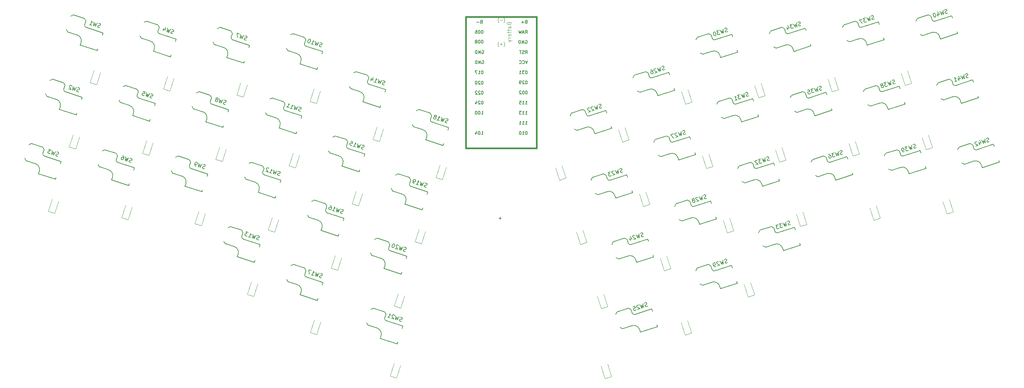
<source format=gbo>
G04 #@! TF.GenerationSoftware,KiCad,Pcbnew,8.0.4*
G04 #@! TF.CreationDate,2024-08-25T16:08:24+07:00*
G04 #@! TF.ProjectId,ozprey,6f7a7072-6579-42e6-9b69-6361645f7063,1.0*
G04 #@! TF.SameCoordinates,Original*
G04 #@! TF.FileFunction,Legend,Bot*
G04 #@! TF.FilePolarity,Positive*
%FSLAX46Y46*%
G04 Gerber Fmt 4.6, Leading zero omitted, Abs format (unit mm)*
G04 Created by KiCad (PCBNEW 8.0.4) date 2024-08-25 16:08:24*
%MOMM*%
%LPD*%
G01*
G04 APERTURE LIST*
G04 Aperture macros list*
%AMRoundRect*
0 Rectangle with rounded corners*
0 $1 Rounding radius*
0 $2 $3 $4 $5 $6 $7 $8 $9 X,Y pos of 4 corners*
0 Add a 4 corners polygon primitive as box body*
4,1,4,$2,$3,$4,$5,$6,$7,$8,$9,$2,$3,0*
0 Add four circle primitives for the rounded corners*
1,1,$1+$1,$2,$3*
1,1,$1+$1,$4,$5*
1,1,$1+$1,$6,$7*
1,1,$1+$1,$8,$9*
0 Add four rect primitives between the rounded corners*
20,1,$1+$1,$2,$3,$4,$5,0*
20,1,$1+$1,$4,$5,$6,$7,0*
20,1,$1+$1,$6,$7,$8,$9,0*
20,1,$1+$1,$8,$9,$2,$3,0*%
%AMRotRect*
0 Rectangle, with rotation*
0 The origin of the aperture is its center*
0 $1 length*
0 $2 width*
0 $3 Rotation angle, in degrees counterclockwise*
0 Add horizontal line*
21,1,$1,$2,0,0,$3*%
G04 Aperture macros list end*
%ADD10C,0.150000*%
%ADD11C,0.100000*%
%ADD12C,0.120000*%
%ADD13C,0.381000*%
%ADD14C,1.752600*%
%ADD15C,2.200000*%
%ADD16RotRect,2.600000X2.600000X18.000000*%
%ADD17C,2.032000*%
%ADD18C,1.701800*%
%ADD19C,3.000000*%
%ADD20C,3.429000*%
%ADD21RotRect,2.600000X2.600000X342.000000*%
%ADD22RoundRect,0.250000X0.160510X-0.315018X0.315018X0.160510X-0.160510X0.315018X-0.315018X-0.160510X0*%
%ADD23RoundRect,0.250000X0.315018X-0.160510X0.160510X0.315018X-0.315018X0.160510X-0.160510X-0.315018X0*%
%ADD24C,0.900000*%
G04 APERTURE END LIST*
D10*
X147910707Y-103935365D02*
X148520231Y-103935365D01*
X148215469Y-104240127D02*
X148215469Y-103630603D01*
X260709502Y-52287237D02*
X260588352Y-52376671D01*
X260588352Y-52376671D02*
X260361909Y-52450246D01*
X260361909Y-52450246D02*
X260256618Y-52434388D01*
X260256618Y-52434388D02*
X260196614Y-52403815D01*
X260196614Y-52403815D02*
X260121895Y-52327953D01*
X260121895Y-52327953D02*
X260092465Y-52237376D01*
X260092465Y-52237376D02*
X260108324Y-52132084D01*
X260108324Y-52132084D02*
X260138897Y-52072081D01*
X260138897Y-52072081D02*
X260214759Y-51997362D01*
X260214759Y-51997362D02*
X260381197Y-51893213D01*
X260381197Y-51893213D02*
X260457059Y-51818495D01*
X260457059Y-51818495D02*
X260487632Y-51758491D01*
X260487632Y-51758491D02*
X260503490Y-51653199D01*
X260503490Y-51653199D02*
X260474060Y-51562623D01*
X260474060Y-51562623D02*
X260399342Y-51486761D01*
X260399342Y-51486761D02*
X260339338Y-51456188D01*
X260339338Y-51456188D02*
X260234046Y-51440329D01*
X260234046Y-51440329D02*
X260007604Y-51513905D01*
X260007604Y-51513905D02*
X259886454Y-51603339D01*
X259554720Y-51661056D02*
X259637295Y-52685688D01*
X259637295Y-52685688D02*
X259235415Y-52065222D01*
X259235415Y-52065222D02*
X259274988Y-52803409D01*
X259274988Y-52803409D02*
X258739529Y-51925928D01*
X258072632Y-52493103D02*
X258278643Y-53127141D01*
X258181353Y-52057220D02*
X258628521Y-52662971D01*
X258628521Y-52662971D02*
X258039772Y-52854267D01*
X257290300Y-52396811D02*
X257199723Y-52426241D01*
X257199723Y-52426241D02*
X257123861Y-52500959D01*
X257123861Y-52500959D02*
X257093288Y-52560963D01*
X257093288Y-52560963D02*
X257077430Y-52666255D01*
X257077430Y-52666255D02*
X257091002Y-52862123D01*
X257091002Y-52862123D02*
X257164577Y-53088565D01*
X257164577Y-53088565D02*
X257268726Y-53255004D01*
X257268726Y-53255004D02*
X257343445Y-53330866D01*
X257343445Y-53330866D02*
X257403448Y-53361439D01*
X257403448Y-53361439D02*
X257508740Y-53377297D01*
X257508740Y-53377297D02*
X257599317Y-53347867D01*
X257599317Y-53347867D02*
X257675179Y-53273148D01*
X257675179Y-53273148D02*
X257705752Y-53213145D01*
X257705752Y-53213145D02*
X257721610Y-53107853D01*
X257721610Y-53107853D02*
X257708038Y-52911984D01*
X257708038Y-52911984D02*
X257634463Y-52685542D01*
X257634463Y-52685542D02*
X257530314Y-52519104D01*
X257530314Y-52519104D02*
X257455595Y-52443242D01*
X257455595Y-52443242D02*
X257395592Y-52412669D01*
X257395592Y-52412669D02*
X257290300Y-52396811D01*
X242292602Y-53855137D02*
X242171452Y-53944571D01*
X242171452Y-53944571D02*
X241945009Y-54018146D01*
X241945009Y-54018146D02*
X241839718Y-54002288D01*
X241839718Y-54002288D02*
X241779714Y-53971715D01*
X241779714Y-53971715D02*
X241704995Y-53895853D01*
X241704995Y-53895853D02*
X241675565Y-53805276D01*
X241675565Y-53805276D02*
X241691424Y-53699984D01*
X241691424Y-53699984D02*
X241721997Y-53639981D01*
X241721997Y-53639981D02*
X241797859Y-53565262D01*
X241797859Y-53565262D02*
X241964297Y-53461113D01*
X241964297Y-53461113D02*
X242040159Y-53386395D01*
X242040159Y-53386395D02*
X242070732Y-53326391D01*
X242070732Y-53326391D02*
X242086590Y-53221099D01*
X242086590Y-53221099D02*
X242057160Y-53130523D01*
X242057160Y-53130523D02*
X241982442Y-53054661D01*
X241982442Y-53054661D02*
X241922438Y-53024088D01*
X241922438Y-53024088D02*
X241817146Y-53008229D01*
X241817146Y-53008229D02*
X241590704Y-53081805D01*
X241590704Y-53081805D02*
X241469554Y-53171239D01*
X241137820Y-53228956D02*
X241220395Y-54253588D01*
X241220395Y-54253588D02*
X240818515Y-53633122D01*
X240818515Y-53633122D02*
X240858088Y-54371309D01*
X240858088Y-54371309D02*
X240322629Y-53493828D01*
X240050898Y-53582118D02*
X239462149Y-53773414D01*
X239462149Y-53773414D02*
X239896889Y-54032716D01*
X239896889Y-54032716D02*
X239761023Y-54076861D01*
X239761023Y-54076861D02*
X239685162Y-54151580D01*
X239685162Y-54151580D02*
X239654588Y-54211583D01*
X239654588Y-54211583D02*
X239638730Y-54316875D01*
X239638730Y-54316875D02*
X239712306Y-54543317D01*
X239712306Y-54543317D02*
X239787024Y-54619179D01*
X239787024Y-54619179D02*
X239847028Y-54649752D01*
X239847028Y-54649752D02*
X239952320Y-54665610D01*
X239952320Y-54665610D02*
X240224050Y-54577320D01*
X240224050Y-54577320D02*
X240299912Y-54502601D01*
X240299912Y-54502601D02*
X240330485Y-54442598D01*
X239145130Y-53876420D02*
X238511093Y-54082431D01*
X238511093Y-54082431D02*
X239227705Y-54901052D01*
X223875802Y-55423037D02*
X223754652Y-55512471D01*
X223754652Y-55512471D02*
X223528209Y-55586046D01*
X223528209Y-55586046D02*
X223422918Y-55570188D01*
X223422918Y-55570188D02*
X223362914Y-55539615D01*
X223362914Y-55539615D02*
X223288195Y-55463753D01*
X223288195Y-55463753D02*
X223258765Y-55373176D01*
X223258765Y-55373176D02*
X223274624Y-55267884D01*
X223274624Y-55267884D02*
X223305197Y-55207881D01*
X223305197Y-55207881D02*
X223381059Y-55133162D01*
X223381059Y-55133162D02*
X223547497Y-55029013D01*
X223547497Y-55029013D02*
X223623359Y-54954295D01*
X223623359Y-54954295D02*
X223653932Y-54894291D01*
X223653932Y-54894291D02*
X223669790Y-54788999D01*
X223669790Y-54788999D02*
X223640360Y-54698423D01*
X223640360Y-54698423D02*
X223565642Y-54622561D01*
X223565642Y-54622561D02*
X223505638Y-54591988D01*
X223505638Y-54591988D02*
X223400346Y-54576129D01*
X223400346Y-54576129D02*
X223173904Y-54649705D01*
X223173904Y-54649705D02*
X223052754Y-54739139D01*
X222721020Y-54796856D02*
X222803595Y-55821488D01*
X222803595Y-55821488D02*
X222401715Y-55201022D01*
X222401715Y-55201022D02*
X222441288Y-55939209D01*
X222441288Y-55939209D02*
X221905829Y-55061728D01*
X221634098Y-55150018D02*
X221045349Y-55341314D01*
X221045349Y-55341314D02*
X221480089Y-55600616D01*
X221480089Y-55600616D02*
X221344223Y-55644761D01*
X221344223Y-55644761D02*
X221268362Y-55719480D01*
X221268362Y-55719480D02*
X221237788Y-55779483D01*
X221237788Y-55779483D02*
X221221930Y-55884775D01*
X221221930Y-55884775D02*
X221295506Y-56111217D01*
X221295506Y-56111217D02*
X221370224Y-56187079D01*
X221370224Y-56187079D02*
X221430228Y-56217652D01*
X221430228Y-56217652D02*
X221535520Y-56233510D01*
X221535520Y-56233510D02*
X221807250Y-56145220D01*
X221807250Y-56145220D02*
X221883112Y-56070501D01*
X221883112Y-56070501D02*
X221913685Y-56010498D01*
X220333163Y-55923205D02*
X220539175Y-56557243D01*
X220441885Y-55487322D02*
X220889053Y-56093073D01*
X220889053Y-56093073D02*
X220300304Y-56284369D01*
X205458902Y-56990937D02*
X205337752Y-57080371D01*
X205337752Y-57080371D02*
X205111309Y-57153946D01*
X205111309Y-57153946D02*
X205006018Y-57138088D01*
X205006018Y-57138088D02*
X204946014Y-57107515D01*
X204946014Y-57107515D02*
X204871295Y-57031653D01*
X204871295Y-57031653D02*
X204841865Y-56941076D01*
X204841865Y-56941076D02*
X204857724Y-56835784D01*
X204857724Y-56835784D02*
X204888297Y-56775781D01*
X204888297Y-56775781D02*
X204964159Y-56701062D01*
X204964159Y-56701062D02*
X205130597Y-56596913D01*
X205130597Y-56596913D02*
X205206459Y-56522195D01*
X205206459Y-56522195D02*
X205237032Y-56462191D01*
X205237032Y-56462191D02*
X205252890Y-56356899D01*
X205252890Y-56356899D02*
X205223460Y-56266323D01*
X205223460Y-56266323D02*
X205148742Y-56190461D01*
X205148742Y-56190461D02*
X205088738Y-56159888D01*
X205088738Y-56159888D02*
X204983446Y-56144029D01*
X204983446Y-56144029D02*
X204757004Y-56217605D01*
X204757004Y-56217605D02*
X204635854Y-56307039D01*
X204304120Y-56364756D02*
X204386695Y-57389388D01*
X204386695Y-57389388D02*
X203984815Y-56768922D01*
X203984815Y-56768922D02*
X204024388Y-57507109D01*
X204024388Y-57507109D02*
X203488929Y-56629628D01*
X203217198Y-56717918D02*
X202628449Y-56909214D01*
X202628449Y-56909214D02*
X203063189Y-57168516D01*
X203063189Y-57168516D02*
X202927323Y-57212661D01*
X202927323Y-57212661D02*
X202851462Y-57287380D01*
X202851462Y-57287380D02*
X202820888Y-57347383D01*
X202820888Y-57347383D02*
X202805030Y-57452675D01*
X202805030Y-57452675D02*
X202878606Y-57679117D01*
X202878606Y-57679117D02*
X202953324Y-57754979D01*
X202953324Y-57754979D02*
X203013328Y-57785552D01*
X203013328Y-57785552D02*
X203118620Y-57801410D01*
X203118620Y-57801410D02*
X203390350Y-57713120D01*
X203390350Y-57713120D02*
X203466212Y-57638401D01*
X203466212Y-57638401D02*
X203496785Y-57578398D01*
X202039700Y-57100511D02*
X201949123Y-57129941D01*
X201949123Y-57129941D02*
X201873261Y-57204659D01*
X201873261Y-57204659D02*
X201842688Y-57264663D01*
X201842688Y-57264663D02*
X201826830Y-57369955D01*
X201826830Y-57369955D02*
X201840402Y-57565823D01*
X201840402Y-57565823D02*
X201913977Y-57792265D01*
X201913977Y-57792265D02*
X202018126Y-57958704D01*
X202018126Y-57958704D02*
X202092845Y-58034566D01*
X202092845Y-58034566D02*
X202152848Y-58065139D01*
X202152848Y-58065139D02*
X202258140Y-58080997D01*
X202258140Y-58080997D02*
X202348717Y-58051567D01*
X202348717Y-58051567D02*
X202424579Y-57976848D01*
X202424579Y-57976848D02*
X202455152Y-57916845D01*
X202455152Y-57916845D02*
X202471010Y-57811553D01*
X202471010Y-57811553D02*
X202457438Y-57615684D01*
X202457438Y-57615684D02*
X202383863Y-57389242D01*
X202383863Y-57389242D02*
X202279714Y-57222804D01*
X202279714Y-57222804D02*
X202204995Y-57146942D01*
X202204995Y-57146942D02*
X202144992Y-57116369D01*
X202144992Y-57116369D02*
X202039700Y-57100511D01*
X189637702Y-66547637D02*
X189516552Y-66637071D01*
X189516552Y-66637071D02*
X189290109Y-66710646D01*
X189290109Y-66710646D02*
X189184818Y-66694788D01*
X189184818Y-66694788D02*
X189124814Y-66664215D01*
X189124814Y-66664215D02*
X189050095Y-66588353D01*
X189050095Y-66588353D02*
X189020665Y-66497776D01*
X189020665Y-66497776D02*
X189036524Y-66392484D01*
X189036524Y-66392484D02*
X189067097Y-66332481D01*
X189067097Y-66332481D02*
X189142959Y-66257762D01*
X189142959Y-66257762D02*
X189309397Y-66153613D01*
X189309397Y-66153613D02*
X189385259Y-66078895D01*
X189385259Y-66078895D02*
X189415832Y-66018891D01*
X189415832Y-66018891D02*
X189431690Y-65913599D01*
X189431690Y-65913599D02*
X189402260Y-65823023D01*
X189402260Y-65823023D02*
X189327542Y-65747161D01*
X189327542Y-65747161D02*
X189267538Y-65716588D01*
X189267538Y-65716588D02*
X189162246Y-65700729D01*
X189162246Y-65700729D02*
X188935804Y-65774305D01*
X188935804Y-65774305D02*
X188814654Y-65863739D01*
X188482920Y-65921456D02*
X188565495Y-66946088D01*
X188565495Y-66946088D02*
X188163615Y-66325622D01*
X188163615Y-66325622D02*
X188203188Y-67063809D01*
X188203188Y-67063809D02*
X187667729Y-66186328D01*
X187380140Y-66379910D02*
X187320137Y-66349337D01*
X187320137Y-66349337D02*
X187214845Y-66333478D01*
X187214845Y-66333478D02*
X186988403Y-66407054D01*
X186988403Y-66407054D02*
X186912541Y-66481772D01*
X186912541Y-66481772D02*
X186881968Y-66541776D01*
X186881968Y-66541776D02*
X186866109Y-66647068D01*
X186866109Y-66647068D02*
X186895540Y-66737645D01*
X186895540Y-66737645D02*
X186984973Y-66858795D01*
X186984973Y-66858795D02*
X187705015Y-67225675D01*
X187705015Y-67225675D02*
X187116266Y-67416971D01*
X185992058Y-66730786D02*
X186173211Y-66671926D01*
X186173211Y-66671926D02*
X186278503Y-66687784D01*
X186278503Y-66687784D02*
X186338507Y-66718357D01*
X186338507Y-66718357D02*
X186473229Y-66824792D01*
X186473229Y-66824792D02*
X186577378Y-66991231D01*
X186577378Y-66991231D02*
X186695098Y-67353538D01*
X186695098Y-67353538D02*
X186679240Y-67458830D01*
X186679240Y-67458830D02*
X186648667Y-67518833D01*
X186648667Y-67518833D02*
X186572805Y-67593552D01*
X186572805Y-67593552D02*
X186391652Y-67652412D01*
X186391652Y-67652412D02*
X186286360Y-67636554D01*
X186286360Y-67636554D02*
X186226356Y-67605981D01*
X186226356Y-67605981D02*
X186151638Y-67530119D01*
X186151638Y-67530119D02*
X186078062Y-67303677D01*
X186078062Y-67303677D02*
X186093920Y-67198385D01*
X186093920Y-67198385D02*
X186124494Y-67138382D01*
X186124494Y-67138382D02*
X186200355Y-67063663D01*
X186200355Y-67063663D02*
X186381509Y-67004803D01*
X186381509Y-67004803D02*
X186486801Y-67020661D01*
X186486801Y-67020661D02*
X186546804Y-67051234D01*
X186546804Y-67051234D02*
X186621523Y-67127096D01*
X173816602Y-76104337D02*
X173695452Y-76193771D01*
X173695452Y-76193771D02*
X173469009Y-76267346D01*
X173469009Y-76267346D02*
X173363718Y-76251488D01*
X173363718Y-76251488D02*
X173303714Y-76220915D01*
X173303714Y-76220915D02*
X173228995Y-76145053D01*
X173228995Y-76145053D02*
X173199565Y-76054476D01*
X173199565Y-76054476D02*
X173215424Y-75949184D01*
X173215424Y-75949184D02*
X173245997Y-75889181D01*
X173245997Y-75889181D02*
X173321859Y-75814462D01*
X173321859Y-75814462D02*
X173488297Y-75710313D01*
X173488297Y-75710313D02*
X173564159Y-75635595D01*
X173564159Y-75635595D02*
X173594732Y-75575591D01*
X173594732Y-75575591D02*
X173610590Y-75470299D01*
X173610590Y-75470299D02*
X173581160Y-75379723D01*
X173581160Y-75379723D02*
X173506442Y-75303861D01*
X173506442Y-75303861D02*
X173446438Y-75273288D01*
X173446438Y-75273288D02*
X173341146Y-75257429D01*
X173341146Y-75257429D02*
X173114704Y-75331005D01*
X173114704Y-75331005D02*
X172993554Y-75420439D01*
X172661820Y-75478156D02*
X172744395Y-76502788D01*
X172744395Y-76502788D02*
X172342515Y-75882322D01*
X172342515Y-75882322D02*
X172382088Y-76620509D01*
X172382088Y-76620509D02*
X171846629Y-75743028D01*
X171559040Y-75936610D02*
X171499037Y-75906037D01*
X171499037Y-75906037D02*
X171393745Y-75890178D01*
X171393745Y-75890178D02*
X171167303Y-75963754D01*
X171167303Y-75963754D02*
X171091441Y-76038472D01*
X171091441Y-76038472D02*
X171060868Y-76098476D01*
X171060868Y-76098476D02*
X171045009Y-76203768D01*
X171045009Y-76203768D02*
X171074440Y-76294345D01*
X171074440Y-76294345D02*
X171163873Y-76415495D01*
X171163873Y-76415495D02*
X171883915Y-76782375D01*
X171883915Y-76782375D02*
X171295166Y-76973671D01*
X170653272Y-76230912D02*
X170593269Y-76200339D01*
X170593269Y-76200339D02*
X170487977Y-76184480D01*
X170487977Y-76184480D02*
X170261535Y-76258056D01*
X170261535Y-76258056D02*
X170185673Y-76332774D01*
X170185673Y-76332774D02*
X170155100Y-76392778D01*
X170155100Y-76392778D02*
X170139241Y-76498070D01*
X170139241Y-76498070D02*
X170168672Y-76588647D01*
X170168672Y-76588647D02*
X170258105Y-76709797D01*
X170258105Y-76709797D02*
X170978147Y-77076676D01*
X170978147Y-77076676D02*
X170389398Y-77267973D01*
X134900757Y-79969845D02*
X134750177Y-79970988D01*
X134750177Y-79970988D02*
X134523735Y-79897413D01*
X134523735Y-79897413D02*
X134447873Y-79822694D01*
X134447873Y-79822694D02*
X134417300Y-79762691D01*
X134417300Y-79762691D02*
X134401442Y-79657399D01*
X134401442Y-79657399D02*
X134430872Y-79566822D01*
X134430872Y-79566822D02*
X134505590Y-79490960D01*
X134505590Y-79490960D02*
X134565594Y-79460387D01*
X134565594Y-79460387D02*
X134670886Y-79444529D01*
X134670886Y-79444529D02*
X134866755Y-79458101D01*
X134866755Y-79458101D02*
X134972046Y-79442243D01*
X134972046Y-79442243D02*
X135032050Y-79411669D01*
X135032050Y-79411669D02*
X135106769Y-79335808D01*
X135106769Y-79335808D02*
X135136199Y-79245231D01*
X135136199Y-79245231D02*
X135120340Y-79139939D01*
X135120340Y-79139939D02*
X135089767Y-79079935D01*
X135089767Y-79079935D02*
X135013905Y-79005217D01*
X135013905Y-79005217D02*
X134787463Y-78931641D01*
X134787463Y-78931641D02*
X134636883Y-78932784D01*
X134334579Y-78784490D02*
X133799120Y-79661971D01*
X133799120Y-79661971D02*
X133838693Y-78923785D01*
X133838693Y-78923785D02*
X133436813Y-79544251D01*
X133436813Y-79544251D02*
X133519388Y-78519619D01*
X132349891Y-79191088D02*
X132893352Y-79367670D01*
X132621622Y-79279379D02*
X132930639Y-78328322D01*
X132930639Y-78328322D02*
X132977070Y-78493618D01*
X132977070Y-78493618D02*
X133038217Y-78613625D01*
X133038217Y-78613625D02*
X133114079Y-78688343D01*
X131983012Y-78471046D02*
X132088304Y-78455188D01*
X132088304Y-78455188D02*
X132148307Y-78424615D01*
X132148307Y-78424615D02*
X132223026Y-78348753D01*
X132223026Y-78348753D02*
X132237741Y-78303465D01*
X132237741Y-78303465D02*
X132221883Y-78198173D01*
X132221883Y-78198173D02*
X132191309Y-78138169D01*
X132191309Y-78138169D02*
X132115448Y-78063451D01*
X132115448Y-78063451D02*
X131934294Y-78004590D01*
X131934294Y-78004590D02*
X131829002Y-78020449D01*
X131829002Y-78020449D02*
X131768999Y-78051022D01*
X131768999Y-78051022D02*
X131694280Y-78126884D01*
X131694280Y-78126884D02*
X131679565Y-78172172D01*
X131679565Y-78172172D02*
X131695423Y-78277464D01*
X131695423Y-78277464D02*
X131725996Y-78337467D01*
X131725996Y-78337467D02*
X131801858Y-78412186D01*
X131801858Y-78412186D02*
X131983012Y-78471046D01*
X131983012Y-78471046D02*
X132058873Y-78545765D01*
X132058873Y-78545765D02*
X132089447Y-78605769D01*
X132089447Y-78605769D02*
X132105305Y-78711060D01*
X132105305Y-78711060D02*
X132046445Y-78892214D01*
X132046445Y-78892214D02*
X131971726Y-78968076D01*
X131971726Y-78968076D02*
X131911722Y-78998649D01*
X131911722Y-78998649D02*
X131806431Y-79014507D01*
X131806431Y-79014507D02*
X131625277Y-78955647D01*
X131625277Y-78955647D02*
X131549415Y-78880928D01*
X131549415Y-78880928D02*
X131518842Y-78820925D01*
X131518842Y-78820925D02*
X131502984Y-78715633D01*
X131502984Y-78715633D02*
X131561844Y-78534479D01*
X131561844Y-78534479D02*
X131636563Y-78458618D01*
X131636563Y-78458618D02*
X131696566Y-78428044D01*
X131696566Y-78428044D02*
X131801858Y-78412186D01*
X119079557Y-70413145D02*
X118928977Y-70414288D01*
X118928977Y-70414288D02*
X118702535Y-70340713D01*
X118702535Y-70340713D02*
X118626673Y-70265994D01*
X118626673Y-70265994D02*
X118596100Y-70205991D01*
X118596100Y-70205991D02*
X118580242Y-70100699D01*
X118580242Y-70100699D02*
X118609672Y-70010122D01*
X118609672Y-70010122D02*
X118684390Y-69934260D01*
X118684390Y-69934260D02*
X118744394Y-69903687D01*
X118744394Y-69903687D02*
X118849686Y-69887829D01*
X118849686Y-69887829D02*
X119045555Y-69901401D01*
X119045555Y-69901401D02*
X119150846Y-69885543D01*
X119150846Y-69885543D02*
X119210850Y-69854969D01*
X119210850Y-69854969D02*
X119285569Y-69779108D01*
X119285569Y-69779108D02*
X119314999Y-69688531D01*
X119314999Y-69688531D02*
X119299140Y-69583239D01*
X119299140Y-69583239D02*
X119268567Y-69523235D01*
X119268567Y-69523235D02*
X119192705Y-69448517D01*
X119192705Y-69448517D02*
X118966263Y-69374941D01*
X118966263Y-69374941D02*
X118815683Y-69376084D01*
X118513379Y-69227790D02*
X117977920Y-70105271D01*
X117977920Y-70105271D02*
X118017493Y-69367085D01*
X118017493Y-69367085D02*
X117615613Y-69987551D01*
X117615613Y-69987551D02*
X117698188Y-68962919D01*
X116528691Y-69634388D02*
X117072152Y-69810970D01*
X116800422Y-69722679D02*
X117109439Y-68771622D01*
X117109439Y-68771622D02*
X117155870Y-68936918D01*
X117155870Y-68936918D02*
X117217017Y-69056925D01*
X117217017Y-69056925D02*
X117292879Y-69131643D01*
X115919511Y-68735479D02*
X115713500Y-69369517D01*
X116263674Y-68446747D02*
X116269390Y-69199649D01*
X116269390Y-69199649D02*
X115680641Y-69008353D01*
X103258457Y-60856445D02*
X103107877Y-60857588D01*
X103107877Y-60857588D02*
X102881435Y-60784013D01*
X102881435Y-60784013D02*
X102805573Y-60709294D01*
X102805573Y-60709294D02*
X102775000Y-60649291D01*
X102775000Y-60649291D02*
X102759142Y-60543999D01*
X102759142Y-60543999D02*
X102788572Y-60453422D01*
X102788572Y-60453422D02*
X102863290Y-60377560D01*
X102863290Y-60377560D02*
X102923294Y-60346987D01*
X102923294Y-60346987D02*
X103028586Y-60331129D01*
X103028586Y-60331129D02*
X103224455Y-60344701D01*
X103224455Y-60344701D02*
X103329746Y-60328843D01*
X103329746Y-60328843D02*
X103389750Y-60298269D01*
X103389750Y-60298269D02*
X103464469Y-60222408D01*
X103464469Y-60222408D02*
X103493899Y-60131831D01*
X103493899Y-60131831D02*
X103478040Y-60026539D01*
X103478040Y-60026539D02*
X103447467Y-59966535D01*
X103447467Y-59966535D02*
X103371605Y-59891817D01*
X103371605Y-59891817D02*
X103145163Y-59818241D01*
X103145163Y-59818241D02*
X102994583Y-59819384D01*
X102692279Y-59671090D02*
X102156820Y-60548571D01*
X102156820Y-60548571D02*
X102196393Y-59810385D01*
X102196393Y-59810385D02*
X101794513Y-60430851D01*
X101794513Y-60430851D02*
X101877088Y-59406219D01*
X100707591Y-60077688D02*
X101251052Y-60254270D01*
X100979322Y-60165979D02*
X101288339Y-59214922D01*
X101288339Y-59214922D02*
X101334770Y-59380218D01*
X101334770Y-59380218D02*
X101395917Y-59500225D01*
X101395917Y-59500225D02*
X101471779Y-59574943D01*
X100427859Y-58935336D02*
X100337282Y-58905905D01*
X100337282Y-58905905D02*
X100231990Y-58921764D01*
X100231990Y-58921764D02*
X100171987Y-58952337D01*
X100171987Y-58952337D02*
X100097268Y-59028199D01*
X100097268Y-59028199D02*
X99993120Y-59194637D01*
X99993120Y-59194637D02*
X99919544Y-59421079D01*
X99919544Y-59421079D02*
X99905972Y-59616948D01*
X99905972Y-59616948D02*
X99921830Y-59722240D01*
X99921830Y-59722240D02*
X99952404Y-59782243D01*
X99952404Y-59782243D02*
X100028265Y-59856962D01*
X100028265Y-59856962D02*
X100118842Y-59886392D01*
X100118842Y-59886392D02*
X100224134Y-59870534D01*
X100224134Y-59870534D02*
X100284138Y-59839961D01*
X100284138Y-59839961D02*
X100358856Y-59764099D01*
X100358856Y-59764099D02*
X100463005Y-59597660D01*
X100463005Y-59597660D02*
X100536580Y-59371218D01*
X100536580Y-59371218D02*
X100550152Y-59175350D01*
X100550152Y-59175350D02*
X100534294Y-59070058D01*
X100534294Y-59070058D02*
X100503721Y-59010054D01*
X100503721Y-59010054D02*
X100427859Y-58935336D01*
X84388673Y-59141394D02*
X84238092Y-59142537D01*
X84238092Y-59142537D02*
X84011650Y-59068962D01*
X84011650Y-59068962D02*
X83935789Y-58994243D01*
X83935789Y-58994243D02*
X83905215Y-58934240D01*
X83905215Y-58934240D02*
X83889357Y-58828948D01*
X83889357Y-58828948D02*
X83918787Y-58738371D01*
X83918787Y-58738371D02*
X83993506Y-58662509D01*
X83993506Y-58662509D02*
X84053509Y-58631936D01*
X84053509Y-58631936D02*
X84158801Y-58616078D01*
X84158801Y-58616078D02*
X84354670Y-58629650D01*
X84354670Y-58629650D02*
X84459962Y-58613792D01*
X84459962Y-58613792D02*
X84519965Y-58583218D01*
X84519965Y-58583218D02*
X84594684Y-58507357D01*
X84594684Y-58507357D02*
X84624114Y-58416780D01*
X84624114Y-58416780D02*
X84608256Y-58311488D01*
X84608256Y-58311488D02*
X84577683Y-58251484D01*
X84577683Y-58251484D02*
X84501821Y-58176766D01*
X84501821Y-58176766D02*
X84275379Y-58103190D01*
X84275379Y-58103190D02*
X84124799Y-58104333D01*
X83822495Y-57956039D02*
X83287036Y-58833520D01*
X83287036Y-58833520D02*
X83326609Y-58095334D01*
X83326609Y-58095334D02*
X82924729Y-58715800D01*
X82924729Y-58715800D02*
X83007303Y-57691168D01*
X82735573Y-57602877D02*
X82101536Y-57396866D01*
X82101536Y-57396866D02*
X82200114Y-58480358D01*
X65971773Y-57573494D02*
X65821192Y-57574637D01*
X65821192Y-57574637D02*
X65594750Y-57501062D01*
X65594750Y-57501062D02*
X65518889Y-57426343D01*
X65518889Y-57426343D02*
X65488315Y-57366340D01*
X65488315Y-57366340D02*
X65472457Y-57261048D01*
X65472457Y-57261048D02*
X65501887Y-57170471D01*
X65501887Y-57170471D02*
X65576606Y-57094609D01*
X65576606Y-57094609D02*
X65636609Y-57064036D01*
X65636609Y-57064036D02*
X65741901Y-57048178D01*
X65741901Y-57048178D02*
X65937770Y-57061750D01*
X65937770Y-57061750D02*
X66043062Y-57045892D01*
X66043062Y-57045892D02*
X66103065Y-57015318D01*
X66103065Y-57015318D02*
X66177784Y-56939457D01*
X66177784Y-56939457D02*
X66207214Y-56848880D01*
X66207214Y-56848880D02*
X66191356Y-56743588D01*
X66191356Y-56743588D02*
X66160783Y-56683584D01*
X66160783Y-56683584D02*
X66084921Y-56608866D01*
X66084921Y-56608866D02*
X65858479Y-56535290D01*
X65858479Y-56535290D02*
X65707899Y-56536433D01*
X65405595Y-56388139D02*
X64870136Y-57265620D01*
X64870136Y-57265620D02*
X64909709Y-56527434D01*
X64909709Y-56527434D02*
X64507829Y-57147900D01*
X64507829Y-57147900D02*
X64590403Y-56123268D01*
X63717495Y-56190130D02*
X63511484Y-56824168D01*
X64061658Y-55901398D02*
X64067373Y-56654300D01*
X64067373Y-56654300D02*
X63478624Y-56463003D01*
X47554873Y-56005594D02*
X47404292Y-56006737D01*
X47404292Y-56006737D02*
X47177850Y-55933162D01*
X47177850Y-55933162D02*
X47101989Y-55858443D01*
X47101989Y-55858443D02*
X47071415Y-55798440D01*
X47071415Y-55798440D02*
X47055557Y-55693148D01*
X47055557Y-55693148D02*
X47084987Y-55602571D01*
X47084987Y-55602571D02*
X47159706Y-55526709D01*
X47159706Y-55526709D02*
X47219709Y-55496136D01*
X47219709Y-55496136D02*
X47325001Y-55480278D01*
X47325001Y-55480278D02*
X47520870Y-55493850D01*
X47520870Y-55493850D02*
X47626162Y-55477992D01*
X47626162Y-55477992D02*
X47686165Y-55447418D01*
X47686165Y-55447418D02*
X47760884Y-55371557D01*
X47760884Y-55371557D02*
X47790314Y-55280980D01*
X47790314Y-55280980D02*
X47774456Y-55175688D01*
X47774456Y-55175688D02*
X47743883Y-55115684D01*
X47743883Y-55115684D02*
X47668021Y-55040966D01*
X47668021Y-55040966D02*
X47441579Y-54967390D01*
X47441579Y-54967390D02*
X47290999Y-54968533D01*
X46988695Y-54820239D02*
X46453236Y-55697720D01*
X46453236Y-55697720D02*
X46492809Y-54959534D01*
X46492809Y-54959534D02*
X46090929Y-55580000D01*
X46090929Y-55580000D02*
X46173503Y-54555368D01*
X45004007Y-55226837D02*
X45547468Y-55403418D01*
X45275737Y-55315128D02*
X45584754Y-54364071D01*
X45584754Y-54364071D02*
X45631186Y-54529367D01*
X45631186Y-54529367D02*
X45692332Y-54649374D01*
X45692332Y-54649374D02*
X45768194Y-54724092D01*
X265962802Y-68455237D02*
X265841652Y-68544671D01*
X265841652Y-68544671D02*
X265615209Y-68618246D01*
X265615209Y-68618246D02*
X265509918Y-68602388D01*
X265509918Y-68602388D02*
X265449914Y-68571815D01*
X265449914Y-68571815D02*
X265375195Y-68495953D01*
X265375195Y-68495953D02*
X265345765Y-68405376D01*
X265345765Y-68405376D02*
X265361624Y-68300084D01*
X265361624Y-68300084D02*
X265392197Y-68240081D01*
X265392197Y-68240081D02*
X265468059Y-68165362D01*
X265468059Y-68165362D02*
X265634497Y-68061213D01*
X265634497Y-68061213D02*
X265710359Y-67986495D01*
X265710359Y-67986495D02*
X265740932Y-67926491D01*
X265740932Y-67926491D02*
X265756790Y-67821199D01*
X265756790Y-67821199D02*
X265727360Y-67730623D01*
X265727360Y-67730623D02*
X265652642Y-67654761D01*
X265652642Y-67654761D02*
X265592638Y-67624188D01*
X265592638Y-67624188D02*
X265487346Y-67608329D01*
X265487346Y-67608329D02*
X265260904Y-67681905D01*
X265260904Y-67681905D02*
X265139754Y-67771339D01*
X264808020Y-67829056D02*
X264890595Y-68853688D01*
X264890595Y-68853688D02*
X264488715Y-68233222D01*
X264488715Y-68233222D02*
X264528288Y-68971409D01*
X264528288Y-68971409D02*
X263992829Y-68093928D01*
X263325932Y-68661103D02*
X263531943Y-69295141D01*
X263434653Y-68225220D02*
X263881821Y-68830971D01*
X263881821Y-68830971D02*
X263293072Y-69022267D01*
X262535598Y-69618873D02*
X263079059Y-69442292D01*
X262807328Y-69530582D02*
X262498311Y-68579526D01*
X262498311Y-68579526D02*
X262633033Y-68685961D01*
X262633033Y-68685961D02*
X262753040Y-68747107D01*
X262753040Y-68747107D02*
X262858332Y-68762965D01*
X247545902Y-70023137D02*
X247424752Y-70112571D01*
X247424752Y-70112571D02*
X247198309Y-70186146D01*
X247198309Y-70186146D02*
X247093018Y-70170288D01*
X247093018Y-70170288D02*
X247033014Y-70139715D01*
X247033014Y-70139715D02*
X246958295Y-70063853D01*
X246958295Y-70063853D02*
X246928865Y-69973276D01*
X246928865Y-69973276D02*
X246944724Y-69867984D01*
X246944724Y-69867984D02*
X246975297Y-69807981D01*
X246975297Y-69807981D02*
X247051159Y-69733262D01*
X247051159Y-69733262D02*
X247217597Y-69629113D01*
X247217597Y-69629113D02*
X247293459Y-69554395D01*
X247293459Y-69554395D02*
X247324032Y-69494391D01*
X247324032Y-69494391D02*
X247339890Y-69389099D01*
X247339890Y-69389099D02*
X247310460Y-69298523D01*
X247310460Y-69298523D02*
X247235742Y-69222661D01*
X247235742Y-69222661D02*
X247175738Y-69192088D01*
X247175738Y-69192088D02*
X247070446Y-69176229D01*
X247070446Y-69176229D02*
X246844004Y-69249805D01*
X246844004Y-69249805D02*
X246722854Y-69339239D01*
X246391120Y-69396956D02*
X246473695Y-70421588D01*
X246473695Y-70421588D02*
X246071815Y-69801122D01*
X246071815Y-69801122D02*
X246111388Y-70539309D01*
X246111388Y-70539309D02*
X245575929Y-69661828D01*
X245304198Y-69750118D02*
X244715449Y-69941414D01*
X244715449Y-69941414D02*
X245150189Y-70200716D01*
X245150189Y-70200716D02*
X245014323Y-70244861D01*
X245014323Y-70244861D02*
X244938462Y-70319580D01*
X244938462Y-70319580D02*
X244907888Y-70379583D01*
X244907888Y-70379583D02*
X244892030Y-70484875D01*
X244892030Y-70484875D02*
X244965606Y-70711317D01*
X244965606Y-70711317D02*
X245040324Y-70787179D01*
X245040324Y-70787179D02*
X245100328Y-70817752D01*
X245100328Y-70817752D02*
X245205620Y-70833610D01*
X245205620Y-70833610D02*
X245477350Y-70745320D01*
X245477350Y-70745320D02*
X245553212Y-70670601D01*
X245553212Y-70670601D02*
X245583785Y-70610598D01*
X244304424Y-70525591D02*
X244380286Y-70450872D01*
X244380286Y-70450872D02*
X244410859Y-70390869D01*
X244410859Y-70390869D02*
X244426717Y-70285577D01*
X244426717Y-70285577D02*
X244412002Y-70240289D01*
X244412002Y-70240289D02*
X244337284Y-70164427D01*
X244337284Y-70164427D02*
X244277280Y-70133854D01*
X244277280Y-70133854D02*
X244171988Y-70117995D01*
X244171988Y-70117995D02*
X243990835Y-70176856D01*
X243990835Y-70176856D02*
X243914973Y-70251574D01*
X243914973Y-70251574D02*
X243884400Y-70311578D01*
X243884400Y-70311578D02*
X243868541Y-70416870D01*
X243868541Y-70416870D02*
X243883256Y-70462158D01*
X243883256Y-70462158D02*
X243957975Y-70538020D01*
X243957975Y-70538020D02*
X244017979Y-70568593D01*
X244017979Y-70568593D02*
X244123270Y-70584451D01*
X244123270Y-70584451D02*
X244304424Y-70525591D01*
X244304424Y-70525591D02*
X244409716Y-70541449D01*
X244409716Y-70541449D02*
X244469719Y-70572023D01*
X244469719Y-70572023D02*
X244544438Y-70647884D01*
X244544438Y-70647884D02*
X244603298Y-70829038D01*
X244603298Y-70829038D02*
X244587440Y-70934330D01*
X244587440Y-70934330D02*
X244556867Y-70994333D01*
X244556867Y-70994333D02*
X244481005Y-71069052D01*
X244481005Y-71069052D02*
X244299852Y-71127912D01*
X244299852Y-71127912D02*
X244194560Y-71112054D01*
X244194560Y-71112054D02*
X244134556Y-71081481D01*
X244134556Y-71081481D02*
X244059838Y-71005619D01*
X244059838Y-71005619D02*
X244000977Y-70824465D01*
X244000977Y-70824465D02*
X244016835Y-70719174D01*
X244016835Y-70719174D02*
X244047409Y-70659170D01*
X244047409Y-70659170D02*
X244123270Y-70584451D01*
X229129002Y-71590937D02*
X229007852Y-71680371D01*
X229007852Y-71680371D02*
X228781409Y-71753946D01*
X228781409Y-71753946D02*
X228676118Y-71738088D01*
X228676118Y-71738088D02*
X228616114Y-71707515D01*
X228616114Y-71707515D02*
X228541395Y-71631653D01*
X228541395Y-71631653D02*
X228511965Y-71541076D01*
X228511965Y-71541076D02*
X228527824Y-71435784D01*
X228527824Y-71435784D02*
X228558397Y-71375781D01*
X228558397Y-71375781D02*
X228634259Y-71301062D01*
X228634259Y-71301062D02*
X228800697Y-71196913D01*
X228800697Y-71196913D02*
X228876559Y-71122195D01*
X228876559Y-71122195D02*
X228907132Y-71062191D01*
X228907132Y-71062191D02*
X228922990Y-70956899D01*
X228922990Y-70956899D02*
X228893560Y-70866323D01*
X228893560Y-70866323D02*
X228818842Y-70790461D01*
X228818842Y-70790461D02*
X228758838Y-70759888D01*
X228758838Y-70759888D02*
X228653546Y-70744029D01*
X228653546Y-70744029D02*
X228427104Y-70817605D01*
X228427104Y-70817605D02*
X228305954Y-70907039D01*
X227974220Y-70964756D02*
X228056795Y-71989388D01*
X228056795Y-71989388D02*
X227654915Y-71368922D01*
X227654915Y-71368922D02*
X227694488Y-72107109D01*
X227694488Y-72107109D02*
X227159029Y-71229628D01*
X226887298Y-71317918D02*
X226298549Y-71509214D01*
X226298549Y-71509214D02*
X226733289Y-71768516D01*
X226733289Y-71768516D02*
X226597423Y-71812661D01*
X226597423Y-71812661D02*
X226521562Y-71887380D01*
X226521562Y-71887380D02*
X226490988Y-71947383D01*
X226490988Y-71947383D02*
X226475130Y-72052675D01*
X226475130Y-72052675D02*
X226548706Y-72279117D01*
X226548706Y-72279117D02*
X226623424Y-72354979D01*
X226623424Y-72354979D02*
X226683428Y-72385552D01*
X226683428Y-72385552D02*
X226788720Y-72401410D01*
X226788720Y-72401410D02*
X227060450Y-72313120D01*
X227060450Y-72313120D02*
X227136312Y-72238401D01*
X227136312Y-72238401D02*
X227166885Y-72178398D01*
X225438069Y-71788801D02*
X225890953Y-71641650D01*
X225890953Y-71641650D02*
X226083393Y-72079819D01*
X226083393Y-72079819D02*
X226023389Y-72049246D01*
X226023389Y-72049246D02*
X225918097Y-72033388D01*
X225918097Y-72033388D02*
X225691655Y-72106963D01*
X225691655Y-72106963D02*
X225615794Y-72181682D01*
X225615794Y-72181682D02*
X225585220Y-72241685D01*
X225585220Y-72241685D02*
X225569362Y-72346977D01*
X225569362Y-72346977D02*
X225642938Y-72573419D01*
X225642938Y-72573419D02*
X225717656Y-72649281D01*
X225717656Y-72649281D02*
X225777660Y-72679854D01*
X225777660Y-72679854D02*
X225882952Y-72695712D01*
X225882952Y-72695712D02*
X226109394Y-72622137D01*
X226109394Y-72622137D02*
X226185255Y-72547418D01*
X226185255Y-72547418D02*
X226215829Y-72487415D01*
X210712202Y-73158837D02*
X210591052Y-73248271D01*
X210591052Y-73248271D02*
X210364609Y-73321846D01*
X210364609Y-73321846D02*
X210259318Y-73305988D01*
X210259318Y-73305988D02*
X210199314Y-73275415D01*
X210199314Y-73275415D02*
X210124595Y-73199553D01*
X210124595Y-73199553D02*
X210095165Y-73108976D01*
X210095165Y-73108976D02*
X210111024Y-73003684D01*
X210111024Y-73003684D02*
X210141597Y-72943681D01*
X210141597Y-72943681D02*
X210217459Y-72868962D01*
X210217459Y-72868962D02*
X210383897Y-72764813D01*
X210383897Y-72764813D02*
X210459759Y-72690095D01*
X210459759Y-72690095D02*
X210490332Y-72630091D01*
X210490332Y-72630091D02*
X210506190Y-72524799D01*
X210506190Y-72524799D02*
X210476760Y-72434223D01*
X210476760Y-72434223D02*
X210402042Y-72358361D01*
X210402042Y-72358361D02*
X210342038Y-72327788D01*
X210342038Y-72327788D02*
X210236746Y-72311929D01*
X210236746Y-72311929D02*
X210010304Y-72385505D01*
X210010304Y-72385505D02*
X209889154Y-72474939D01*
X209557420Y-72532656D02*
X209639995Y-73557288D01*
X209639995Y-73557288D02*
X209238115Y-72936822D01*
X209238115Y-72936822D02*
X209277688Y-73675009D01*
X209277688Y-73675009D02*
X208742229Y-72797528D01*
X208470498Y-72885818D02*
X207881749Y-73077114D01*
X207881749Y-73077114D02*
X208316489Y-73336416D01*
X208316489Y-73336416D02*
X208180623Y-73380561D01*
X208180623Y-73380561D02*
X208104762Y-73455280D01*
X208104762Y-73455280D02*
X208074188Y-73515283D01*
X208074188Y-73515283D02*
X208058330Y-73620575D01*
X208058330Y-73620575D02*
X208131906Y-73847017D01*
X208131906Y-73847017D02*
X208206624Y-73922879D01*
X208206624Y-73922879D02*
X208266628Y-73953452D01*
X208266628Y-73953452D02*
X208371920Y-73969310D01*
X208371920Y-73969310D02*
X208643650Y-73881020D01*
X208643650Y-73881020D02*
X208719512Y-73806301D01*
X208719512Y-73806301D02*
X208750085Y-73746298D01*
X207284998Y-74322473D02*
X207828459Y-74145892D01*
X207556728Y-74234182D02*
X207247711Y-73283126D01*
X207247711Y-73283126D02*
X207382433Y-73389561D01*
X207382433Y-73389561D02*
X207502440Y-73450707D01*
X207502440Y-73450707D02*
X207607732Y-73466565D01*
X194891002Y-82715637D02*
X194769852Y-82805071D01*
X194769852Y-82805071D02*
X194543409Y-82878646D01*
X194543409Y-82878646D02*
X194438118Y-82862788D01*
X194438118Y-82862788D02*
X194378114Y-82832215D01*
X194378114Y-82832215D02*
X194303395Y-82756353D01*
X194303395Y-82756353D02*
X194273965Y-82665776D01*
X194273965Y-82665776D02*
X194289824Y-82560484D01*
X194289824Y-82560484D02*
X194320397Y-82500481D01*
X194320397Y-82500481D02*
X194396259Y-82425762D01*
X194396259Y-82425762D02*
X194562697Y-82321613D01*
X194562697Y-82321613D02*
X194638559Y-82246895D01*
X194638559Y-82246895D02*
X194669132Y-82186891D01*
X194669132Y-82186891D02*
X194684990Y-82081599D01*
X194684990Y-82081599D02*
X194655560Y-81991023D01*
X194655560Y-81991023D02*
X194580842Y-81915161D01*
X194580842Y-81915161D02*
X194520838Y-81884588D01*
X194520838Y-81884588D02*
X194415546Y-81868729D01*
X194415546Y-81868729D02*
X194189104Y-81942305D01*
X194189104Y-81942305D02*
X194067954Y-82031739D01*
X193736220Y-82089456D02*
X193818795Y-83114088D01*
X193818795Y-83114088D02*
X193416915Y-82493622D01*
X193416915Y-82493622D02*
X193456488Y-83231809D01*
X193456488Y-83231809D02*
X192921029Y-82354328D01*
X192633440Y-82547910D02*
X192573437Y-82517337D01*
X192573437Y-82517337D02*
X192468145Y-82501478D01*
X192468145Y-82501478D02*
X192241703Y-82575054D01*
X192241703Y-82575054D02*
X192165841Y-82649772D01*
X192165841Y-82649772D02*
X192135268Y-82709776D01*
X192135268Y-82709776D02*
X192119409Y-82815068D01*
X192119409Y-82815068D02*
X192148840Y-82905645D01*
X192148840Y-82905645D02*
X192238273Y-83026795D01*
X192238273Y-83026795D02*
X192958315Y-83393675D01*
X192958315Y-83393675D02*
X192369566Y-83584971D01*
X191743530Y-82736920D02*
X191109493Y-82942931D01*
X191109493Y-82942931D02*
X191826105Y-83761552D01*
X179069902Y-92272337D02*
X178948752Y-92361771D01*
X178948752Y-92361771D02*
X178722309Y-92435346D01*
X178722309Y-92435346D02*
X178617018Y-92419488D01*
X178617018Y-92419488D02*
X178557014Y-92388915D01*
X178557014Y-92388915D02*
X178482295Y-92313053D01*
X178482295Y-92313053D02*
X178452865Y-92222476D01*
X178452865Y-92222476D02*
X178468724Y-92117184D01*
X178468724Y-92117184D02*
X178499297Y-92057181D01*
X178499297Y-92057181D02*
X178575159Y-91982462D01*
X178575159Y-91982462D02*
X178741597Y-91878313D01*
X178741597Y-91878313D02*
X178817459Y-91803595D01*
X178817459Y-91803595D02*
X178848032Y-91743591D01*
X178848032Y-91743591D02*
X178863890Y-91638299D01*
X178863890Y-91638299D02*
X178834460Y-91547723D01*
X178834460Y-91547723D02*
X178759742Y-91471861D01*
X178759742Y-91471861D02*
X178699738Y-91441288D01*
X178699738Y-91441288D02*
X178594446Y-91425429D01*
X178594446Y-91425429D02*
X178368004Y-91499005D01*
X178368004Y-91499005D02*
X178246854Y-91588439D01*
X177915120Y-91646156D02*
X177997695Y-92670788D01*
X177997695Y-92670788D02*
X177595815Y-92050322D01*
X177595815Y-92050322D02*
X177635388Y-92788509D01*
X177635388Y-92788509D02*
X177099929Y-91911028D01*
X176812340Y-92104610D02*
X176752337Y-92074037D01*
X176752337Y-92074037D02*
X176647045Y-92058178D01*
X176647045Y-92058178D02*
X176420603Y-92131754D01*
X176420603Y-92131754D02*
X176344741Y-92206472D01*
X176344741Y-92206472D02*
X176314168Y-92266476D01*
X176314168Y-92266476D02*
X176298309Y-92371768D01*
X176298309Y-92371768D02*
X176327740Y-92462345D01*
X176327740Y-92462345D02*
X176417173Y-92583495D01*
X176417173Y-92583495D02*
X177137215Y-92950375D01*
X177137215Y-92950375D02*
X176548466Y-93141671D01*
X175922430Y-92293620D02*
X175333681Y-92484916D01*
X175333681Y-92484916D02*
X175768421Y-92744218D01*
X175768421Y-92744218D02*
X175632555Y-92788363D01*
X175632555Y-92788363D02*
X175556694Y-92863082D01*
X175556694Y-92863082D02*
X175526120Y-92923085D01*
X175526120Y-92923085D02*
X175510262Y-93028377D01*
X175510262Y-93028377D02*
X175583838Y-93254819D01*
X175583838Y-93254819D02*
X175658556Y-93330681D01*
X175658556Y-93330681D02*
X175718560Y-93361254D01*
X175718560Y-93361254D02*
X175823852Y-93377112D01*
X175823852Y-93377112D02*
X176095582Y-93288822D01*
X176095582Y-93288822D02*
X176171444Y-93214103D01*
X176171444Y-93214103D02*
X176202017Y-93154100D01*
X129647457Y-96137845D02*
X129496877Y-96138988D01*
X129496877Y-96138988D02*
X129270435Y-96065413D01*
X129270435Y-96065413D02*
X129194573Y-95990694D01*
X129194573Y-95990694D02*
X129164000Y-95930691D01*
X129164000Y-95930691D02*
X129148142Y-95825399D01*
X129148142Y-95825399D02*
X129177572Y-95734822D01*
X129177572Y-95734822D02*
X129252290Y-95658960D01*
X129252290Y-95658960D02*
X129312294Y-95628387D01*
X129312294Y-95628387D02*
X129417586Y-95612529D01*
X129417586Y-95612529D02*
X129613455Y-95626101D01*
X129613455Y-95626101D02*
X129718746Y-95610243D01*
X129718746Y-95610243D02*
X129778750Y-95579669D01*
X129778750Y-95579669D02*
X129853469Y-95503808D01*
X129853469Y-95503808D02*
X129882899Y-95413231D01*
X129882899Y-95413231D02*
X129867040Y-95307939D01*
X129867040Y-95307939D02*
X129836467Y-95247935D01*
X129836467Y-95247935D02*
X129760605Y-95173217D01*
X129760605Y-95173217D02*
X129534163Y-95099641D01*
X129534163Y-95099641D02*
X129383583Y-95100784D01*
X129081279Y-94952490D02*
X128545820Y-95829971D01*
X128545820Y-95829971D02*
X128585393Y-95091785D01*
X128585393Y-95091785D02*
X128183513Y-95712251D01*
X128183513Y-95712251D02*
X128266088Y-94687619D01*
X127096591Y-95359088D02*
X127640052Y-95535670D01*
X127368322Y-95447379D02*
X127677339Y-94496322D01*
X127677339Y-94496322D02*
X127723770Y-94661618D01*
X127723770Y-94661618D02*
X127784917Y-94781625D01*
X127784917Y-94781625D02*
X127860779Y-94856343D01*
X126643707Y-95211937D02*
X126462554Y-95153077D01*
X126462554Y-95153077D02*
X126386692Y-95078358D01*
X126386692Y-95078358D02*
X126356119Y-95018355D01*
X126356119Y-95018355D02*
X126309687Y-94853060D01*
X126309687Y-94853060D02*
X126323259Y-94657191D01*
X126323259Y-94657191D02*
X126440980Y-94294884D01*
X126440980Y-94294884D02*
X126515699Y-94219022D01*
X126515699Y-94219022D02*
X126575702Y-94188449D01*
X126575702Y-94188449D02*
X126680994Y-94172590D01*
X126680994Y-94172590D02*
X126862148Y-94231451D01*
X126862148Y-94231451D02*
X126938009Y-94306169D01*
X126938009Y-94306169D02*
X126968583Y-94366173D01*
X126968583Y-94366173D02*
X126984441Y-94471465D01*
X126984441Y-94471465D02*
X126910865Y-94697907D01*
X126910865Y-94697907D02*
X126836147Y-94773769D01*
X126836147Y-94773769D02*
X126776143Y-94804342D01*
X126776143Y-94804342D02*
X126670851Y-94820200D01*
X126670851Y-94820200D02*
X126489698Y-94761340D01*
X126489698Y-94761340D02*
X126413836Y-94686621D01*
X126413836Y-94686621D02*
X126383263Y-94626618D01*
X126383263Y-94626618D02*
X126367404Y-94521326D01*
X113826257Y-86581145D02*
X113675677Y-86582288D01*
X113675677Y-86582288D02*
X113449235Y-86508713D01*
X113449235Y-86508713D02*
X113373373Y-86433994D01*
X113373373Y-86433994D02*
X113342800Y-86373991D01*
X113342800Y-86373991D02*
X113326942Y-86268699D01*
X113326942Y-86268699D02*
X113356372Y-86178122D01*
X113356372Y-86178122D02*
X113431090Y-86102260D01*
X113431090Y-86102260D02*
X113491094Y-86071687D01*
X113491094Y-86071687D02*
X113596386Y-86055829D01*
X113596386Y-86055829D02*
X113792255Y-86069401D01*
X113792255Y-86069401D02*
X113897546Y-86053543D01*
X113897546Y-86053543D02*
X113957550Y-86022969D01*
X113957550Y-86022969D02*
X114032269Y-85947108D01*
X114032269Y-85947108D02*
X114061699Y-85856531D01*
X114061699Y-85856531D02*
X114045840Y-85751239D01*
X114045840Y-85751239D02*
X114015267Y-85691235D01*
X114015267Y-85691235D02*
X113939405Y-85616517D01*
X113939405Y-85616517D02*
X113712963Y-85542941D01*
X113712963Y-85542941D02*
X113562383Y-85544084D01*
X113260079Y-85395790D02*
X112724620Y-86273271D01*
X112724620Y-86273271D02*
X112764193Y-85535085D01*
X112764193Y-85535085D02*
X112362313Y-86155551D01*
X112362313Y-86155551D02*
X112444888Y-85130919D01*
X111275391Y-85802388D02*
X111818852Y-85978970D01*
X111547122Y-85890679D02*
X111856139Y-84939622D01*
X111856139Y-84939622D02*
X111902570Y-85104918D01*
X111902570Y-85104918D02*
X111963717Y-85224925D01*
X111963717Y-85224925D02*
X112039579Y-85299643D01*
X110723929Y-84571745D02*
X111176813Y-84718896D01*
X111176813Y-84718896D02*
X111074950Y-85186495D01*
X111074950Y-85186495D02*
X111044377Y-85126492D01*
X111044377Y-85126492D02*
X110968515Y-85051773D01*
X110968515Y-85051773D02*
X110742073Y-84978198D01*
X110742073Y-84978198D02*
X110636781Y-84994056D01*
X110636781Y-84994056D02*
X110576778Y-85024629D01*
X110576778Y-85024629D02*
X110502059Y-85100491D01*
X110502059Y-85100491D02*
X110428484Y-85326933D01*
X110428484Y-85326933D02*
X110444342Y-85432225D01*
X110444342Y-85432225D02*
X110474915Y-85492228D01*
X110474915Y-85492228D02*
X110550777Y-85566947D01*
X110550777Y-85566947D02*
X110777219Y-85640522D01*
X110777219Y-85640522D02*
X110882511Y-85624664D01*
X110882511Y-85624664D02*
X110942514Y-85594091D01*
X98005157Y-77024345D02*
X97854577Y-77025488D01*
X97854577Y-77025488D02*
X97628135Y-76951913D01*
X97628135Y-76951913D02*
X97552273Y-76877194D01*
X97552273Y-76877194D02*
X97521700Y-76817191D01*
X97521700Y-76817191D02*
X97505842Y-76711899D01*
X97505842Y-76711899D02*
X97535272Y-76621322D01*
X97535272Y-76621322D02*
X97609990Y-76545460D01*
X97609990Y-76545460D02*
X97669994Y-76514887D01*
X97669994Y-76514887D02*
X97775286Y-76499029D01*
X97775286Y-76499029D02*
X97971155Y-76512601D01*
X97971155Y-76512601D02*
X98076446Y-76496743D01*
X98076446Y-76496743D02*
X98136450Y-76466169D01*
X98136450Y-76466169D02*
X98211169Y-76390308D01*
X98211169Y-76390308D02*
X98240599Y-76299731D01*
X98240599Y-76299731D02*
X98224740Y-76194439D01*
X98224740Y-76194439D02*
X98194167Y-76134435D01*
X98194167Y-76134435D02*
X98118305Y-76059717D01*
X98118305Y-76059717D02*
X97891863Y-75986141D01*
X97891863Y-75986141D02*
X97741283Y-75987284D01*
X97438979Y-75838990D02*
X96903520Y-76716471D01*
X96903520Y-76716471D02*
X96943093Y-75978285D01*
X96943093Y-75978285D02*
X96541213Y-76598751D01*
X96541213Y-76598751D02*
X96623788Y-75574119D01*
X95454291Y-76245588D02*
X95997752Y-76422170D01*
X95726022Y-76333879D02*
X96035039Y-75382822D01*
X96035039Y-75382822D02*
X96081470Y-75548118D01*
X96081470Y-75548118D02*
X96142617Y-75668125D01*
X96142617Y-75668125D02*
X96218479Y-75742843D01*
X94548523Y-75951287D02*
X95091984Y-76127868D01*
X94820254Y-76039577D02*
X95129271Y-75088521D01*
X95129271Y-75088521D02*
X95175702Y-75253816D01*
X95175702Y-75253816D02*
X95236849Y-75373823D01*
X95236849Y-75373823D02*
X95312711Y-75448542D01*
X79135373Y-75309294D02*
X78984792Y-75310437D01*
X78984792Y-75310437D02*
X78758350Y-75236862D01*
X78758350Y-75236862D02*
X78682489Y-75162143D01*
X78682489Y-75162143D02*
X78651915Y-75102140D01*
X78651915Y-75102140D02*
X78636057Y-74996848D01*
X78636057Y-74996848D02*
X78665487Y-74906271D01*
X78665487Y-74906271D02*
X78740206Y-74830409D01*
X78740206Y-74830409D02*
X78800209Y-74799836D01*
X78800209Y-74799836D02*
X78905501Y-74783978D01*
X78905501Y-74783978D02*
X79101370Y-74797550D01*
X79101370Y-74797550D02*
X79206662Y-74781692D01*
X79206662Y-74781692D02*
X79266665Y-74751118D01*
X79266665Y-74751118D02*
X79341384Y-74675257D01*
X79341384Y-74675257D02*
X79370814Y-74584680D01*
X79370814Y-74584680D02*
X79354956Y-74479388D01*
X79354956Y-74479388D02*
X79324383Y-74419384D01*
X79324383Y-74419384D02*
X79248521Y-74344666D01*
X79248521Y-74344666D02*
X79022079Y-74271090D01*
X79022079Y-74271090D02*
X78871499Y-74272233D01*
X78569195Y-74123939D02*
X78033736Y-75001420D01*
X78033736Y-75001420D02*
X78073309Y-74263234D01*
X78073309Y-74263234D02*
X77671429Y-74883700D01*
X77671429Y-74883700D02*
X77754003Y-73859068D01*
X77123395Y-74104797D02*
X77228687Y-74088939D01*
X77228687Y-74088939D02*
X77288691Y-74058366D01*
X77288691Y-74058366D02*
X77363409Y-73982504D01*
X77363409Y-73982504D02*
X77378124Y-73937216D01*
X77378124Y-73937216D02*
X77362266Y-73831924D01*
X77362266Y-73831924D02*
X77331693Y-73771920D01*
X77331693Y-73771920D02*
X77255831Y-73697202D01*
X77255831Y-73697202D02*
X77074678Y-73638341D01*
X77074678Y-73638341D02*
X76969386Y-73654199D01*
X76969386Y-73654199D02*
X76909382Y-73684773D01*
X76909382Y-73684773D02*
X76834664Y-73760634D01*
X76834664Y-73760634D02*
X76819948Y-73805923D01*
X76819948Y-73805923D02*
X76835807Y-73911215D01*
X76835807Y-73911215D02*
X76866380Y-73971218D01*
X76866380Y-73971218D02*
X76942242Y-74045937D01*
X76942242Y-74045937D02*
X77123395Y-74104797D01*
X77123395Y-74104797D02*
X77199257Y-74179516D01*
X77199257Y-74179516D02*
X77229830Y-74239519D01*
X77229830Y-74239519D02*
X77245689Y-74344811D01*
X77245689Y-74344811D02*
X77186828Y-74525965D01*
X77186828Y-74525965D02*
X77112110Y-74601827D01*
X77112110Y-74601827D02*
X77052106Y-74632400D01*
X77052106Y-74632400D02*
X76946814Y-74648258D01*
X76946814Y-74648258D02*
X76765661Y-74589398D01*
X76765661Y-74589398D02*
X76689799Y-74514679D01*
X76689799Y-74514679D02*
X76659226Y-74454676D01*
X76659226Y-74454676D02*
X76643367Y-74349384D01*
X76643367Y-74349384D02*
X76702228Y-74168230D01*
X76702228Y-74168230D02*
X76776946Y-74092368D01*
X76776946Y-74092368D02*
X76836950Y-74061795D01*
X76836950Y-74061795D02*
X76942242Y-74045937D01*
X60718473Y-73741494D02*
X60567892Y-73742637D01*
X60567892Y-73742637D02*
X60341450Y-73669062D01*
X60341450Y-73669062D02*
X60265589Y-73594343D01*
X60265589Y-73594343D02*
X60235015Y-73534340D01*
X60235015Y-73534340D02*
X60219157Y-73429048D01*
X60219157Y-73429048D02*
X60248587Y-73338471D01*
X60248587Y-73338471D02*
X60323306Y-73262609D01*
X60323306Y-73262609D02*
X60383309Y-73232036D01*
X60383309Y-73232036D02*
X60488601Y-73216178D01*
X60488601Y-73216178D02*
X60684470Y-73229750D01*
X60684470Y-73229750D02*
X60789762Y-73213892D01*
X60789762Y-73213892D02*
X60849765Y-73183318D01*
X60849765Y-73183318D02*
X60924484Y-73107457D01*
X60924484Y-73107457D02*
X60953914Y-73016880D01*
X60953914Y-73016880D02*
X60938056Y-72911588D01*
X60938056Y-72911588D02*
X60907483Y-72851584D01*
X60907483Y-72851584D02*
X60831621Y-72776866D01*
X60831621Y-72776866D02*
X60605179Y-72703290D01*
X60605179Y-72703290D02*
X60454599Y-72704433D01*
X60152295Y-72556139D02*
X59616836Y-73433620D01*
X59616836Y-73433620D02*
X59656409Y-72695434D01*
X59656409Y-72695434D02*
X59254529Y-73315900D01*
X59254529Y-73315900D02*
X59337103Y-72291268D01*
X58521912Y-72026396D02*
X58974796Y-72173547D01*
X58974796Y-72173547D02*
X58872934Y-72641146D01*
X58872934Y-72641146D02*
X58842361Y-72581143D01*
X58842361Y-72581143D02*
X58766499Y-72506424D01*
X58766499Y-72506424D02*
X58540057Y-72432848D01*
X58540057Y-72432848D02*
X58434765Y-72448707D01*
X58434765Y-72448707D02*
X58374761Y-72479280D01*
X58374761Y-72479280D02*
X58300043Y-72555142D01*
X58300043Y-72555142D02*
X58226467Y-72781584D01*
X58226467Y-72781584D02*
X58242326Y-72886876D01*
X58242326Y-72886876D02*
X58272899Y-72946879D01*
X58272899Y-72946879D02*
X58348761Y-73021598D01*
X58348761Y-73021598D02*
X58575203Y-73095173D01*
X58575203Y-73095173D02*
X58680494Y-73079315D01*
X58680494Y-73079315D02*
X58740498Y-73048742D01*
X42301573Y-72173594D02*
X42150992Y-72174737D01*
X42150992Y-72174737D02*
X41924550Y-72101162D01*
X41924550Y-72101162D02*
X41848689Y-72026443D01*
X41848689Y-72026443D02*
X41818115Y-71966440D01*
X41818115Y-71966440D02*
X41802257Y-71861148D01*
X41802257Y-71861148D02*
X41831687Y-71770571D01*
X41831687Y-71770571D02*
X41906406Y-71694709D01*
X41906406Y-71694709D02*
X41966409Y-71664136D01*
X41966409Y-71664136D02*
X42071701Y-71648278D01*
X42071701Y-71648278D02*
X42267570Y-71661850D01*
X42267570Y-71661850D02*
X42372862Y-71645992D01*
X42372862Y-71645992D02*
X42432865Y-71615418D01*
X42432865Y-71615418D02*
X42507584Y-71539557D01*
X42507584Y-71539557D02*
X42537014Y-71448980D01*
X42537014Y-71448980D02*
X42521156Y-71343688D01*
X42521156Y-71343688D02*
X42490583Y-71283684D01*
X42490583Y-71283684D02*
X42414721Y-71208966D01*
X42414721Y-71208966D02*
X42188279Y-71135390D01*
X42188279Y-71135390D02*
X42037699Y-71136533D01*
X41735395Y-70988239D02*
X41199936Y-71865720D01*
X41199936Y-71865720D02*
X41239509Y-71127534D01*
X41239509Y-71127534D02*
X40837629Y-71748000D01*
X40837629Y-71748000D02*
X40920203Y-70723368D01*
X40573755Y-70710939D02*
X40543181Y-70650935D01*
X40543181Y-70650935D02*
X40467320Y-70576217D01*
X40467320Y-70576217D02*
X40240878Y-70502641D01*
X40240878Y-70502641D02*
X40135586Y-70518499D01*
X40135586Y-70518499D02*
X40075582Y-70549073D01*
X40075582Y-70549073D02*
X40000864Y-70624934D01*
X40000864Y-70624934D02*
X39971433Y-70715511D01*
X39971433Y-70715511D02*
X39972576Y-70866092D01*
X39972576Y-70866092D02*
X40339456Y-71586134D01*
X40339456Y-71586134D02*
X39750707Y-71394837D01*
X271216102Y-84623237D02*
X271094952Y-84712671D01*
X271094952Y-84712671D02*
X270868509Y-84786246D01*
X270868509Y-84786246D02*
X270763218Y-84770388D01*
X270763218Y-84770388D02*
X270703214Y-84739815D01*
X270703214Y-84739815D02*
X270628495Y-84663953D01*
X270628495Y-84663953D02*
X270599065Y-84573376D01*
X270599065Y-84573376D02*
X270614924Y-84468084D01*
X270614924Y-84468084D02*
X270645497Y-84408081D01*
X270645497Y-84408081D02*
X270721359Y-84333362D01*
X270721359Y-84333362D02*
X270887797Y-84229213D01*
X270887797Y-84229213D02*
X270963659Y-84154495D01*
X270963659Y-84154495D02*
X270994232Y-84094491D01*
X270994232Y-84094491D02*
X271010090Y-83989199D01*
X271010090Y-83989199D02*
X270980660Y-83898623D01*
X270980660Y-83898623D02*
X270905942Y-83822761D01*
X270905942Y-83822761D02*
X270845938Y-83792188D01*
X270845938Y-83792188D02*
X270740646Y-83776329D01*
X270740646Y-83776329D02*
X270514204Y-83849905D01*
X270514204Y-83849905D02*
X270393054Y-83939339D01*
X270061320Y-83997056D02*
X270143895Y-85021688D01*
X270143895Y-85021688D02*
X269742015Y-84401222D01*
X269742015Y-84401222D02*
X269781588Y-85139409D01*
X269781588Y-85139409D02*
X269246129Y-84261928D01*
X268579232Y-84829103D02*
X268785243Y-85463141D01*
X268687953Y-84393220D02*
X269135121Y-84998971D01*
X269135121Y-84998971D02*
X268546372Y-85190267D01*
X268052772Y-84749812D02*
X267992769Y-84719239D01*
X267992769Y-84719239D02*
X267887477Y-84703380D01*
X267887477Y-84703380D02*
X267661035Y-84776956D01*
X267661035Y-84776956D02*
X267585173Y-84851674D01*
X267585173Y-84851674D02*
X267554600Y-84911678D01*
X267554600Y-84911678D02*
X267538741Y-85016970D01*
X267538741Y-85016970D02*
X267568172Y-85107547D01*
X267568172Y-85107547D02*
X267657605Y-85228697D01*
X267657605Y-85228697D02*
X268377647Y-85595576D01*
X268377647Y-85595576D02*
X267788898Y-85786873D01*
X252799202Y-86191037D02*
X252678052Y-86280471D01*
X252678052Y-86280471D02*
X252451609Y-86354046D01*
X252451609Y-86354046D02*
X252346318Y-86338188D01*
X252346318Y-86338188D02*
X252286314Y-86307615D01*
X252286314Y-86307615D02*
X252211595Y-86231753D01*
X252211595Y-86231753D02*
X252182165Y-86141176D01*
X252182165Y-86141176D02*
X252198024Y-86035884D01*
X252198024Y-86035884D02*
X252228597Y-85975881D01*
X252228597Y-85975881D02*
X252304459Y-85901162D01*
X252304459Y-85901162D02*
X252470897Y-85797013D01*
X252470897Y-85797013D02*
X252546759Y-85722295D01*
X252546759Y-85722295D02*
X252577332Y-85662291D01*
X252577332Y-85662291D02*
X252593190Y-85556999D01*
X252593190Y-85556999D02*
X252563760Y-85466423D01*
X252563760Y-85466423D02*
X252489042Y-85390561D01*
X252489042Y-85390561D02*
X252429038Y-85359988D01*
X252429038Y-85359988D02*
X252323746Y-85344129D01*
X252323746Y-85344129D02*
X252097304Y-85417705D01*
X252097304Y-85417705D02*
X251976154Y-85507139D01*
X251644420Y-85564856D02*
X251726995Y-86589488D01*
X251726995Y-86589488D02*
X251325115Y-85969022D01*
X251325115Y-85969022D02*
X251364688Y-86707209D01*
X251364688Y-86707209D02*
X250829229Y-85829728D01*
X250557498Y-85918018D02*
X249968749Y-86109314D01*
X249968749Y-86109314D02*
X250403489Y-86368616D01*
X250403489Y-86368616D02*
X250267623Y-86412761D01*
X250267623Y-86412761D02*
X250191762Y-86487480D01*
X250191762Y-86487480D02*
X250161188Y-86547483D01*
X250161188Y-86547483D02*
X250145330Y-86652775D01*
X250145330Y-86652775D02*
X250218906Y-86879217D01*
X250218906Y-86879217D02*
X250293624Y-86955079D01*
X250293624Y-86955079D02*
X250353628Y-86985652D01*
X250353628Y-86985652D02*
X250458920Y-87001510D01*
X250458920Y-87001510D02*
X250730650Y-86913220D01*
X250730650Y-86913220D02*
X250806512Y-86838501D01*
X250806512Y-86838501D02*
X250837085Y-86778498D01*
X249824882Y-87207522D02*
X249643728Y-87266382D01*
X249643728Y-87266382D02*
X249538436Y-87250524D01*
X249538436Y-87250524D02*
X249478433Y-87219951D01*
X249478433Y-87219951D02*
X249343711Y-87113516D01*
X249343711Y-87113516D02*
X249239562Y-86947077D01*
X249239562Y-86947077D02*
X249121841Y-86584770D01*
X249121841Y-86584770D02*
X249137700Y-86479478D01*
X249137700Y-86479478D02*
X249168273Y-86419474D01*
X249168273Y-86419474D02*
X249244135Y-86344756D01*
X249244135Y-86344756D02*
X249425288Y-86285895D01*
X249425288Y-86285895D02*
X249530580Y-86301754D01*
X249530580Y-86301754D02*
X249590584Y-86332327D01*
X249590584Y-86332327D02*
X249665302Y-86408189D01*
X249665302Y-86408189D02*
X249738878Y-86634631D01*
X249738878Y-86634631D02*
X249723019Y-86739923D01*
X249723019Y-86739923D02*
X249692446Y-86799926D01*
X249692446Y-86799926D02*
X249616584Y-86874645D01*
X249616584Y-86874645D02*
X249435431Y-86933505D01*
X249435431Y-86933505D02*
X249330139Y-86917647D01*
X249330139Y-86917647D02*
X249270135Y-86887074D01*
X249270135Y-86887074D02*
X249195417Y-86811212D01*
X234382302Y-87758937D02*
X234261152Y-87848371D01*
X234261152Y-87848371D02*
X234034709Y-87921946D01*
X234034709Y-87921946D02*
X233929418Y-87906088D01*
X233929418Y-87906088D02*
X233869414Y-87875515D01*
X233869414Y-87875515D02*
X233794695Y-87799653D01*
X233794695Y-87799653D02*
X233765265Y-87709076D01*
X233765265Y-87709076D02*
X233781124Y-87603784D01*
X233781124Y-87603784D02*
X233811697Y-87543781D01*
X233811697Y-87543781D02*
X233887559Y-87469062D01*
X233887559Y-87469062D02*
X234053997Y-87364913D01*
X234053997Y-87364913D02*
X234129859Y-87290195D01*
X234129859Y-87290195D02*
X234160432Y-87230191D01*
X234160432Y-87230191D02*
X234176290Y-87124899D01*
X234176290Y-87124899D02*
X234146860Y-87034323D01*
X234146860Y-87034323D02*
X234072142Y-86958461D01*
X234072142Y-86958461D02*
X234012138Y-86927888D01*
X234012138Y-86927888D02*
X233906846Y-86912029D01*
X233906846Y-86912029D02*
X233680404Y-86985605D01*
X233680404Y-86985605D02*
X233559254Y-87075039D01*
X233227520Y-87132756D02*
X233310095Y-88157388D01*
X233310095Y-88157388D02*
X232908215Y-87536922D01*
X232908215Y-87536922D02*
X232947788Y-88275109D01*
X232947788Y-88275109D02*
X232412329Y-87397628D01*
X232140598Y-87485918D02*
X231551849Y-87677214D01*
X231551849Y-87677214D02*
X231986589Y-87936516D01*
X231986589Y-87936516D02*
X231850723Y-87980661D01*
X231850723Y-87980661D02*
X231774862Y-88055380D01*
X231774862Y-88055380D02*
X231744288Y-88115383D01*
X231744288Y-88115383D02*
X231728430Y-88220675D01*
X231728430Y-88220675D02*
X231802006Y-88447117D01*
X231802006Y-88447117D02*
X231876724Y-88522979D01*
X231876724Y-88522979D02*
X231936728Y-88553552D01*
X231936728Y-88553552D02*
X232042020Y-88569410D01*
X232042020Y-88569410D02*
X232313750Y-88481120D01*
X232313750Y-88481120D02*
X232389612Y-88406401D01*
X232389612Y-88406401D02*
X232420185Y-88346398D01*
X230736658Y-87942086D02*
X230917811Y-87883226D01*
X230917811Y-87883226D02*
X231023103Y-87899084D01*
X231023103Y-87899084D02*
X231083107Y-87929657D01*
X231083107Y-87929657D02*
X231217829Y-88036092D01*
X231217829Y-88036092D02*
X231321978Y-88202531D01*
X231321978Y-88202531D02*
X231439698Y-88564838D01*
X231439698Y-88564838D02*
X231423840Y-88670130D01*
X231423840Y-88670130D02*
X231393267Y-88730133D01*
X231393267Y-88730133D02*
X231317405Y-88804852D01*
X231317405Y-88804852D02*
X231136252Y-88863712D01*
X231136252Y-88863712D02*
X231030960Y-88847854D01*
X231030960Y-88847854D02*
X230970956Y-88817281D01*
X230970956Y-88817281D02*
X230896238Y-88741419D01*
X230896238Y-88741419D02*
X230822662Y-88514977D01*
X230822662Y-88514977D02*
X230838520Y-88409685D01*
X230838520Y-88409685D02*
X230869094Y-88349682D01*
X230869094Y-88349682D02*
X230944955Y-88274963D01*
X230944955Y-88274963D02*
X231126109Y-88216103D01*
X231126109Y-88216103D02*
X231231401Y-88231961D01*
X231231401Y-88231961D02*
X231291404Y-88262534D01*
X231291404Y-88262534D02*
X231366123Y-88338396D01*
X215965402Y-89326837D02*
X215844252Y-89416271D01*
X215844252Y-89416271D02*
X215617809Y-89489846D01*
X215617809Y-89489846D02*
X215512518Y-89473988D01*
X215512518Y-89473988D02*
X215452514Y-89443415D01*
X215452514Y-89443415D02*
X215377795Y-89367553D01*
X215377795Y-89367553D02*
X215348365Y-89276976D01*
X215348365Y-89276976D02*
X215364224Y-89171684D01*
X215364224Y-89171684D02*
X215394797Y-89111681D01*
X215394797Y-89111681D02*
X215470659Y-89036962D01*
X215470659Y-89036962D02*
X215637097Y-88932813D01*
X215637097Y-88932813D02*
X215712959Y-88858095D01*
X215712959Y-88858095D02*
X215743532Y-88798091D01*
X215743532Y-88798091D02*
X215759390Y-88692799D01*
X215759390Y-88692799D02*
X215729960Y-88602223D01*
X215729960Y-88602223D02*
X215655242Y-88526361D01*
X215655242Y-88526361D02*
X215595238Y-88495788D01*
X215595238Y-88495788D02*
X215489946Y-88479929D01*
X215489946Y-88479929D02*
X215263504Y-88553505D01*
X215263504Y-88553505D02*
X215142354Y-88642939D01*
X214810620Y-88700656D02*
X214893195Y-89725288D01*
X214893195Y-89725288D02*
X214491315Y-89104822D01*
X214491315Y-89104822D02*
X214530888Y-89843009D01*
X214530888Y-89843009D02*
X213995429Y-88965528D01*
X213723698Y-89053818D02*
X213134949Y-89245114D01*
X213134949Y-89245114D02*
X213569689Y-89504416D01*
X213569689Y-89504416D02*
X213433823Y-89548561D01*
X213433823Y-89548561D02*
X213357962Y-89623280D01*
X213357962Y-89623280D02*
X213327388Y-89683283D01*
X213327388Y-89683283D02*
X213311530Y-89788575D01*
X213311530Y-89788575D02*
X213385106Y-90015017D01*
X213385106Y-90015017D02*
X213459824Y-90090879D01*
X213459824Y-90090879D02*
X213519828Y-90121452D01*
X213519828Y-90121452D02*
X213625120Y-90137310D01*
X213625120Y-90137310D02*
X213896850Y-90049020D01*
X213896850Y-90049020D02*
X213972712Y-89974301D01*
X213972712Y-89974301D02*
X214003285Y-89914298D01*
X212802072Y-89453412D02*
X212742069Y-89422839D01*
X212742069Y-89422839D02*
X212636777Y-89406980D01*
X212636777Y-89406980D02*
X212410335Y-89480556D01*
X212410335Y-89480556D02*
X212334473Y-89555274D01*
X212334473Y-89555274D02*
X212303900Y-89615278D01*
X212303900Y-89615278D02*
X212288041Y-89720570D01*
X212288041Y-89720570D02*
X212317472Y-89811147D01*
X212317472Y-89811147D02*
X212406905Y-89932297D01*
X212406905Y-89932297D02*
X213126947Y-90299176D01*
X213126947Y-90299176D02*
X212538198Y-90490473D01*
X200144302Y-98883537D02*
X200023152Y-98972971D01*
X200023152Y-98972971D02*
X199796709Y-99046546D01*
X199796709Y-99046546D02*
X199691418Y-99030688D01*
X199691418Y-99030688D02*
X199631414Y-99000115D01*
X199631414Y-99000115D02*
X199556695Y-98924253D01*
X199556695Y-98924253D02*
X199527265Y-98833676D01*
X199527265Y-98833676D02*
X199543124Y-98728384D01*
X199543124Y-98728384D02*
X199573697Y-98668381D01*
X199573697Y-98668381D02*
X199649559Y-98593662D01*
X199649559Y-98593662D02*
X199815997Y-98489513D01*
X199815997Y-98489513D02*
X199891859Y-98414795D01*
X199891859Y-98414795D02*
X199922432Y-98354791D01*
X199922432Y-98354791D02*
X199938290Y-98249499D01*
X199938290Y-98249499D02*
X199908860Y-98158923D01*
X199908860Y-98158923D02*
X199834142Y-98083061D01*
X199834142Y-98083061D02*
X199774138Y-98052488D01*
X199774138Y-98052488D02*
X199668846Y-98036629D01*
X199668846Y-98036629D02*
X199442404Y-98110205D01*
X199442404Y-98110205D02*
X199321254Y-98199639D01*
X198989520Y-98257356D02*
X199072095Y-99281988D01*
X199072095Y-99281988D02*
X198670215Y-98661522D01*
X198670215Y-98661522D02*
X198709788Y-99399709D01*
X198709788Y-99399709D02*
X198174329Y-98522228D01*
X197886740Y-98715810D02*
X197826737Y-98685237D01*
X197826737Y-98685237D02*
X197721445Y-98669378D01*
X197721445Y-98669378D02*
X197495003Y-98742954D01*
X197495003Y-98742954D02*
X197419141Y-98817672D01*
X197419141Y-98817672D02*
X197388568Y-98877676D01*
X197388568Y-98877676D02*
X197372709Y-98982968D01*
X197372709Y-98982968D02*
X197402140Y-99073545D01*
X197402140Y-99073545D02*
X197491573Y-99194695D01*
X197491573Y-99194695D02*
X198211615Y-99561575D01*
X198211615Y-99561575D02*
X197622866Y-99752871D01*
X196902824Y-99385991D02*
X196978686Y-99311272D01*
X196978686Y-99311272D02*
X197009259Y-99251269D01*
X197009259Y-99251269D02*
X197025117Y-99145977D01*
X197025117Y-99145977D02*
X197010402Y-99100689D01*
X197010402Y-99100689D02*
X196935684Y-99024827D01*
X196935684Y-99024827D02*
X196875680Y-98994254D01*
X196875680Y-98994254D02*
X196770388Y-98978395D01*
X196770388Y-98978395D02*
X196589235Y-99037256D01*
X196589235Y-99037256D02*
X196513373Y-99111974D01*
X196513373Y-99111974D02*
X196482800Y-99171978D01*
X196482800Y-99171978D02*
X196466941Y-99277270D01*
X196466941Y-99277270D02*
X196481656Y-99322558D01*
X196481656Y-99322558D02*
X196556375Y-99398420D01*
X196556375Y-99398420D02*
X196616379Y-99428993D01*
X196616379Y-99428993D02*
X196721670Y-99444851D01*
X196721670Y-99444851D02*
X196902824Y-99385991D01*
X196902824Y-99385991D02*
X197008116Y-99401849D01*
X197008116Y-99401849D02*
X197068119Y-99432423D01*
X197068119Y-99432423D02*
X197142838Y-99508284D01*
X197142838Y-99508284D02*
X197201698Y-99689438D01*
X197201698Y-99689438D02*
X197185840Y-99794730D01*
X197185840Y-99794730D02*
X197155267Y-99854733D01*
X197155267Y-99854733D02*
X197079405Y-99929452D01*
X197079405Y-99929452D02*
X196898252Y-99988312D01*
X196898252Y-99988312D02*
X196792960Y-99972454D01*
X196792960Y-99972454D02*
X196732956Y-99941881D01*
X196732956Y-99941881D02*
X196658238Y-99866019D01*
X196658238Y-99866019D02*
X196599377Y-99684865D01*
X196599377Y-99684865D02*
X196615235Y-99579574D01*
X196615235Y-99579574D02*
X196645809Y-99519570D01*
X196645809Y-99519570D02*
X196721670Y-99444851D01*
X184323202Y-108440337D02*
X184202052Y-108529771D01*
X184202052Y-108529771D02*
X183975609Y-108603346D01*
X183975609Y-108603346D02*
X183870318Y-108587488D01*
X183870318Y-108587488D02*
X183810314Y-108556915D01*
X183810314Y-108556915D02*
X183735595Y-108481053D01*
X183735595Y-108481053D02*
X183706165Y-108390476D01*
X183706165Y-108390476D02*
X183722024Y-108285184D01*
X183722024Y-108285184D02*
X183752597Y-108225181D01*
X183752597Y-108225181D02*
X183828459Y-108150462D01*
X183828459Y-108150462D02*
X183994897Y-108046313D01*
X183994897Y-108046313D02*
X184070759Y-107971595D01*
X184070759Y-107971595D02*
X184101332Y-107911591D01*
X184101332Y-107911591D02*
X184117190Y-107806299D01*
X184117190Y-107806299D02*
X184087760Y-107715723D01*
X184087760Y-107715723D02*
X184013042Y-107639861D01*
X184013042Y-107639861D02*
X183953038Y-107609288D01*
X183953038Y-107609288D02*
X183847746Y-107593429D01*
X183847746Y-107593429D02*
X183621304Y-107667005D01*
X183621304Y-107667005D02*
X183500154Y-107756439D01*
X183168420Y-107814156D02*
X183250995Y-108838788D01*
X183250995Y-108838788D02*
X182849115Y-108218322D01*
X182849115Y-108218322D02*
X182888688Y-108956509D01*
X182888688Y-108956509D02*
X182353229Y-108079028D01*
X182065640Y-108272610D02*
X182005637Y-108242037D01*
X182005637Y-108242037D02*
X181900345Y-108226178D01*
X181900345Y-108226178D02*
X181673903Y-108299754D01*
X181673903Y-108299754D02*
X181598041Y-108374472D01*
X181598041Y-108374472D02*
X181567468Y-108434476D01*
X181567468Y-108434476D02*
X181551609Y-108539768D01*
X181551609Y-108539768D02*
X181581040Y-108630345D01*
X181581040Y-108630345D02*
X181670473Y-108751495D01*
X181670473Y-108751495D02*
X182390515Y-109118375D01*
X182390515Y-109118375D02*
X181801766Y-109309671D01*
X180780563Y-108940505D02*
X180986575Y-109574543D01*
X180889285Y-108504622D02*
X181336453Y-109110373D01*
X181336453Y-109110373D02*
X180747704Y-109301669D01*
X124394157Y-112305845D02*
X124243577Y-112306988D01*
X124243577Y-112306988D02*
X124017135Y-112233413D01*
X124017135Y-112233413D02*
X123941273Y-112158694D01*
X123941273Y-112158694D02*
X123910700Y-112098691D01*
X123910700Y-112098691D02*
X123894842Y-111993399D01*
X123894842Y-111993399D02*
X123924272Y-111902822D01*
X123924272Y-111902822D02*
X123998990Y-111826960D01*
X123998990Y-111826960D02*
X124058994Y-111796387D01*
X124058994Y-111796387D02*
X124164286Y-111780529D01*
X124164286Y-111780529D02*
X124360155Y-111794101D01*
X124360155Y-111794101D02*
X124465446Y-111778243D01*
X124465446Y-111778243D02*
X124525450Y-111747669D01*
X124525450Y-111747669D02*
X124600169Y-111671808D01*
X124600169Y-111671808D02*
X124629599Y-111581231D01*
X124629599Y-111581231D02*
X124613740Y-111475939D01*
X124613740Y-111475939D02*
X124583167Y-111415935D01*
X124583167Y-111415935D02*
X124507305Y-111341217D01*
X124507305Y-111341217D02*
X124280863Y-111267641D01*
X124280863Y-111267641D02*
X124130283Y-111268784D01*
X123827979Y-111120490D02*
X123292520Y-111997971D01*
X123292520Y-111997971D02*
X123332093Y-111259785D01*
X123332093Y-111259785D02*
X122930213Y-111880251D01*
X122930213Y-111880251D02*
X123012788Y-110855619D01*
X122666339Y-110843190D02*
X122635766Y-110783186D01*
X122635766Y-110783186D02*
X122559904Y-110708468D01*
X122559904Y-110708468D02*
X122333462Y-110634892D01*
X122333462Y-110634892D02*
X122228170Y-110650751D01*
X122228170Y-110650751D02*
X122168167Y-110681324D01*
X122168167Y-110681324D02*
X122093448Y-110757186D01*
X122093448Y-110757186D02*
X122064018Y-110847762D01*
X122064018Y-110847762D02*
X122065161Y-110998343D01*
X122065161Y-110998343D02*
X122432041Y-111718385D01*
X122432041Y-111718385D02*
X121843291Y-111527088D01*
X121563559Y-110384736D02*
X121472982Y-110355305D01*
X121472982Y-110355305D02*
X121367690Y-110371164D01*
X121367690Y-110371164D02*
X121307687Y-110401737D01*
X121307687Y-110401737D02*
X121232968Y-110477599D01*
X121232968Y-110477599D02*
X121128820Y-110644037D01*
X121128820Y-110644037D02*
X121055244Y-110870479D01*
X121055244Y-110870479D02*
X121041672Y-111066348D01*
X121041672Y-111066348D02*
X121057530Y-111171640D01*
X121057530Y-111171640D02*
X121088104Y-111231643D01*
X121088104Y-111231643D02*
X121163965Y-111306362D01*
X121163965Y-111306362D02*
X121254542Y-111335792D01*
X121254542Y-111335792D02*
X121359834Y-111319934D01*
X121359834Y-111319934D02*
X121419838Y-111289361D01*
X121419838Y-111289361D02*
X121494556Y-111213499D01*
X121494556Y-111213499D02*
X121598705Y-111047060D01*
X121598705Y-111047060D02*
X121672280Y-110820618D01*
X121672280Y-110820618D02*
X121685852Y-110624750D01*
X121685852Y-110624750D02*
X121669994Y-110519458D01*
X121669994Y-110519458D02*
X121639421Y-110459454D01*
X121639421Y-110459454D02*
X121563559Y-110384736D01*
X108572957Y-102749045D02*
X108422377Y-102750188D01*
X108422377Y-102750188D02*
X108195935Y-102676613D01*
X108195935Y-102676613D02*
X108120073Y-102601894D01*
X108120073Y-102601894D02*
X108089500Y-102541891D01*
X108089500Y-102541891D02*
X108073642Y-102436599D01*
X108073642Y-102436599D02*
X108103072Y-102346022D01*
X108103072Y-102346022D02*
X108177790Y-102270160D01*
X108177790Y-102270160D02*
X108237794Y-102239587D01*
X108237794Y-102239587D02*
X108343086Y-102223729D01*
X108343086Y-102223729D02*
X108538955Y-102237301D01*
X108538955Y-102237301D02*
X108644246Y-102221443D01*
X108644246Y-102221443D02*
X108704250Y-102190869D01*
X108704250Y-102190869D02*
X108778969Y-102115008D01*
X108778969Y-102115008D02*
X108808399Y-102024431D01*
X108808399Y-102024431D02*
X108792540Y-101919139D01*
X108792540Y-101919139D02*
X108761967Y-101859135D01*
X108761967Y-101859135D02*
X108686105Y-101784417D01*
X108686105Y-101784417D02*
X108459663Y-101710841D01*
X108459663Y-101710841D02*
X108309083Y-101711984D01*
X108006779Y-101563690D02*
X107471320Y-102441171D01*
X107471320Y-102441171D02*
X107510893Y-101702985D01*
X107510893Y-101702985D02*
X107109013Y-102323451D01*
X107109013Y-102323451D02*
X107191588Y-101298819D01*
X106022091Y-101970288D02*
X106565552Y-102146870D01*
X106293822Y-102058579D02*
X106602839Y-101107522D01*
X106602839Y-101107522D02*
X106649270Y-101272818D01*
X106649270Y-101272818D02*
X106710417Y-101392825D01*
X106710417Y-101392825D02*
X106786279Y-101467543D01*
X105515917Y-100754360D02*
X105697071Y-100813221D01*
X105697071Y-100813221D02*
X105772932Y-100887939D01*
X105772932Y-100887939D02*
X105803506Y-100947943D01*
X105803506Y-100947943D02*
X105849937Y-101113238D01*
X105849937Y-101113238D02*
X105836365Y-101309107D01*
X105836365Y-101309107D02*
X105718645Y-101671414D01*
X105718645Y-101671414D02*
X105643926Y-101747276D01*
X105643926Y-101747276D02*
X105583922Y-101777849D01*
X105583922Y-101777849D02*
X105478631Y-101793707D01*
X105478631Y-101793707D02*
X105297477Y-101734847D01*
X105297477Y-101734847D02*
X105221615Y-101660128D01*
X105221615Y-101660128D02*
X105191042Y-101600125D01*
X105191042Y-101600125D02*
X105175184Y-101494833D01*
X105175184Y-101494833D02*
X105248759Y-101268391D01*
X105248759Y-101268391D02*
X105323478Y-101192529D01*
X105323478Y-101192529D02*
X105383481Y-101161956D01*
X105383481Y-101161956D02*
X105488773Y-101146098D01*
X105488773Y-101146098D02*
X105669927Y-101204958D01*
X105669927Y-101204958D02*
X105745789Y-101279677D01*
X105745789Y-101279677D02*
X105776362Y-101339680D01*
X105776362Y-101339680D02*
X105792220Y-101444972D01*
X92751857Y-93192345D02*
X92601277Y-93193488D01*
X92601277Y-93193488D02*
X92374835Y-93119913D01*
X92374835Y-93119913D02*
X92298973Y-93045194D01*
X92298973Y-93045194D02*
X92268400Y-92985191D01*
X92268400Y-92985191D02*
X92252542Y-92879899D01*
X92252542Y-92879899D02*
X92281972Y-92789322D01*
X92281972Y-92789322D02*
X92356690Y-92713460D01*
X92356690Y-92713460D02*
X92416694Y-92682887D01*
X92416694Y-92682887D02*
X92521986Y-92667029D01*
X92521986Y-92667029D02*
X92717855Y-92680601D01*
X92717855Y-92680601D02*
X92823146Y-92664743D01*
X92823146Y-92664743D02*
X92883150Y-92634169D01*
X92883150Y-92634169D02*
X92957869Y-92558308D01*
X92957869Y-92558308D02*
X92987299Y-92467731D01*
X92987299Y-92467731D02*
X92971440Y-92362439D01*
X92971440Y-92362439D02*
X92940867Y-92302435D01*
X92940867Y-92302435D02*
X92865005Y-92227717D01*
X92865005Y-92227717D02*
X92638563Y-92154141D01*
X92638563Y-92154141D02*
X92487983Y-92155284D01*
X92185679Y-92006990D02*
X91650220Y-92884471D01*
X91650220Y-92884471D02*
X91689793Y-92146285D01*
X91689793Y-92146285D02*
X91287913Y-92766751D01*
X91287913Y-92766751D02*
X91370488Y-91742119D01*
X90200991Y-92413588D02*
X90744452Y-92590170D01*
X90472722Y-92501879D02*
X90781739Y-91550822D01*
X90781739Y-91550822D02*
X90828170Y-91716118D01*
X90828170Y-91716118D02*
X90889317Y-91836125D01*
X90889317Y-91836125D02*
X90965179Y-91910843D01*
X90118271Y-91435388D02*
X90087698Y-91375384D01*
X90087698Y-91375384D02*
X90011836Y-91300666D01*
X90011836Y-91300666D02*
X89785394Y-91227090D01*
X89785394Y-91227090D02*
X89680102Y-91242949D01*
X89680102Y-91242949D02*
X89620099Y-91273522D01*
X89620099Y-91273522D02*
X89545380Y-91349384D01*
X89545380Y-91349384D02*
X89515950Y-91439960D01*
X89515950Y-91439960D02*
X89517093Y-91590541D01*
X89517093Y-91590541D02*
X89883973Y-92310583D01*
X89883973Y-92310583D02*
X89295223Y-92119287D01*
X73882073Y-91477294D02*
X73731492Y-91478437D01*
X73731492Y-91478437D02*
X73505050Y-91404862D01*
X73505050Y-91404862D02*
X73429189Y-91330143D01*
X73429189Y-91330143D02*
X73398615Y-91270140D01*
X73398615Y-91270140D02*
X73382757Y-91164848D01*
X73382757Y-91164848D02*
X73412187Y-91074271D01*
X73412187Y-91074271D02*
X73486906Y-90998409D01*
X73486906Y-90998409D02*
X73546909Y-90967836D01*
X73546909Y-90967836D02*
X73652201Y-90951978D01*
X73652201Y-90951978D02*
X73848070Y-90965550D01*
X73848070Y-90965550D02*
X73953362Y-90949692D01*
X73953362Y-90949692D02*
X74013365Y-90919118D01*
X74013365Y-90919118D02*
X74088084Y-90843257D01*
X74088084Y-90843257D02*
X74117514Y-90752680D01*
X74117514Y-90752680D02*
X74101656Y-90647388D01*
X74101656Y-90647388D02*
X74071083Y-90587384D01*
X74071083Y-90587384D02*
X73995221Y-90512666D01*
X73995221Y-90512666D02*
X73768779Y-90439090D01*
X73768779Y-90439090D02*
X73618199Y-90440233D01*
X73315895Y-90291939D02*
X72780436Y-91169420D01*
X72780436Y-91169420D02*
X72820009Y-90431234D01*
X72820009Y-90431234D02*
X72418129Y-91051700D01*
X72418129Y-91051700D02*
X72500703Y-90027068D01*
X71784091Y-90845688D02*
X71602937Y-90786828D01*
X71602937Y-90786828D02*
X71527076Y-90712109D01*
X71527076Y-90712109D02*
X71496502Y-90652106D01*
X71496502Y-90652106D02*
X71450071Y-90486810D01*
X71450071Y-90486810D02*
X71463643Y-90290942D01*
X71463643Y-90290942D02*
X71581364Y-89928634D01*
X71581364Y-89928634D02*
X71656082Y-89852773D01*
X71656082Y-89852773D02*
X71716086Y-89822199D01*
X71716086Y-89822199D02*
X71821378Y-89806341D01*
X71821378Y-89806341D02*
X72002531Y-89865202D01*
X72002531Y-89865202D02*
X72078393Y-89939920D01*
X72078393Y-89939920D02*
X72108966Y-89999924D01*
X72108966Y-89999924D02*
X72124824Y-90105216D01*
X72124824Y-90105216D02*
X72051249Y-90331658D01*
X72051249Y-90331658D02*
X71976530Y-90407519D01*
X71976530Y-90407519D02*
X71916527Y-90438093D01*
X71916527Y-90438093D02*
X71811235Y-90453951D01*
X71811235Y-90453951D02*
X71630081Y-90395090D01*
X71630081Y-90395090D02*
X71554220Y-90320372D01*
X71554220Y-90320372D02*
X71523646Y-90260368D01*
X71523646Y-90260368D02*
X71507788Y-90155076D01*
X55465173Y-89909394D02*
X55314592Y-89910537D01*
X55314592Y-89910537D02*
X55088150Y-89836962D01*
X55088150Y-89836962D02*
X55012289Y-89762243D01*
X55012289Y-89762243D02*
X54981715Y-89702240D01*
X54981715Y-89702240D02*
X54965857Y-89596948D01*
X54965857Y-89596948D02*
X54995287Y-89506371D01*
X54995287Y-89506371D02*
X55070006Y-89430509D01*
X55070006Y-89430509D02*
X55130009Y-89399936D01*
X55130009Y-89399936D02*
X55235301Y-89384078D01*
X55235301Y-89384078D02*
X55431170Y-89397650D01*
X55431170Y-89397650D02*
X55536462Y-89381792D01*
X55536462Y-89381792D02*
X55596465Y-89351218D01*
X55596465Y-89351218D02*
X55671184Y-89275357D01*
X55671184Y-89275357D02*
X55700614Y-89184780D01*
X55700614Y-89184780D02*
X55684756Y-89079488D01*
X55684756Y-89079488D02*
X55654183Y-89019484D01*
X55654183Y-89019484D02*
X55578321Y-88944766D01*
X55578321Y-88944766D02*
X55351879Y-88871190D01*
X55351879Y-88871190D02*
X55201299Y-88872333D01*
X54898995Y-88724039D02*
X54363536Y-89601520D01*
X54363536Y-89601520D02*
X54403109Y-88863334D01*
X54403109Y-88863334D02*
X54001229Y-89483800D01*
X54001229Y-89483800D02*
X54083803Y-88459168D01*
X53313901Y-88209011D02*
X53495054Y-88267871D01*
X53495054Y-88267871D02*
X53570916Y-88342590D01*
X53570916Y-88342590D02*
X53601489Y-88402593D01*
X53601489Y-88402593D02*
X53647921Y-88567889D01*
X53647921Y-88567889D02*
X53634349Y-88763758D01*
X53634349Y-88763758D02*
X53516628Y-89126065D01*
X53516628Y-89126065D02*
X53441910Y-89201927D01*
X53441910Y-89201927D02*
X53381906Y-89232500D01*
X53381906Y-89232500D02*
X53276614Y-89248358D01*
X53276614Y-89248358D02*
X53095461Y-89189498D01*
X53095461Y-89189498D02*
X53019599Y-89114779D01*
X53019599Y-89114779D02*
X52989026Y-89054776D01*
X52989026Y-89054776D02*
X52973167Y-88949484D01*
X52973167Y-88949484D02*
X53046743Y-88723042D01*
X53046743Y-88723042D02*
X53121461Y-88647180D01*
X53121461Y-88647180D02*
X53181465Y-88616607D01*
X53181465Y-88616607D02*
X53286757Y-88600748D01*
X53286757Y-88600748D02*
X53467910Y-88659609D01*
X53467910Y-88659609D02*
X53543772Y-88734327D01*
X53543772Y-88734327D02*
X53574345Y-88794331D01*
X53574345Y-88794331D02*
X53590204Y-88899623D01*
X37048273Y-88341594D02*
X36897692Y-88342737D01*
X36897692Y-88342737D02*
X36671250Y-88269162D01*
X36671250Y-88269162D02*
X36595389Y-88194443D01*
X36595389Y-88194443D02*
X36564815Y-88134440D01*
X36564815Y-88134440D02*
X36548957Y-88029148D01*
X36548957Y-88029148D02*
X36578387Y-87938571D01*
X36578387Y-87938571D02*
X36653106Y-87862709D01*
X36653106Y-87862709D02*
X36713109Y-87832136D01*
X36713109Y-87832136D02*
X36818401Y-87816278D01*
X36818401Y-87816278D02*
X37014270Y-87829850D01*
X37014270Y-87829850D02*
X37119562Y-87813992D01*
X37119562Y-87813992D02*
X37179565Y-87783418D01*
X37179565Y-87783418D02*
X37254284Y-87707557D01*
X37254284Y-87707557D02*
X37283714Y-87616980D01*
X37283714Y-87616980D02*
X37267856Y-87511688D01*
X37267856Y-87511688D02*
X37237283Y-87451684D01*
X37237283Y-87451684D02*
X37161421Y-87376966D01*
X37161421Y-87376966D02*
X36934979Y-87303390D01*
X36934979Y-87303390D02*
X36784399Y-87304533D01*
X36482095Y-87156239D02*
X35946636Y-88033720D01*
X35946636Y-88033720D02*
X35986209Y-87295534D01*
X35986209Y-87295534D02*
X35584329Y-87916000D01*
X35584329Y-87916000D02*
X35666903Y-86891368D01*
X35395173Y-86803077D02*
X34806424Y-86611781D01*
X34806424Y-86611781D02*
X35005722Y-87077094D01*
X35005722Y-87077094D02*
X34869857Y-87032948D01*
X34869857Y-87032948D02*
X34764565Y-87048807D01*
X34764565Y-87048807D02*
X34704561Y-87079380D01*
X34704561Y-87079380D02*
X34629843Y-87155242D01*
X34629843Y-87155242D02*
X34556267Y-87381684D01*
X34556267Y-87381684D02*
X34572126Y-87486976D01*
X34572126Y-87486976D02*
X34602699Y-87546979D01*
X34602699Y-87546979D02*
X34678561Y-87621698D01*
X34678561Y-87621698D02*
X34950291Y-87709988D01*
X34950291Y-87709988D02*
X35055583Y-87694130D01*
X35055583Y-87694130D02*
X35115586Y-87663557D01*
X221218702Y-105494737D02*
X221097552Y-105584171D01*
X221097552Y-105584171D02*
X220871109Y-105657746D01*
X220871109Y-105657746D02*
X220765818Y-105641888D01*
X220765818Y-105641888D02*
X220705814Y-105611315D01*
X220705814Y-105611315D02*
X220631095Y-105535453D01*
X220631095Y-105535453D02*
X220601665Y-105444876D01*
X220601665Y-105444876D02*
X220617524Y-105339584D01*
X220617524Y-105339584D02*
X220648097Y-105279581D01*
X220648097Y-105279581D02*
X220723959Y-105204862D01*
X220723959Y-105204862D02*
X220890397Y-105100713D01*
X220890397Y-105100713D02*
X220966259Y-105025995D01*
X220966259Y-105025995D02*
X220996832Y-104965991D01*
X220996832Y-104965991D02*
X221012690Y-104860699D01*
X221012690Y-104860699D02*
X220983260Y-104770123D01*
X220983260Y-104770123D02*
X220908542Y-104694261D01*
X220908542Y-104694261D02*
X220848538Y-104663688D01*
X220848538Y-104663688D02*
X220743246Y-104647829D01*
X220743246Y-104647829D02*
X220516804Y-104721405D01*
X220516804Y-104721405D02*
X220395654Y-104810839D01*
X220063920Y-104868556D02*
X220146495Y-105893188D01*
X220146495Y-105893188D02*
X219744615Y-105272722D01*
X219744615Y-105272722D02*
X219784188Y-106010909D01*
X219784188Y-106010909D02*
X219248729Y-105133428D01*
X218976998Y-105221718D02*
X218388249Y-105413014D01*
X218388249Y-105413014D02*
X218822989Y-105672316D01*
X218822989Y-105672316D02*
X218687123Y-105716461D01*
X218687123Y-105716461D02*
X218611262Y-105791180D01*
X218611262Y-105791180D02*
X218580688Y-105851183D01*
X218580688Y-105851183D02*
X218564830Y-105956475D01*
X218564830Y-105956475D02*
X218638406Y-106182917D01*
X218638406Y-106182917D02*
X218713124Y-106258779D01*
X218713124Y-106258779D02*
X218773128Y-106289352D01*
X218773128Y-106289352D02*
X218878420Y-106305210D01*
X218878420Y-106305210D02*
X219150150Y-106216920D01*
X219150150Y-106216920D02*
X219226012Y-106142201D01*
X219226012Y-106142201D02*
X219256585Y-106082198D01*
X218071230Y-105516020D02*
X217482481Y-105707316D01*
X217482481Y-105707316D02*
X217917221Y-105966618D01*
X217917221Y-105966618D02*
X217781355Y-106010763D01*
X217781355Y-106010763D02*
X217705494Y-106085482D01*
X217705494Y-106085482D02*
X217674920Y-106145485D01*
X217674920Y-106145485D02*
X217659062Y-106250777D01*
X217659062Y-106250777D02*
X217732638Y-106477219D01*
X217732638Y-106477219D02*
X217807356Y-106553081D01*
X217807356Y-106553081D02*
X217867360Y-106583654D01*
X217867360Y-106583654D02*
X217972652Y-106599512D01*
X217972652Y-106599512D02*
X218244382Y-106511222D01*
X218244382Y-106511222D02*
X218320244Y-106436503D01*
X218320244Y-106436503D02*
X218350817Y-106376500D01*
X205397602Y-115051537D02*
X205276452Y-115140971D01*
X205276452Y-115140971D02*
X205050009Y-115214546D01*
X205050009Y-115214546D02*
X204944718Y-115198688D01*
X204944718Y-115198688D02*
X204884714Y-115168115D01*
X204884714Y-115168115D02*
X204809995Y-115092253D01*
X204809995Y-115092253D02*
X204780565Y-115001676D01*
X204780565Y-115001676D02*
X204796424Y-114896384D01*
X204796424Y-114896384D02*
X204826997Y-114836381D01*
X204826997Y-114836381D02*
X204902859Y-114761662D01*
X204902859Y-114761662D02*
X205069297Y-114657513D01*
X205069297Y-114657513D02*
X205145159Y-114582795D01*
X205145159Y-114582795D02*
X205175732Y-114522791D01*
X205175732Y-114522791D02*
X205191590Y-114417499D01*
X205191590Y-114417499D02*
X205162160Y-114326923D01*
X205162160Y-114326923D02*
X205087442Y-114251061D01*
X205087442Y-114251061D02*
X205027438Y-114220488D01*
X205027438Y-114220488D02*
X204922146Y-114204629D01*
X204922146Y-114204629D02*
X204695704Y-114278205D01*
X204695704Y-114278205D02*
X204574554Y-114367639D01*
X204242820Y-114425356D02*
X204325395Y-115449988D01*
X204325395Y-115449988D02*
X203923515Y-114829522D01*
X203923515Y-114829522D02*
X203963088Y-115567709D01*
X203963088Y-115567709D02*
X203427629Y-114690228D01*
X203140040Y-114883810D02*
X203080037Y-114853237D01*
X203080037Y-114853237D02*
X202974745Y-114837378D01*
X202974745Y-114837378D02*
X202748303Y-114910954D01*
X202748303Y-114910954D02*
X202672441Y-114985672D01*
X202672441Y-114985672D02*
X202641868Y-115045676D01*
X202641868Y-115045676D02*
X202626009Y-115150968D01*
X202626009Y-115150968D02*
X202655440Y-115241545D01*
X202655440Y-115241545D02*
X202744873Y-115362695D01*
X202744873Y-115362695D02*
X203464915Y-115729575D01*
X203464915Y-115729575D02*
X202876166Y-115920871D01*
X202423282Y-116068022D02*
X202242128Y-116126882D01*
X202242128Y-116126882D02*
X202136836Y-116111024D01*
X202136836Y-116111024D02*
X202076833Y-116080451D01*
X202076833Y-116080451D02*
X201942111Y-115974016D01*
X201942111Y-115974016D02*
X201837962Y-115807577D01*
X201837962Y-115807577D02*
X201720241Y-115445270D01*
X201720241Y-115445270D02*
X201736100Y-115339978D01*
X201736100Y-115339978D02*
X201766673Y-115279974D01*
X201766673Y-115279974D02*
X201842535Y-115205256D01*
X201842535Y-115205256D02*
X202023688Y-115146395D01*
X202023688Y-115146395D02*
X202128980Y-115162254D01*
X202128980Y-115162254D02*
X202188984Y-115192827D01*
X202188984Y-115192827D02*
X202263702Y-115268689D01*
X202263702Y-115268689D02*
X202337278Y-115495131D01*
X202337278Y-115495131D02*
X202321419Y-115600423D01*
X202321419Y-115600423D02*
X202290846Y-115660426D01*
X202290846Y-115660426D02*
X202214984Y-115735145D01*
X202214984Y-115735145D02*
X202033831Y-115794005D01*
X202033831Y-115794005D02*
X201928539Y-115778147D01*
X201928539Y-115778147D02*
X201868535Y-115747574D01*
X201868535Y-115747574D02*
X201793817Y-115671712D01*
X123420657Y-129864345D02*
X123270077Y-129865488D01*
X123270077Y-129865488D02*
X123043635Y-129791913D01*
X123043635Y-129791913D02*
X122967773Y-129717194D01*
X122967773Y-129717194D02*
X122937200Y-129657191D01*
X122937200Y-129657191D02*
X122921342Y-129551899D01*
X122921342Y-129551899D02*
X122950772Y-129461322D01*
X122950772Y-129461322D02*
X123025490Y-129385460D01*
X123025490Y-129385460D02*
X123085494Y-129354887D01*
X123085494Y-129354887D02*
X123190786Y-129339029D01*
X123190786Y-129339029D02*
X123386655Y-129352601D01*
X123386655Y-129352601D02*
X123491946Y-129336743D01*
X123491946Y-129336743D02*
X123551950Y-129306169D01*
X123551950Y-129306169D02*
X123626669Y-129230308D01*
X123626669Y-129230308D02*
X123656099Y-129139731D01*
X123656099Y-129139731D02*
X123640240Y-129034439D01*
X123640240Y-129034439D02*
X123609667Y-128974435D01*
X123609667Y-128974435D02*
X123533805Y-128899717D01*
X123533805Y-128899717D02*
X123307363Y-128826141D01*
X123307363Y-128826141D02*
X123156783Y-128827284D01*
X122854479Y-128678990D02*
X122319020Y-129556471D01*
X122319020Y-129556471D02*
X122358593Y-128818285D01*
X122358593Y-128818285D02*
X121956713Y-129438751D01*
X121956713Y-129438751D02*
X122039288Y-128414119D01*
X121692839Y-128401690D02*
X121662266Y-128341686D01*
X121662266Y-128341686D02*
X121586404Y-128266968D01*
X121586404Y-128266968D02*
X121359962Y-128193392D01*
X121359962Y-128193392D02*
X121254670Y-128209251D01*
X121254670Y-128209251D02*
X121194667Y-128239824D01*
X121194667Y-128239824D02*
X121119948Y-128315686D01*
X121119948Y-128315686D02*
X121090518Y-128406262D01*
X121090518Y-128406262D02*
X121091661Y-128556843D01*
X121091661Y-128556843D02*
X121458541Y-129276885D01*
X121458541Y-129276885D02*
X120869791Y-129085588D01*
X119964023Y-128791287D02*
X120507484Y-128967868D01*
X120235754Y-128879577D02*
X120544771Y-127928521D01*
X120544771Y-127928521D02*
X120591202Y-128093816D01*
X120591202Y-128093816D02*
X120652349Y-128213823D01*
X120652349Y-128213823D02*
X120728211Y-128288542D01*
X103319757Y-118917045D02*
X103169177Y-118918188D01*
X103169177Y-118918188D02*
X102942735Y-118844613D01*
X102942735Y-118844613D02*
X102866873Y-118769894D01*
X102866873Y-118769894D02*
X102836300Y-118709891D01*
X102836300Y-118709891D02*
X102820442Y-118604599D01*
X102820442Y-118604599D02*
X102849872Y-118514022D01*
X102849872Y-118514022D02*
X102924590Y-118438160D01*
X102924590Y-118438160D02*
X102984594Y-118407587D01*
X102984594Y-118407587D02*
X103089886Y-118391729D01*
X103089886Y-118391729D02*
X103285755Y-118405301D01*
X103285755Y-118405301D02*
X103391046Y-118389443D01*
X103391046Y-118389443D02*
X103451050Y-118358869D01*
X103451050Y-118358869D02*
X103525769Y-118283008D01*
X103525769Y-118283008D02*
X103555199Y-118192431D01*
X103555199Y-118192431D02*
X103539340Y-118087139D01*
X103539340Y-118087139D02*
X103508767Y-118027135D01*
X103508767Y-118027135D02*
X103432905Y-117952417D01*
X103432905Y-117952417D02*
X103206463Y-117878841D01*
X103206463Y-117878841D02*
X103055883Y-117879984D01*
X102753579Y-117731690D02*
X102218120Y-118609171D01*
X102218120Y-118609171D02*
X102257693Y-117870985D01*
X102257693Y-117870985D02*
X101855813Y-118491451D01*
X101855813Y-118491451D02*
X101938388Y-117466819D01*
X100768891Y-118138288D02*
X101312352Y-118314870D01*
X101040622Y-118226579D02*
X101349639Y-117275522D01*
X101349639Y-117275522D02*
X101396070Y-117440818D01*
X101396070Y-117440818D02*
X101457217Y-117560825D01*
X101457217Y-117560825D02*
X101533079Y-117635543D01*
X100760890Y-117084226D02*
X100126852Y-116878215D01*
X100126852Y-116878215D02*
X100225431Y-117961707D01*
X185296702Y-125998837D02*
X185175552Y-126088271D01*
X185175552Y-126088271D02*
X184949109Y-126161846D01*
X184949109Y-126161846D02*
X184843818Y-126145988D01*
X184843818Y-126145988D02*
X184783814Y-126115415D01*
X184783814Y-126115415D02*
X184709095Y-126039553D01*
X184709095Y-126039553D02*
X184679665Y-125948976D01*
X184679665Y-125948976D02*
X184695524Y-125843684D01*
X184695524Y-125843684D02*
X184726097Y-125783681D01*
X184726097Y-125783681D02*
X184801959Y-125708962D01*
X184801959Y-125708962D02*
X184968397Y-125604813D01*
X184968397Y-125604813D02*
X185044259Y-125530095D01*
X185044259Y-125530095D02*
X185074832Y-125470091D01*
X185074832Y-125470091D02*
X185090690Y-125364799D01*
X185090690Y-125364799D02*
X185061260Y-125274223D01*
X185061260Y-125274223D02*
X184986542Y-125198361D01*
X184986542Y-125198361D02*
X184926538Y-125167788D01*
X184926538Y-125167788D02*
X184821246Y-125151929D01*
X184821246Y-125151929D02*
X184594804Y-125225505D01*
X184594804Y-125225505D02*
X184473654Y-125314939D01*
X184141920Y-125372656D02*
X184224495Y-126397288D01*
X184224495Y-126397288D02*
X183822615Y-125776822D01*
X183822615Y-125776822D02*
X183862188Y-126515009D01*
X183862188Y-126515009D02*
X183326729Y-125637528D01*
X183039140Y-125831110D02*
X182979137Y-125800537D01*
X182979137Y-125800537D02*
X182873845Y-125784678D01*
X182873845Y-125784678D02*
X182647403Y-125858254D01*
X182647403Y-125858254D02*
X182571541Y-125932972D01*
X182571541Y-125932972D02*
X182540968Y-125992976D01*
X182540968Y-125992976D02*
X182525109Y-126098268D01*
X182525109Y-126098268D02*
X182554540Y-126188845D01*
X182554540Y-126188845D02*
X182643973Y-126309995D01*
X182643973Y-126309995D02*
X183364015Y-126676875D01*
X183364015Y-126676875D02*
X182775266Y-126868171D01*
X181605769Y-126196701D02*
X182058653Y-126049550D01*
X182058653Y-126049550D02*
X182251093Y-126487719D01*
X182251093Y-126487719D02*
X182191089Y-126457146D01*
X182191089Y-126457146D02*
X182085797Y-126441288D01*
X182085797Y-126441288D02*
X181859355Y-126514863D01*
X181859355Y-126514863D02*
X181783494Y-126589582D01*
X181783494Y-126589582D02*
X181752920Y-126649585D01*
X181752920Y-126649585D02*
X181737062Y-126754877D01*
X181737062Y-126754877D02*
X181810638Y-126981319D01*
X181810638Y-126981319D02*
X181885356Y-127057181D01*
X181885356Y-127057181D02*
X181945360Y-127087754D01*
X181945360Y-127087754D02*
X182050652Y-127103612D01*
X182050652Y-127103612D02*
X182277094Y-127030037D01*
X182277094Y-127030037D02*
X182352955Y-126955318D01*
X182352955Y-126955318D02*
X182383529Y-126895315D01*
X87498557Y-109360245D02*
X87347977Y-109361388D01*
X87347977Y-109361388D02*
X87121535Y-109287813D01*
X87121535Y-109287813D02*
X87045673Y-109213094D01*
X87045673Y-109213094D02*
X87015100Y-109153091D01*
X87015100Y-109153091D02*
X86999242Y-109047799D01*
X86999242Y-109047799D02*
X87028672Y-108957222D01*
X87028672Y-108957222D02*
X87103390Y-108881360D01*
X87103390Y-108881360D02*
X87163394Y-108850787D01*
X87163394Y-108850787D02*
X87268686Y-108834929D01*
X87268686Y-108834929D02*
X87464555Y-108848501D01*
X87464555Y-108848501D02*
X87569846Y-108832643D01*
X87569846Y-108832643D02*
X87629850Y-108802069D01*
X87629850Y-108802069D02*
X87704569Y-108726208D01*
X87704569Y-108726208D02*
X87733999Y-108635631D01*
X87733999Y-108635631D02*
X87718140Y-108530339D01*
X87718140Y-108530339D02*
X87687567Y-108470335D01*
X87687567Y-108470335D02*
X87611705Y-108395617D01*
X87611705Y-108395617D02*
X87385263Y-108322041D01*
X87385263Y-108322041D02*
X87234683Y-108323184D01*
X86932379Y-108174890D02*
X86396920Y-109052371D01*
X86396920Y-109052371D02*
X86436493Y-108314185D01*
X86436493Y-108314185D02*
X86034613Y-108934651D01*
X86034613Y-108934651D02*
X86117188Y-107910019D01*
X84947691Y-108581488D02*
X85491152Y-108758070D01*
X85219422Y-108669779D02*
X85528439Y-107718722D01*
X85528439Y-107718722D02*
X85574870Y-107884018D01*
X85574870Y-107884018D02*
X85636017Y-108004025D01*
X85636017Y-108004025D02*
X85711879Y-108078743D01*
X84939690Y-107527426D02*
X84350940Y-107336130D01*
X84350940Y-107336130D02*
X84550238Y-107801443D01*
X84550238Y-107801443D02*
X84414373Y-107757298D01*
X84414373Y-107757298D02*
X84309081Y-107773156D01*
X84309081Y-107773156D02*
X84249078Y-107803729D01*
X84249078Y-107803729D02*
X84174359Y-107879591D01*
X84174359Y-107879591D02*
X84100784Y-108106033D01*
X84100784Y-108106033D02*
X84116642Y-108211325D01*
X84116642Y-108211325D02*
X84147215Y-108271328D01*
X84147215Y-108271328D02*
X84223077Y-108346047D01*
X84223077Y-108346047D02*
X84494807Y-108434337D01*
X84494807Y-108434337D02*
X84600099Y-108418479D01*
X84600099Y-108418479D02*
X84660103Y-108387906D01*
X154838264Y-71931967D02*
X154762074Y-71931967D01*
X154762074Y-71931967D02*
X154685883Y-71970062D01*
X154685883Y-71970062D02*
X154647788Y-72008157D01*
X154647788Y-72008157D02*
X154609693Y-72084348D01*
X154609693Y-72084348D02*
X154571598Y-72236729D01*
X154571598Y-72236729D02*
X154571598Y-72427205D01*
X154571598Y-72427205D02*
X154609693Y-72579586D01*
X154609693Y-72579586D02*
X154647788Y-72655776D01*
X154647788Y-72655776D02*
X154685883Y-72693872D01*
X154685883Y-72693872D02*
X154762074Y-72731967D01*
X154762074Y-72731967D02*
X154838264Y-72731967D01*
X154838264Y-72731967D02*
X154914455Y-72693872D01*
X154914455Y-72693872D02*
X154952550Y-72655776D01*
X154952550Y-72655776D02*
X154990645Y-72579586D01*
X154990645Y-72579586D02*
X155028741Y-72427205D01*
X155028741Y-72427205D02*
X155028741Y-72236729D01*
X155028741Y-72236729D02*
X154990645Y-72084348D01*
X154990645Y-72084348D02*
X154952550Y-72008157D01*
X154952550Y-72008157D02*
X154914455Y-71970062D01*
X154914455Y-71970062D02*
X154838264Y-71931967D01*
X154076359Y-71931967D02*
X154000169Y-71931967D01*
X154000169Y-71931967D02*
X153923978Y-71970062D01*
X153923978Y-71970062D02*
X153885883Y-72008157D01*
X153885883Y-72008157D02*
X153847788Y-72084348D01*
X153847788Y-72084348D02*
X153809693Y-72236729D01*
X153809693Y-72236729D02*
X153809693Y-72427205D01*
X153809693Y-72427205D02*
X153847788Y-72579586D01*
X153847788Y-72579586D02*
X153885883Y-72655776D01*
X153885883Y-72655776D02*
X153923978Y-72693872D01*
X153923978Y-72693872D02*
X154000169Y-72731967D01*
X154000169Y-72731967D02*
X154076359Y-72731967D01*
X154076359Y-72731967D02*
X154152550Y-72693872D01*
X154152550Y-72693872D02*
X154190645Y-72655776D01*
X154190645Y-72655776D02*
X154228740Y-72579586D01*
X154228740Y-72579586D02*
X154266836Y-72427205D01*
X154266836Y-72427205D02*
X154266836Y-72236729D01*
X154266836Y-72236729D02*
X154228740Y-72084348D01*
X154228740Y-72084348D02*
X154190645Y-72008157D01*
X154190645Y-72008157D02*
X154152550Y-71970062D01*
X154152550Y-71970062D02*
X154076359Y-71931967D01*
X153504931Y-72008157D02*
X153466835Y-71970062D01*
X153466835Y-71970062D02*
X153390645Y-71931967D01*
X153390645Y-71931967D02*
X153200169Y-71931967D01*
X153200169Y-71931967D02*
X153123978Y-71970062D01*
X153123978Y-71970062D02*
X153085883Y-72008157D01*
X153085883Y-72008157D02*
X153047788Y-72084348D01*
X153047788Y-72084348D02*
X153047788Y-72160538D01*
X153047788Y-72160538D02*
X153085883Y-72274824D01*
X153085883Y-72274824D02*
X153543026Y-72731967D01*
X153543026Y-72731967D02*
X153047788Y-72731967D01*
X155104931Y-64311967D02*
X154838264Y-65111967D01*
X154838264Y-65111967D02*
X154571598Y-64311967D01*
X153847788Y-65035776D02*
X153885884Y-65073872D01*
X153885884Y-65073872D02*
X154000169Y-65111967D01*
X154000169Y-65111967D02*
X154076360Y-65111967D01*
X154076360Y-65111967D02*
X154190646Y-65073872D01*
X154190646Y-65073872D02*
X154266836Y-64997681D01*
X154266836Y-64997681D02*
X154304931Y-64921491D01*
X154304931Y-64921491D02*
X154343027Y-64769110D01*
X154343027Y-64769110D02*
X154343027Y-64654824D01*
X154343027Y-64654824D02*
X154304931Y-64502443D01*
X154304931Y-64502443D02*
X154266836Y-64426252D01*
X154266836Y-64426252D02*
X154190646Y-64350062D01*
X154190646Y-64350062D02*
X154076360Y-64311967D01*
X154076360Y-64311967D02*
X154000169Y-64311967D01*
X154000169Y-64311967D02*
X153885884Y-64350062D01*
X153885884Y-64350062D02*
X153847788Y-64388157D01*
X153047788Y-65035776D02*
X153085884Y-65073872D01*
X153085884Y-65073872D02*
X153200169Y-65111967D01*
X153200169Y-65111967D02*
X153276360Y-65111967D01*
X153276360Y-65111967D02*
X153390646Y-65073872D01*
X153390646Y-65073872D02*
X153466836Y-64997681D01*
X153466836Y-64997681D02*
X153504931Y-64921491D01*
X153504931Y-64921491D02*
X153543027Y-64769110D01*
X153543027Y-64769110D02*
X153543027Y-64654824D01*
X153543027Y-64654824D02*
X153504931Y-64502443D01*
X153504931Y-64502443D02*
X153466836Y-64426252D01*
X153466836Y-64426252D02*
X153390646Y-64350062D01*
X153390646Y-64350062D02*
X153276360Y-64311967D01*
X153276360Y-64311967D02*
X153200169Y-64311967D01*
X153200169Y-64311967D02*
X153085884Y-64350062D01*
X153085884Y-64350062D02*
X153047788Y-64388157D01*
X143763883Y-56691967D02*
X143687693Y-56691967D01*
X143687693Y-56691967D02*
X143611502Y-56730062D01*
X143611502Y-56730062D02*
X143573407Y-56768157D01*
X143573407Y-56768157D02*
X143535312Y-56844348D01*
X143535312Y-56844348D02*
X143497217Y-56996729D01*
X143497217Y-56996729D02*
X143497217Y-57187205D01*
X143497217Y-57187205D02*
X143535312Y-57339586D01*
X143535312Y-57339586D02*
X143573407Y-57415776D01*
X143573407Y-57415776D02*
X143611502Y-57453872D01*
X143611502Y-57453872D02*
X143687693Y-57491967D01*
X143687693Y-57491967D02*
X143763883Y-57491967D01*
X143763883Y-57491967D02*
X143840074Y-57453872D01*
X143840074Y-57453872D02*
X143878169Y-57415776D01*
X143878169Y-57415776D02*
X143916264Y-57339586D01*
X143916264Y-57339586D02*
X143954360Y-57187205D01*
X143954360Y-57187205D02*
X143954360Y-56996729D01*
X143954360Y-56996729D02*
X143916264Y-56844348D01*
X143916264Y-56844348D02*
X143878169Y-56768157D01*
X143878169Y-56768157D02*
X143840074Y-56730062D01*
X143840074Y-56730062D02*
X143763883Y-56691967D01*
X143001978Y-56691967D02*
X142925788Y-56691967D01*
X142925788Y-56691967D02*
X142849597Y-56730062D01*
X142849597Y-56730062D02*
X142811502Y-56768157D01*
X142811502Y-56768157D02*
X142773407Y-56844348D01*
X142773407Y-56844348D02*
X142735312Y-56996729D01*
X142735312Y-56996729D02*
X142735312Y-57187205D01*
X142735312Y-57187205D02*
X142773407Y-57339586D01*
X142773407Y-57339586D02*
X142811502Y-57415776D01*
X142811502Y-57415776D02*
X142849597Y-57453872D01*
X142849597Y-57453872D02*
X142925788Y-57491967D01*
X142925788Y-57491967D02*
X143001978Y-57491967D01*
X143001978Y-57491967D02*
X143078169Y-57453872D01*
X143078169Y-57453872D02*
X143116264Y-57415776D01*
X143116264Y-57415776D02*
X143154359Y-57339586D01*
X143154359Y-57339586D02*
X143192455Y-57187205D01*
X143192455Y-57187205D02*
X143192455Y-56996729D01*
X143192455Y-56996729D02*
X143154359Y-56844348D01*
X143154359Y-56844348D02*
X143116264Y-56768157D01*
X143116264Y-56768157D02*
X143078169Y-56730062D01*
X143078169Y-56730062D02*
X143001978Y-56691967D01*
X142049597Y-56691967D02*
X142201978Y-56691967D01*
X142201978Y-56691967D02*
X142278169Y-56730062D01*
X142278169Y-56730062D02*
X142316264Y-56768157D01*
X142316264Y-56768157D02*
X142392454Y-56882443D01*
X142392454Y-56882443D02*
X142430550Y-57034824D01*
X142430550Y-57034824D02*
X142430550Y-57339586D01*
X142430550Y-57339586D02*
X142392454Y-57415776D01*
X142392454Y-57415776D02*
X142354359Y-57453872D01*
X142354359Y-57453872D02*
X142278169Y-57491967D01*
X142278169Y-57491967D02*
X142125788Y-57491967D01*
X142125788Y-57491967D02*
X142049597Y-57453872D01*
X142049597Y-57453872D02*
X142011502Y-57415776D01*
X142011502Y-57415776D02*
X141973407Y-57339586D01*
X141973407Y-57339586D02*
X141973407Y-57149110D01*
X141973407Y-57149110D02*
X142011502Y-57072919D01*
X142011502Y-57072919D02*
X142049597Y-57034824D01*
X142049597Y-57034824D02*
X142125788Y-56996729D01*
X142125788Y-56996729D02*
X142278169Y-56996729D01*
X142278169Y-56996729D02*
X142354359Y-57034824D01*
X142354359Y-57034824D02*
X142392454Y-57072919D01*
X142392454Y-57072919D02*
X142430550Y-57149110D01*
X143763883Y-66851967D02*
X143687693Y-66851967D01*
X143687693Y-66851967D02*
X143611502Y-66890062D01*
X143611502Y-66890062D02*
X143573407Y-66928157D01*
X143573407Y-66928157D02*
X143535312Y-67004348D01*
X143535312Y-67004348D02*
X143497217Y-67156729D01*
X143497217Y-67156729D02*
X143497217Y-67347205D01*
X143497217Y-67347205D02*
X143535312Y-67499586D01*
X143535312Y-67499586D02*
X143573407Y-67575776D01*
X143573407Y-67575776D02*
X143611502Y-67613872D01*
X143611502Y-67613872D02*
X143687693Y-67651967D01*
X143687693Y-67651967D02*
X143763883Y-67651967D01*
X143763883Y-67651967D02*
X143840074Y-67613872D01*
X143840074Y-67613872D02*
X143878169Y-67575776D01*
X143878169Y-67575776D02*
X143916264Y-67499586D01*
X143916264Y-67499586D02*
X143954360Y-67347205D01*
X143954360Y-67347205D02*
X143954360Y-67156729D01*
X143954360Y-67156729D02*
X143916264Y-67004348D01*
X143916264Y-67004348D02*
X143878169Y-66928157D01*
X143878169Y-66928157D02*
X143840074Y-66890062D01*
X143840074Y-66890062D02*
X143763883Y-66851967D01*
X142735312Y-67651967D02*
X143192455Y-67651967D01*
X142963883Y-67651967D02*
X142963883Y-66851967D01*
X142963883Y-66851967D02*
X143040074Y-66966252D01*
X143040074Y-66966252D02*
X143116264Y-67042443D01*
X143116264Y-67042443D02*
X143192455Y-67080538D01*
X142468645Y-66851967D02*
X141935311Y-66851967D01*
X141935311Y-66851967D02*
X142278169Y-67651967D01*
X154717646Y-54532919D02*
X154603360Y-54571014D01*
X154603360Y-54571014D02*
X154565265Y-54609110D01*
X154565265Y-54609110D02*
X154527169Y-54685300D01*
X154527169Y-54685300D02*
X154527169Y-54799586D01*
X154527169Y-54799586D02*
X154565265Y-54875776D01*
X154565265Y-54875776D02*
X154603360Y-54913872D01*
X154603360Y-54913872D02*
X154679550Y-54951967D01*
X154679550Y-54951967D02*
X154984312Y-54951967D01*
X154984312Y-54951967D02*
X154984312Y-54151967D01*
X154984312Y-54151967D02*
X154717646Y-54151967D01*
X154717646Y-54151967D02*
X154641455Y-54190062D01*
X154641455Y-54190062D02*
X154603360Y-54228157D01*
X154603360Y-54228157D02*
X154565265Y-54304348D01*
X154565265Y-54304348D02*
X154565265Y-54380538D01*
X154565265Y-54380538D02*
X154603360Y-54456729D01*
X154603360Y-54456729D02*
X154641455Y-54494824D01*
X154641455Y-54494824D02*
X154717646Y-54532919D01*
X154717646Y-54532919D02*
X154984312Y-54532919D01*
X154184312Y-54647205D02*
X153574789Y-54647205D01*
X153879550Y-54951967D02*
X153879550Y-54342443D01*
X154527168Y-62571967D02*
X154793835Y-62191014D01*
X154984311Y-62571967D02*
X154984311Y-61771967D01*
X154984311Y-61771967D02*
X154679549Y-61771967D01*
X154679549Y-61771967D02*
X154603359Y-61810062D01*
X154603359Y-61810062D02*
X154565264Y-61848157D01*
X154565264Y-61848157D02*
X154527168Y-61924348D01*
X154527168Y-61924348D02*
X154527168Y-62038633D01*
X154527168Y-62038633D02*
X154565264Y-62114824D01*
X154565264Y-62114824D02*
X154603359Y-62152919D01*
X154603359Y-62152919D02*
X154679549Y-62191014D01*
X154679549Y-62191014D02*
X154984311Y-62191014D01*
X154222407Y-62533872D02*
X154108121Y-62571967D01*
X154108121Y-62571967D02*
X153917645Y-62571967D01*
X153917645Y-62571967D02*
X153841454Y-62533872D01*
X153841454Y-62533872D02*
X153803359Y-62495776D01*
X153803359Y-62495776D02*
X153765264Y-62419586D01*
X153765264Y-62419586D02*
X153765264Y-62343395D01*
X153765264Y-62343395D02*
X153803359Y-62267205D01*
X153803359Y-62267205D02*
X153841454Y-62229110D01*
X153841454Y-62229110D02*
X153917645Y-62191014D01*
X153917645Y-62191014D02*
X154070026Y-62152919D01*
X154070026Y-62152919D02*
X154146216Y-62114824D01*
X154146216Y-62114824D02*
X154184311Y-62076729D01*
X154184311Y-62076729D02*
X154222407Y-62000538D01*
X154222407Y-62000538D02*
X154222407Y-61924348D01*
X154222407Y-61924348D02*
X154184311Y-61848157D01*
X154184311Y-61848157D02*
X154146216Y-61810062D01*
X154146216Y-61810062D02*
X154070026Y-61771967D01*
X154070026Y-61771967D02*
X153879549Y-61771967D01*
X153879549Y-61771967D02*
X153765264Y-61810062D01*
X153536692Y-61771967D02*
X153079549Y-61771967D01*
X153308121Y-62571967D02*
X153308121Y-61771967D01*
X143763883Y-69461967D02*
X143687693Y-69461967D01*
X143687693Y-69461967D02*
X143611502Y-69500062D01*
X143611502Y-69500062D02*
X143573407Y-69538157D01*
X143573407Y-69538157D02*
X143535312Y-69614348D01*
X143535312Y-69614348D02*
X143497217Y-69766729D01*
X143497217Y-69766729D02*
X143497217Y-69957205D01*
X143497217Y-69957205D02*
X143535312Y-70109586D01*
X143535312Y-70109586D02*
X143573407Y-70185776D01*
X143573407Y-70185776D02*
X143611502Y-70223872D01*
X143611502Y-70223872D02*
X143687693Y-70261967D01*
X143687693Y-70261967D02*
X143763883Y-70261967D01*
X143763883Y-70261967D02*
X143840074Y-70223872D01*
X143840074Y-70223872D02*
X143878169Y-70185776D01*
X143878169Y-70185776D02*
X143916264Y-70109586D01*
X143916264Y-70109586D02*
X143954360Y-69957205D01*
X143954360Y-69957205D02*
X143954360Y-69766729D01*
X143954360Y-69766729D02*
X143916264Y-69614348D01*
X143916264Y-69614348D02*
X143878169Y-69538157D01*
X143878169Y-69538157D02*
X143840074Y-69500062D01*
X143840074Y-69500062D02*
X143763883Y-69461967D01*
X143192455Y-69538157D02*
X143154359Y-69500062D01*
X143154359Y-69500062D02*
X143078169Y-69461967D01*
X143078169Y-69461967D02*
X142887693Y-69461967D01*
X142887693Y-69461967D02*
X142811502Y-69500062D01*
X142811502Y-69500062D02*
X142773407Y-69538157D01*
X142773407Y-69538157D02*
X142735312Y-69614348D01*
X142735312Y-69614348D02*
X142735312Y-69690538D01*
X142735312Y-69690538D02*
X142773407Y-69804824D01*
X142773407Y-69804824D02*
X143230550Y-70261967D01*
X143230550Y-70261967D02*
X142735312Y-70261967D01*
X142240073Y-69461967D02*
X142163883Y-69461967D01*
X142163883Y-69461967D02*
X142087692Y-69500062D01*
X142087692Y-69500062D02*
X142049597Y-69538157D01*
X142049597Y-69538157D02*
X142011502Y-69614348D01*
X142011502Y-69614348D02*
X141973407Y-69766729D01*
X141973407Y-69766729D02*
X141973407Y-69957205D01*
X141973407Y-69957205D02*
X142011502Y-70109586D01*
X142011502Y-70109586D02*
X142049597Y-70185776D01*
X142049597Y-70185776D02*
X142087692Y-70223872D01*
X142087692Y-70223872D02*
X142163883Y-70261967D01*
X142163883Y-70261967D02*
X142240073Y-70261967D01*
X142240073Y-70261967D02*
X142316264Y-70223872D01*
X142316264Y-70223872D02*
X142354359Y-70185776D01*
X142354359Y-70185776D02*
X142392454Y-70109586D01*
X142392454Y-70109586D02*
X142430550Y-69957205D01*
X142430550Y-69957205D02*
X142430550Y-69766729D01*
X142430550Y-69766729D02*
X142392454Y-69614348D01*
X142392454Y-69614348D02*
X142354359Y-69538157D01*
X142354359Y-69538157D02*
X142316264Y-69500062D01*
X142316264Y-69500062D02*
X142240073Y-69461967D01*
X154838264Y-82091967D02*
X154762074Y-82091967D01*
X154762074Y-82091967D02*
X154685883Y-82130062D01*
X154685883Y-82130062D02*
X154647788Y-82168157D01*
X154647788Y-82168157D02*
X154609693Y-82244348D01*
X154609693Y-82244348D02*
X154571598Y-82396729D01*
X154571598Y-82396729D02*
X154571598Y-82587205D01*
X154571598Y-82587205D02*
X154609693Y-82739586D01*
X154609693Y-82739586D02*
X154647788Y-82815776D01*
X154647788Y-82815776D02*
X154685883Y-82853872D01*
X154685883Y-82853872D02*
X154762074Y-82891967D01*
X154762074Y-82891967D02*
X154838264Y-82891967D01*
X154838264Y-82891967D02*
X154914455Y-82853872D01*
X154914455Y-82853872D02*
X154952550Y-82815776D01*
X154952550Y-82815776D02*
X154990645Y-82739586D01*
X154990645Y-82739586D02*
X155028741Y-82587205D01*
X155028741Y-82587205D02*
X155028741Y-82396729D01*
X155028741Y-82396729D02*
X154990645Y-82244348D01*
X154990645Y-82244348D02*
X154952550Y-82168157D01*
X154952550Y-82168157D02*
X154914455Y-82130062D01*
X154914455Y-82130062D02*
X154838264Y-82091967D01*
X153809693Y-82891967D02*
X154266836Y-82891967D01*
X154038264Y-82891967D02*
X154038264Y-82091967D01*
X154038264Y-82091967D02*
X154114455Y-82206252D01*
X154114455Y-82206252D02*
X154190645Y-82282443D01*
X154190645Y-82282443D02*
X154266836Y-82320538D01*
X153314454Y-82091967D02*
X153238264Y-82091967D01*
X153238264Y-82091967D02*
X153162073Y-82130062D01*
X153162073Y-82130062D02*
X153123978Y-82168157D01*
X153123978Y-82168157D02*
X153085883Y-82244348D01*
X153085883Y-82244348D02*
X153047788Y-82396729D01*
X153047788Y-82396729D02*
X153047788Y-82587205D01*
X153047788Y-82587205D02*
X153085883Y-82739586D01*
X153085883Y-82739586D02*
X153123978Y-82815776D01*
X153123978Y-82815776D02*
X153162073Y-82853872D01*
X153162073Y-82853872D02*
X153238264Y-82891967D01*
X153238264Y-82891967D02*
X153314454Y-82891967D01*
X153314454Y-82891967D02*
X153390645Y-82853872D01*
X153390645Y-82853872D02*
X153428740Y-82815776D01*
X153428740Y-82815776D02*
X153466835Y-82739586D01*
X153466835Y-82739586D02*
X153504931Y-82587205D01*
X153504931Y-82587205D02*
X153504931Y-82396729D01*
X153504931Y-82396729D02*
X153466835Y-82244348D01*
X153466835Y-82244348D02*
X153428740Y-82168157D01*
X153428740Y-82168157D02*
X153390645Y-82130062D01*
X153390645Y-82130062D02*
X153314454Y-82091967D01*
X143497217Y-82891967D02*
X143954360Y-82891967D01*
X143725788Y-82891967D02*
X143725788Y-82091967D01*
X143725788Y-82091967D02*
X143801979Y-82206252D01*
X143801979Y-82206252D02*
X143878169Y-82282443D01*
X143878169Y-82282443D02*
X143954360Y-82320538D01*
X143001978Y-82091967D02*
X142925788Y-82091967D01*
X142925788Y-82091967D02*
X142849597Y-82130062D01*
X142849597Y-82130062D02*
X142811502Y-82168157D01*
X142811502Y-82168157D02*
X142773407Y-82244348D01*
X142773407Y-82244348D02*
X142735312Y-82396729D01*
X142735312Y-82396729D02*
X142735312Y-82587205D01*
X142735312Y-82587205D02*
X142773407Y-82739586D01*
X142773407Y-82739586D02*
X142811502Y-82815776D01*
X142811502Y-82815776D02*
X142849597Y-82853872D01*
X142849597Y-82853872D02*
X142925788Y-82891967D01*
X142925788Y-82891967D02*
X143001978Y-82891967D01*
X143001978Y-82891967D02*
X143078169Y-82853872D01*
X143078169Y-82853872D02*
X143116264Y-82815776D01*
X143116264Y-82815776D02*
X143154359Y-82739586D01*
X143154359Y-82739586D02*
X143192455Y-82587205D01*
X143192455Y-82587205D02*
X143192455Y-82396729D01*
X143192455Y-82396729D02*
X143154359Y-82244348D01*
X143154359Y-82244348D02*
X143116264Y-82168157D01*
X143116264Y-82168157D02*
X143078169Y-82130062D01*
X143078169Y-82130062D02*
X143001978Y-82091967D01*
X142049597Y-82358633D02*
X142049597Y-82891967D01*
X142240073Y-82053872D02*
X142430550Y-82625300D01*
X142430550Y-82625300D02*
X141935311Y-82625300D01*
X143763883Y-74461967D02*
X143687693Y-74461967D01*
X143687693Y-74461967D02*
X143611502Y-74500062D01*
X143611502Y-74500062D02*
X143573407Y-74538157D01*
X143573407Y-74538157D02*
X143535312Y-74614348D01*
X143535312Y-74614348D02*
X143497217Y-74766729D01*
X143497217Y-74766729D02*
X143497217Y-74957205D01*
X143497217Y-74957205D02*
X143535312Y-75109586D01*
X143535312Y-75109586D02*
X143573407Y-75185776D01*
X143573407Y-75185776D02*
X143611502Y-75223872D01*
X143611502Y-75223872D02*
X143687693Y-75261967D01*
X143687693Y-75261967D02*
X143763883Y-75261967D01*
X143763883Y-75261967D02*
X143840074Y-75223872D01*
X143840074Y-75223872D02*
X143878169Y-75185776D01*
X143878169Y-75185776D02*
X143916264Y-75109586D01*
X143916264Y-75109586D02*
X143954360Y-74957205D01*
X143954360Y-74957205D02*
X143954360Y-74766729D01*
X143954360Y-74766729D02*
X143916264Y-74614348D01*
X143916264Y-74614348D02*
X143878169Y-74538157D01*
X143878169Y-74538157D02*
X143840074Y-74500062D01*
X143840074Y-74500062D02*
X143763883Y-74461967D01*
X143192455Y-74538157D02*
X143154359Y-74500062D01*
X143154359Y-74500062D02*
X143078169Y-74461967D01*
X143078169Y-74461967D02*
X142887693Y-74461967D01*
X142887693Y-74461967D02*
X142811502Y-74500062D01*
X142811502Y-74500062D02*
X142773407Y-74538157D01*
X142773407Y-74538157D02*
X142735312Y-74614348D01*
X142735312Y-74614348D02*
X142735312Y-74690538D01*
X142735312Y-74690538D02*
X142773407Y-74804824D01*
X142773407Y-74804824D02*
X143230550Y-75261967D01*
X143230550Y-75261967D02*
X142735312Y-75261967D01*
X142049597Y-74728633D02*
X142049597Y-75261967D01*
X142240073Y-74423872D02*
X142430550Y-74995300D01*
X142430550Y-74995300D02*
X141935311Y-74995300D01*
X154571598Y-75271967D02*
X155028741Y-75271967D01*
X154800169Y-75271967D02*
X154800169Y-74471967D01*
X154800169Y-74471967D02*
X154876360Y-74586252D01*
X154876360Y-74586252D02*
X154952550Y-74662443D01*
X154952550Y-74662443D02*
X155028741Y-74700538D01*
X153809693Y-75271967D02*
X154266836Y-75271967D01*
X154038264Y-75271967D02*
X154038264Y-74471967D01*
X154038264Y-74471967D02*
X154114455Y-74586252D01*
X154114455Y-74586252D02*
X154190645Y-74662443D01*
X154190645Y-74662443D02*
X154266836Y-74700538D01*
X153085883Y-74471967D02*
X153466835Y-74471967D01*
X153466835Y-74471967D02*
X153504931Y-74852919D01*
X153504931Y-74852919D02*
X153466835Y-74814824D01*
X153466835Y-74814824D02*
X153390645Y-74776729D01*
X153390645Y-74776729D02*
X153200169Y-74776729D01*
X153200169Y-74776729D02*
X153123978Y-74814824D01*
X153123978Y-74814824D02*
X153085883Y-74852919D01*
X153085883Y-74852919D02*
X153047788Y-74929110D01*
X153047788Y-74929110D02*
X153047788Y-75119586D01*
X153047788Y-75119586D02*
X153085883Y-75195776D01*
X153085883Y-75195776D02*
X153123978Y-75233872D01*
X153123978Y-75233872D02*
X153200169Y-75271967D01*
X153200169Y-75271967D02*
X153390645Y-75271967D01*
X153390645Y-75271967D02*
X153466835Y-75233872D01*
X153466835Y-75233872D02*
X153504931Y-75195776D01*
X154571598Y-80351967D02*
X155028741Y-80351967D01*
X154800169Y-80351967D02*
X154800169Y-79551967D01*
X154800169Y-79551967D02*
X154876360Y-79666252D01*
X154876360Y-79666252D02*
X154952550Y-79742443D01*
X154952550Y-79742443D02*
X155028741Y-79780538D01*
X153809693Y-80351967D02*
X154266836Y-80351967D01*
X154038264Y-80351967D02*
X154038264Y-79551967D01*
X154038264Y-79551967D02*
X154114455Y-79666252D01*
X154114455Y-79666252D02*
X154190645Y-79742443D01*
X154190645Y-79742443D02*
X154266836Y-79780538D01*
X153047788Y-80351967D02*
X153504931Y-80351967D01*
X153276359Y-80351967D02*
X153276359Y-79551967D01*
X153276359Y-79551967D02*
X153352550Y-79666252D01*
X153352550Y-79666252D02*
X153428740Y-79742443D01*
X153428740Y-79742443D02*
X153504931Y-79780538D01*
X143649597Y-61810062D02*
X143725787Y-61771967D01*
X143725787Y-61771967D02*
X143840073Y-61771967D01*
X143840073Y-61771967D02*
X143954359Y-61810062D01*
X143954359Y-61810062D02*
X144030549Y-61886252D01*
X144030549Y-61886252D02*
X144068644Y-61962443D01*
X144068644Y-61962443D02*
X144106740Y-62114824D01*
X144106740Y-62114824D02*
X144106740Y-62229110D01*
X144106740Y-62229110D02*
X144068644Y-62381491D01*
X144068644Y-62381491D02*
X144030549Y-62457681D01*
X144030549Y-62457681D02*
X143954359Y-62533872D01*
X143954359Y-62533872D02*
X143840073Y-62571967D01*
X143840073Y-62571967D02*
X143763882Y-62571967D01*
X143763882Y-62571967D02*
X143649597Y-62533872D01*
X143649597Y-62533872D02*
X143611501Y-62495776D01*
X143611501Y-62495776D02*
X143611501Y-62229110D01*
X143611501Y-62229110D02*
X143763882Y-62229110D01*
X143268644Y-62571967D02*
X143268644Y-61771967D01*
X143268644Y-61771967D02*
X142811501Y-62571967D01*
X142811501Y-62571967D02*
X142811501Y-61771967D01*
X142430549Y-62571967D02*
X142430549Y-61771967D01*
X142430549Y-61771967D02*
X142240073Y-61771967D01*
X142240073Y-61771967D02*
X142125787Y-61810062D01*
X142125787Y-61810062D02*
X142049597Y-61886252D01*
X142049597Y-61886252D02*
X142011502Y-61962443D01*
X142011502Y-61962443D02*
X141973406Y-62114824D01*
X141973406Y-62114824D02*
X141973406Y-62229110D01*
X141973406Y-62229110D02*
X142011502Y-62381491D01*
X142011502Y-62381491D02*
X142049597Y-62457681D01*
X142049597Y-62457681D02*
X142125787Y-62533872D01*
X142125787Y-62533872D02*
X142240073Y-62571967D01*
X142240073Y-62571967D02*
X142430549Y-62571967D01*
X154527169Y-57491967D02*
X154793836Y-57111014D01*
X154984312Y-57491967D02*
X154984312Y-56691967D01*
X154984312Y-56691967D02*
X154679550Y-56691967D01*
X154679550Y-56691967D02*
X154603360Y-56730062D01*
X154603360Y-56730062D02*
X154565265Y-56768157D01*
X154565265Y-56768157D02*
X154527169Y-56844348D01*
X154527169Y-56844348D02*
X154527169Y-56958633D01*
X154527169Y-56958633D02*
X154565265Y-57034824D01*
X154565265Y-57034824D02*
X154603360Y-57072919D01*
X154603360Y-57072919D02*
X154679550Y-57111014D01*
X154679550Y-57111014D02*
X154984312Y-57111014D01*
X154222408Y-57263395D02*
X153841455Y-57263395D01*
X154298598Y-57491967D02*
X154031931Y-56691967D01*
X154031931Y-56691967D02*
X153765265Y-57491967D01*
X153574789Y-56691967D02*
X153384313Y-57491967D01*
X153384313Y-57491967D02*
X153231932Y-56920538D01*
X153231932Y-56920538D02*
X153079551Y-57491967D01*
X153079551Y-57491967D02*
X152889075Y-56691967D01*
X143497217Y-77811967D02*
X143954360Y-77811967D01*
X143725788Y-77811967D02*
X143725788Y-77011967D01*
X143725788Y-77011967D02*
X143801979Y-77126252D01*
X143801979Y-77126252D02*
X143878169Y-77202443D01*
X143878169Y-77202443D02*
X143954360Y-77240538D01*
X143001978Y-77011967D02*
X142925788Y-77011967D01*
X142925788Y-77011967D02*
X142849597Y-77050062D01*
X142849597Y-77050062D02*
X142811502Y-77088157D01*
X142811502Y-77088157D02*
X142773407Y-77164348D01*
X142773407Y-77164348D02*
X142735312Y-77316729D01*
X142735312Y-77316729D02*
X142735312Y-77507205D01*
X142735312Y-77507205D02*
X142773407Y-77659586D01*
X142773407Y-77659586D02*
X142811502Y-77735776D01*
X142811502Y-77735776D02*
X142849597Y-77773872D01*
X142849597Y-77773872D02*
X142925788Y-77811967D01*
X142925788Y-77811967D02*
X143001978Y-77811967D01*
X143001978Y-77811967D02*
X143078169Y-77773872D01*
X143078169Y-77773872D02*
X143116264Y-77735776D01*
X143116264Y-77735776D02*
X143154359Y-77659586D01*
X143154359Y-77659586D02*
X143192455Y-77507205D01*
X143192455Y-77507205D02*
X143192455Y-77316729D01*
X143192455Y-77316729D02*
X143154359Y-77164348D01*
X143154359Y-77164348D02*
X143116264Y-77088157D01*
X143116264Y-77088157D02*
X143078169Y-77050062D01*
X143078169Y-77050062D02*
X143001978Y-77011967D01*
X142240073Y-77011967D02*
X142163883Y-77011967D01*
X142163883Y-77011967D02*
X142087692Y-77050062D01*
X142087692Y-77050062D02*
X142049597Y-77088157D01*
X142049597Y-77088157D02*
X142011502Y-77164348D01*
X142011502Y-77164348D02*
X141973407Y-77316729D01*
X141973407Y-77316729D02*
X141973407Y-77507205D01*
X141973407Y-77507205D02*
X142011502Y-77659586D01*
X142011502Y-77659586D02*
X142049597Y-77735776D01*
X142049597Y-77735776D02*
X142087692Y-77773872D01*
X142087692Y-77773872D02*
X142163883Y-77811967D01*
X142163883Y-77811967D02*
X142240073Y-77811967D01*
X142240073Y-77811967D02*
X142316264Y-77773872D01*
X142316264Y-77773872D02*
X142354359Y-77735776D01*
X142354359Y-77735776D02*
X142392454Y-77659586D01*
X142392454Y-77659586D02*
X142430550Y-77507205D01*
X142430550Y-77507205D02*
X142430550Y-77316729D01*
X142430550Y-77316729D02*
X142392454Y-77164348D01*
X142392454Y-77164348D02*
X142354359Y-77088157D01*
X142354359Y-77088157D02*
X142316264Y-77050062D01*
X142316264Y-77050062D02*
X142240073Y-77011967D01*
X143763883Y-71961967D02*
X143687693Y-71961967D01*
X143687693Y-71961967D02*
X143611502Y-72000062D01*
X143611502Y-72000062D02*
X143573407Y-72038157D01*
X143573407Y-72038157D02*
X143535312Y-72114348D01*
X143535312Y-72114348D02*
X143497217Y-72266729D01*
X143497217Y-72266729D02*
X143497217Y-72457205D01*
X143497217Y-72457205D02*
X143535312Y-72609586D01*
X143535312Y-72609586D02*
X143573407Y-72685776D01*
X143573407Y-72685776D02*
X143611502Y-72723872D01*
X143611502Y-72723872D02*
X143687693Y-72761967D01*
X143687693Y-72761967D02*
X143763883Y-72761967D01*
X143763883Y-72761967D02*
X143840074Y-72723872D01*
X143840074Y-72723872D02*
X143878169Y-72685776D01*
X143878169Y-72685776D02*
X143916264Y-72609586D01*
X143916264Y-72609586D02*
X143954360Y-72457205D01*
X143954360Y-72457205D02*
X143954360Y-72266729D01*
X143954360Y-72266729D02*
X143916264Y-72114348D01*
X143916264Y-72114348D02*
X143878169Y-72038157D01*
X143878169Y-72038157D02*
X143840074Y-72000062D01*
X143840074Y-72000062D02*
X143763883Y-71961967D01*
X143192455Y-72038157D02*
X143154359Y-72000062D01*
X143154359Y-72000062D02*
X143078169Y-71961967D01*
X143078169Y-71961967D02*
X142887693Y-71961967D01*
X142887693Y-71961967D02*
X142811502Y-72000062D01*
X142811502Y-72000062D02*
X142773407Y-72038157D01*
X142773407Y-72038157D02*
X142735312Y-72114348D01*
X142735312Y-72114348D02*
X142735312Y-72190538D01*
X142735312Y-72190538D02*
X142773407Y-72304824D01*
X142773407Y-72304824D02*
X143230550Y-72761967D01*
X143230550Y-72761967D02*
X142735312Y-72761967D01*
X142430550Y-72038157D02*
X142392454Y-72000062D01*
X142392454Y-72000062D02*
X142316264Y-71961967D01*
X142316264Y-71961967D02*
X142125788Y-71961967D01*
X142125788Y-71961967D02*
X142049597Y-72000062D01*
X142049597Y-72000062D02*
X142011502Y-72038157D01*
X142011502Y-72038157D02*
X141973407Y-72114348D01*
X141973407Y-72114348D02*
X141973407Y-72190538D01*
X141973407Y-72190538D02*
X142011502Y-72304824D01*
X142011502Y-72304824D02*
X142468645Y-72761967D01*
X142468645Y-72761967D02*
X141973407Y-72761967D01*
X143478169Y-54532919D02*
X143363883Y-54571014D01*
X143363883Y-54571014D02*
X143325788Y-54609110D01*
X143325788Y-54609110D02*
X143287692Y-54685300D01*
X143287692Y-54685300D02*
X143287692Y-54799586D01*
X143287692Y-54799586D02*
X143325788Y-54875776D01*
X143325788Y-54875776D02*
X143363883Y-54913872D01*
X143363883Y-54913872D02*
X143440073Y-54951967D01*
X143440073Y-54951967D02*
X143744835Y-54951967D01*
X143744835Y-54951967D02*
X143744835Y-54151967D01*
X143744835Y-54151967D02*
X143478169Y-54151967D01*
X143478169Y-54151967D02*
X143401978Y-54190062D01*
X143401978Y-54190062D02*
X143363883Y-54228157D01*
X143363883Y-54228157D02*
X143325788Y-54304348D01*
X143325788Y-54304348D02*
X143325788Y-54380538D01*
X143325788Y-54380538D02*
X143363883Y-54456729D01*
X143363883Y-54456729D02*
X143401978Y-54494824D01*
X143401978Y-54494824D02*
X143478169Y-54532919D01*
X143478169Y-54532919D02*
X143744835Y-54532919D01*
X142944835Y-54647205D02*
X142335312Y-54647205D01*
X154838264Y-69391967D02*
X154762074Y-69391967D01*
X154762074Y-69391967D02*
X154685883Y-69430062D01*
X154685883Y-69430062D02*
X154647788Y-69468157D01*
X154647788Y-69468157D02*
X154609693Y-69544348D01*
X154609693Y-69544348D02*
X154571598Y-69696729D01*
X154571598Y-69696729D02*
X154571598Y-69887205D01*
X154571598Y-69887205D02*
X154609693Y-70039586D01*
X154609693Y-70039586D02*
X154647788Y-70115776D01*
X154647788Y-70115776D02*
X154685883Y-70153872D01*
X154685883Y-70153872D02*
X154762074Y-70191967D01*
X154762074Y-70191967D02*
X154838264Y-70191967D01*
X154838264Y-70191967D02*
X154914455Y-70153872D01*
X154914455Y-70153872D02*
X154952550Y-70115776D01*
X154952550Y-70115776D02*
X154990645Y-70039586D01*
X154990645Y-70039586D02*
X155028741Y-69887205D01*
X155028741Y-69887205D02*
X155028741Y-69696729D01*
X155028741Y-69696729D02*
X154990645Y-69544348D01*
X154990645Y-69544348D02*
X154952550Y-69468157D01*
X154952550Y-69468157D02*
X154914455Y-69430062D01*
X154914455Y-69430062D02*
X154838264Y-69391967D01*
X154266836Y-69468157D02*
X154228740Y-69430062D01*
X154228740Y-69430062D02*
X154152550Y-69391967D01*
X154152550Y-69391967D02*
X153962074Y-69391967D01*
X153962074Y-69391967D02*
X153885883Y-69430062D01*
X153885883Y-69430062D02*
X153847788Y-69468157D01*
X153847788Y-69468157D02*
X153809693Y-69544348D01*
X153809693Y-69544348D02*
X153809693Y-69620538D01*
X153809693Y-69620538D02*
X153847788Y-69734824D01*
X153847788Y-69734824D02*
X154304931Y-70191967D01*
X154304931Y-70191967D02*
X153809693Y-70191967D01*
X153428740Y-70191967D02*
X153276359Y-70191967D01*
X153276359Y-70191967D02*
X153200169Y-70153872D01*
X153200169Y-70153872D02*
X153162073Y-70115776D01*
X153162073Y-70115776D02*
X153085883Y-70001491D01*
X153085883Y-70001491D02*
X153047788Y-69849110D01*
X153047788Y-69849110D02*
X153047788Y-69544348D01*
X153047788Y-69544348D02*
X153085883Y-69468157D01*
X153085883Y-69468157D02*
X153123978Y-69430062D01*
X153123978Y-69430062D02*
X153200169Y-69391967D01*
X153200169Y-69391967D02*
X153352550Y-69391967D01*
X153352550Y-69391967D02*
X153428740Y-69430062D01*
X153428740Y-69430062D02*
X153466835Y-69468157D01*
X153466835Y-69468157D02*
X153504931Y-69544348D01*
X153504931Y-69544348D02*
X153504931Y-69734824D01*
X153504931Y-69734824D02*
X153466835Y-69811014D01*
X153466835Y-69811014D02*
X153428740Y-69849110D01*
X153428740Y-69849110D02*
X153352550Y-69887205D01*
X153352550Y-69887205D02*
X153200169Y-69887205D01*
X153200169Y-69887205D02*
X153123978Y-69849110D01*
X153123978Y-69849110D02*
X153085883Y-69811014D01*
X153085883Y-69811014D02*
X153047788Y-69734824D01*
X143649597Y-64350062D02*
X143725787Y-64311967D01*
X143725787Y-64311967D02*
X143840073Y-64311967D01*
X143840073Y-64311967D02*
X143954359Y-64350062D01*
X143954359Y-64350062D02*
X144030549Y-64426252D01*
X144030549Y-64426252D02*
X144068644Y-64502443D01*
X144068644Y-64502443D02*
X144106740Y-64654824D01*
X144106740Y-64654824D02*
X144106740Y-64769110D01*
X144106740Y-64769110D02*
X144068644Y-64921491D01*
X144068644Y-64921491D02*
X144030549Y-64997681D01*
X144030549Y-64997681D02*
X143954359Y-65073872D01*
X143954359Y-65073872D02*
X143840073Y-65111967D01*
X143840073Y-65111967D02*
X143763882Y-65111967D01*
X143763882Y-65111967D02*
X143649597Y-65073872D01*
X143649597Y-65073872D02*
X143611501Y-65035776D01*
X143611501Y-65035776D02*
X143611501Y-64769110D01*
X143611501Y-64769110D02*
X143763882Y-64769110D01*
X143268644Y-65111967D02*
X143268644Y-64311967D01*
X143268644Y-64311967D02*
X142811501Y-65111967D01*
X142811501Y-65111967D02*
X142811501Y-64311967D01*
X142430549Y-65111967D02*
X142430549Y-64311967D01*
X142430549Y-64311967D02*
X142240073Y-64311967D01*
X142240073Y-64311967D02*
X142125787Y-64350062D01*
X142125787Y-64350062D02*
X142049597Y-64426252D01*
X142049597Y-64426252D02*
X142011502Y-64502443D01*
X142011502Y-64502443D02*
X141973406Y-64654824D01*
X141973406Y-64654824D02*
X141973406Y-64769110D01*
X141973406Y-64769110D02*
X142011502Y-64921491D01*
X142011502Y-64921491D02*
X142049597Y-64997681D01*
X142049597Y-64997681D02*
X142125787Y-65073872D01*
X142125787Y-65073872D02*
X142240073Y-65111967D01*
X142240073Y-65111967D02*
X142430549Y-65111967D01*
X154571598Y-77811967D02*
X155028741Y-77811967D01*
X154800169Y-77811967D02*
X154800169Y-77011967D01*
X154800169Y-77011967D02*
X154876360Y-77126252D01*
X154876360Y-77126252D02*
X154952550Y-77202443D01*
X154952550Y-77202443D02*
X155028741Y-77240538D01*
X153809693Y-77811967D02*
X154266836Y-77811967D01*
X154038264Y-77811967D02*
X154038264Y-77011967D01*
X154038264Y-77011967D02*
X154114455Y-77126252D01*
X154114455Y-77126252D02*
X154190645Y-77202443D01*
X154190645Y-77202443D02*
X154266836Y-77240538D01*
X153543026Y-77011967D02*
X153047788Y-77011967D01*
X153047788Y-77011967D02*
X153314454Y-77316729D01*
X153314454Y-77316729D02*
X153200169Y-77316729D01*
X153200169Y-77316729D02*
X153123978Y-77354824D01*
X153123978Y-77354824D02*
X153085883Y-77392919D01*
X153085883Y-77392919D02*
X153047788Y-77469110D01*
X153047788Y-77469110D02*
X153047788Y-77659586D01*
X153047788Y-77659586D02*
X153085883Y-77735776D01*
X153085883Y-77735776D02*
X153123978Y-77773872D01*
X153123978Y-77773872D02*
X153200169Y-77811967D01*
X153200169Y-77811967D02*
X153428740Y-77811967D01*
X153428740Y-77811967D02*
X153504931Y-77773872D01*
X153504931Y-77773872D02*
X153543026Y-77735776D01*
X154838264Y-66851967D02*
X154762074Y-66851967D01*
X154762074Y-66851967D02*
X154685883Y-66890062D01*
X154685883Y-66890062D02*
X154647788Y-66928157D01*
X154647788Y-66928157D02*
X154609693Y-67004348D01*
X154609693Y-67004348D02*
X154571598Y-67156729D01*
X154571598Y-67156729D02*
X154571598Y-67347205D01*
X154571598Y-67347205D02*
X154609693Y-67499586D01*
X154609693Y-67499586D02*
X154647788Y-67575776D01*
X154647788Y-67575776D02*
X154685883Y-67613872D01*
X154685883Y-67613872D02*
X154762074Y-67651967D01*
X154762074Y-67651967D02*
X154838264Y-67651967D01*
X154838264Y-67651967D02*
X154914455Y-67613872D01*
X154914455Y-67613872D02*
X154952550Y-67575776D01*
X154952550Y-67575776D02*
X154990645Y-67499586D01*
X154990645Y-67499586D02*
X155028741Y-67347205D01*
X155028741Y-67347205D02*
X155028741Y-67156729D01*
X155028741Y-67156729D02*
X154990645Y-67004348D01*
X154990645Y-67004348D02*
X154952550Y-66928157D01*
X154952550Y-66928157D02*
X154914455Y-66890062D01*
X154914455Y-66890062D02*
X154838264Y-66851967D01*
X154304931Y-66851967D02*
X153809693Y-66851967D01*
X153809693Y-66851967D02*
X154076359Y-67156729D01*
X154076359Y-67156729D02*
X153962074Y-67156729D01*
X153962074Y-67156729D02*
X153885883Y-67194824D01*
X153885883Y-67194824D02*
X153847788Y-67232919D01*
X153847788Y-67232919D02*
X153809693Y-67309110D01*
X153809693Y-67309110D02*
X153809693Y-67499586D01*
X153809693Y-67499586D02*
X153847788Y-67575776D01*
X153847788Y-67575776D02*
X153885883Y-67613872D01*
X153885883Y-67613872D02*
X153962074Y-67651967D01*
X153962074Y-67651967D02*
X154190645Y-67651967D01*
X154190645Y-67651967D02*
X154266836Y-67613872D01*
X154266836Y-67613872D02*
X154304931Y-67575776D01*
X153047788Y-67651967D02*
X153504931Y-67651967D01*
X153276359Y-67651967D02*
X153276359Y-66851967D01*
X153276359Y-66851967D02*
X153352550Y-66966252D01*
X153352550Y-66966252D02*
X153428740Y-67042443D01*
X153428740Y-67042443D02*
X153504931Y-67080538D01*
X143763883Y-59161967D02*
X143687693Y-59161967D01*
X143687693Y-59161967D02*
X143611502Y-59200062D01*
X143611502Y-59200062D02*
X143573407Y-59238157D01*
X143573407Y-59238157D02*
X143535312Y-59314348D01*
X143535312Y-59314348D02*
X143497217Y-59466729D01*
X143497217Y-59466729D02*
X143497217Y-59657205D01*
X143497217Y-59657205D02*
X143535312Y-59809586D01*
X143535312Y-59809586D02*
X143573407Y-59885776D01*
X143573407Y-59885776D02*
X143611502Y-59923872D01*
X143611502Y-59923872D02*
X143687693Y-59961967D01*
X143687693Y-59961967D02*
X143763883Y-59961967D01*
X143763883Y-59961967D02*
X143840074Y-59923872D01*
X143840074Y-59923872D02*
X143878169Y-59885776D01*
X143878169Y-59885776D02*
X143916264Y-59809586D01*
X143916264Y-59809586D02*
X143954360Y-59657205D01*
X143954360Y-59657205D02*
X143954360Y-59466729D01*
X143954360Y-59466729D02*
X143916264Y-59314348D01*
X143916264Y-59314348D02*
X143878169Y-59238157D01*
X143878169Y-59238157D02*
X143840074Y-59200062D01*
X143840074Y-59200062D02*
X143763883Y-59161967D01*
X143001978Y-59161967D02*
X142925788Y-59161967D01*
X142925788Y-59161967D02*
X142849597Y-59200062D01*
X142849597Y-59200062D02*
X142811502Y-59238157D01*
X142811502Y-59238157D02*
X142773407Y-59314348D01*
X142773407Y-59314348D02*
X142735312Y-59466729D01*
X142735312Y-59466729D02*
X142735312Y-59657205D01*
X142735312Y-59657205D02*
X142773407Y-59809586D01*
X142773407Y-59809586D02*
X142811502Y-59885776D01*
X142811502Y-59885776D02*
X142849597Y-59923872D01*
X142849597Y-59923872D02*
X142925788Y-59961967D01*
X142925788Y-59961967D02*
X143001978Y-59961967D01*
X143001978Y-59961967D02*
X143078169Y-59923872D01*
X143078169Y-59923872D02*
X143116264Y-59885776D01*
X143116264Y-59885776D02*
X143154359Y-59809586D01*
X143154359Y-59809586D02*
X143192455Y-59657205D01*
X143192455Y-59657205D02*
X143192455Y-59466729D01*
X143192455Y-59466729D02*
X143154359Y-59314348D01*
X143154359Y-59314348D02*
X143116264Y-59238157D01*
X143116264Y-59238157D02*
X143078169Y-59200062D01*
X143078169Y-59200062D02*
X143001978Y-59161967D01*
X142278169Y-59504824D02*
X142354359Y-59466729D01*
X142354359Y-59466729D02*
X142392454Y-59428633D01*
X142392454Y-59428633D02*
X142430550Y-59352443D01*
X142430550Y-59352443D02*
X142430550Y-59314348D01*
X142430550Y-59314348D02*
X142392454Y-59238157D01*
X142392454Y-59238157D02*
X142354359Y-59200062D01*
X142354359Y-59200062D02*
X142278169Y-59161967D01*
X142278169Y-59161967D02*
X142125788Y-59161967D01*
X142125788Y-59161967D02*
X142049597Y-59200062D01*
X142049597Y-59200062D02*
X142011502Y-59238157D01*
X142011502Y-59238157D02*
X141973407Y-59314348D01*
X141973407Y-59314348D02*
X141973407Y-59352443D01*
X141973407Y-59352443D02*
X142011502Y-59428633D01*
X142011502Y-59428633D02*
X142049597Y-59466729D01*
X142049597Y-59466729D02*
X142125788Y-59504824D01*
X142125788Y-59504824D02*
X142278169Y-59504824D01*
X142278169Y-59504824D02*
X142354359Y-59542919D01*
X142354359Y-59542919D02*
X142392454Y-59581014D01*
X142392454Y-59581014D02*
X142430550Y-59657205D01*
X142430550Y-59657205D02*
X142430550Y-59809586D01*
X142430550Y-59809586D02*
X142392454Y-59885776D01*
X142392454Y-59885776D02*
X142354359Y-59923872D01*
X142354359Y-59923872D02*
X142278169Y-59961967D01*
X142278169Y-59961967D02*
X142125788Y-59961967D01*
X142125788Y-59961967D02*
X142049597Y-59923872D01*
X142049597Y-59923872D02*
X142011502Y-59885776D01*
X142011502Y-59885776D02*
X141973407Y-59809586D01*
X141973407Y-59809586D02*
X141973407Y-59657205D01*
X141973407Y-59657205D02*
X142011502Y-59581014D01*
X142011502Y-59581014D02*
X142049597Y-59542919D01*
X142049597Y-59542919D02*
X142125788Y-59504824D01*
X154565264Y-59270062D02*
X154641454Y-59231967D01*
X154641454Y-59231967D02*
X154755740Y-59231967D01*
X154755740Y-59231967D02*
X154870026Y-59270062D01*
X154870026Y-59270062D02*
X154946216Y-59346252D01*
X154946216Y-59346252D02*
X154984311Y-59422443D01*
X154984311Y-59422443D02*
X155022407Y-59574824D01*
X155022407Y-59574824D02*
X155022407Y-59689110D01*
X155022407Y-59689110D02*
X154984311Y-59841491D01*
X154984311Y-59841491D02*
X154946216Y-59917681D01*
X154946216Y-59917681D02*
X154870026Y-59993872D01*
X154870026Y-59993872D02*
X154755740Y-60031967D01*
X154755740Y-60031967D02*
X154679549Y-60031967D01*
X154679549Y-60031967D02*
X154565264Y-59993872D01*
X154565264Y-59993872D02*
X154527168Y-59955776D01*
X154527168Y-59955776D02*
X154527168Y-59689110D01*
X154527168Y-59689110D02*
X154679549Y-59689110D01*
X154184311Y-60031967D02*
X154184311Y-59231967D01*
X154184311Y-59231967D02*
X153727168Y-60031967D01*
X153727168Y-60031967D02*
X153727168Y-59231967D01*
X153346216Y-60031967D02*
X153346216Y-59231967D01*
X153346216Y-59231967D02*
X153155740Y-59231967D01*
X153155740Y-59231967D02*
X153041454Y-59270062D01*
X153041454Y-59270062D02*
X152965264Y-59346252D01*
X152965264Y-59346252D02*
X152927169Y-59422443D01*
X152927169Y-59422443D02*
X152889073Y-59574824D01*
X152889073Y-59574824D02*
X152889073Y-59689110D01*
X152889073Y-59689110D02*
X152927169Y-59841491D01*
X152927169Y-59841491D02*
X152965264Y-59917681D01*
X152965264Y-59917681D02*
X153041454Y-59993872D01*
X153041454Y-59993872D02*
X153155740Y-60031967D01*
X153155740Y-60031967D02*
X153346216Y-60031967D01*
D11*
X149110566Y-54769361D02*
X149148661Y-54731265D01*
X149148661Y-54731265D02*
X149224852Y-54616980D01*
X149224852Y-54616980D02*
X149262947Y-54540789D01*
X149262947Y-54540789D02*
X149301042Y-54426504D01*
X149301042Y-54426504D02*
X149339137Y-54236027D01*
X149339137Y-54236027D02*
X149339137Y-54083646D01*
X149339137Y-54083646D02*
X149301042Y-53893170D01*
X149301042Y-53893170D02*
X149262947Y-53778884D01*
X149262947Y-53778884D02*
X149224852Y-53702694D01*
X149224852Y-53702694D02*
X149148661Y-53588408D01*
X149148661Y-53588408D02*
X149110566Y-53550313D01*
X148805804Y-54159837D02*
X148196281Y-54159837D01*
X147891519Y-54769361D02*
X147853424Y-54731265D01*
X147853424Y-54731265D02*
X147777233Y-54616980D01*
X147777233Y-54616980D02*
X147739138Y-54540789D01*
X147739138Y-54540789D02*
X147701043Y-54426504D01*
X147701043Y-54426504D02*
X147662947Y-54236027D01*
X147662947Y-54236027D02*
X147662947Y-54083646D01*
X147662947Y-54083646D02*
X147701043Y-53893170D01*
X147701043Y-53893170D02*
X147739138Y-53778884D01*
X147739138Y-53778884D02*
X147777233Y-53702694D01*
X147777233Y-53702694D02*
X147853424Y-53588408D01*
X147853424Y-53588408D02*
X147891519Y-53550313D01*
D12*
X150433643Y-55028242D02*
X150481262Y-55171099D01*
X150481262Y-55171099D02*
X150528881Y-55218718D01*
X150528881Y-55218718D02*
X150624119Y-55266337D01*
X150624119Y-55266337D02*
X150766976Y-55266337D01*
X150766976Y-55266337D02*
X150862214Y-55218718D01*
X150862214Y-55218718D02*
X150909834Y-55171099D01*
X150909834Y-55171099D02*
X150957453Y-55075861D01*
X150957453Y-55075861D02*
X150957453Y-54694909D01*
X150957453Y-54694909D02*
X149957453Y-54694909D01*
X149957453Y-54694909D02*
X149957453Y-55028242D01*
X149957453Y-55028242D02*
X150005072Y-55123480D01*
X150005072Y-55123480D02*
X150052691Y-55171099D01*
X150052691Y-55171099D02*
X150147929Y-55218718D01*
X150147929Y-55218718D02*
X150243167Y-55218718D01*
X150243167Y-55218718D02*
X150338405Y-55171099D01*
X150338405Y-55171099D02*
X150386024Y-55123480D01*
X150386024Y-55123480D02*
X150433643Y-55028242D01*
X150433643Y-55028242D02*
X150433643Y-54694909D01*
X150957453Y-56123480D02*
X150433643Y-56123480D01*
X150433643Y-56123480D02*
X150338405Y-56075861D01*
X150338405Y-56075861D02*
X150290786Y-55980623D01*
X150290786Y-55980623D02*
X150290786Y-55790147D01*
X150290786Y-55790147D02*
X150338405Y-55694909D01*
X150909834Y-56123480D02*
X150957453Y-56028242D01*
X150957453Y-56028242D02*
X150957453Y-55790147D01*
X150957453Y-55790147D02*
X150909834Y-55694909D01*
X150909834Y-55694909D02*
X150814595Y-55647290D01*
X150814595Y-55647290D02*
X150719357Y-55647290D01*
X150719357Y-55647290D02*
X150624119Y-55694909D01*
X150624119Y-55694909D02*
X150576500Y-55790147D01*
X150576500Y-55790147D02*
X150576500Y-56028242D01*
X150576500Y-56028242D02*
X150528881Y-56123480D01*
X150290786Y-56456814D02*
X150290786Y-56837766D01*
X149957453Y-56599671D02*
X150814595Y-56599671D01*
X150814595Y-56599671D02*
X150909834Y-56647290D01*
X150909834Y-56647290D02*
X150957453Y-56742528D01*
X150957453Y-56742528D02*
X150957453Y-56837766D01*
X150290786Y-57028243D02*
X150290786Y-57409195D01*
X149957453Y-57171100D02*
X150814595Y-57171100D01*
X150814595Y-57171100D02*
X150909834Y-57218719D01*
X150909834Y-57218719D02*
X150957453Y-57313957D01*
X150957453Y-57313957D02*
X150957453Y-57409195D01*
X150909834Y-58123481D02*
X150957453Y-58028243D01*
X150957453Y-58028243D02*
X150957453Y-57837767D01*
X150957453Y-57837767D02*
X150909834Y-57742529D01*
X150909834Y-57742529D02*
X150814595Y-57694910D01*
X150814595Y-57694910D02*
X150433643Y-57694910D01*
X150433643Y-57694910D02*
X150338405Y-57742529D01*
X150338405Y-57742529D02*
X150290786Y-57837767D01*
X150290786Y-57837767D02*
X150290786Y-58028243D01*
X150290786Y-58028243D02*
X150338405Y-58123481D01*
X150338405Y-58123481D02*
X150433643Y-58171100D01*
X150433643Y-58171100D02*
X150528881Y-58171100D01*
X150528881Y-58171100D02*
X150624119Y-57694910D01*
X150957453Y-58599672D02*
X150290786Y-58599672D01*
X150481262Y-58599672D02*
X150386024Y-58647291D01*
X150386024Y-58647291D02*
X150338405Y-58694910D01*
X150338405Y-58694910D02*
X150290786Y-58790148D01*
X150290786Y-58790148D02*
X150290786Y-58885386D01*
X150290786Y-59123482D02*
X150957453Y-59361577D01*
X150290786Y-59599672D02*
X150957453Y-59361577D01*
X150957453Y-59361577D02*
X151195548Y-59266339D01*
X151195548Y-59266339D02*
X151243167Y-59218720D01*
X151243167Y-59218720D02*
X151290786Y-59123482D01*
D11*
X149110597Y-60769361D02*
X149148692Y-60731265D01*
X149148692Y-60731265D02*
X149224883Y-60616980D01*
X149224883Y-60616980D02*
X149262978Y-60540789D01*
X149262978Y-60540789D02*
X149301073Y-60426504D01*
X149301073Y-60426504D02*
X149339168Y-60236027D01*
X149339168Y-60236027D02*
X149339168Y-60083646D01*
X149339168Y-60083646D02*
X149301073Y-59893170D01*
X149301073Y-59893170D02*
X149262978Y-59778884D01*
X149262978Y-59778884D02*
X149224883Y-59702694D01*
X149224883Y-59702694D02*
X149148692Y-59588408D01*
X149148692Y-59588408D02*
X149110597Y-59550313D01*
X148805835Y-60159837D02*
X148196312Y-60159837D01*
X148501073Y-60464599D02*
X148501073Y-59855075D01*
X147891550Y-60769361D02*
X147853455Y-60731265D01*
X147853455Y-60731265D02*
X147777264Y-60616980D01*
X147777264Y-60616980D02*
X147739169Y-60540789D01*
X147739169Y-60540789D02*
X147701074Y-60426504D01*
X147701074Y-60426504D02*
X147662978Y-60236027D01*
X147662978Y-60236027D02*
X147662978Y-60083646D01*
X147662978Y-60083646D02*
X147701074Y-59893170D01*
X147701074Y-59893170D02*
X147739169Y-59778884D01*
X147739169Y-59778884D02*
X147777264Y-59702694D01*
X147777264Y-59702694D02*
X147853455Y-59588408D01*
X147853455Y-59588408D02*
X147891550Y-59550313D01*
D10*
G04 #@! TO.C,SW40*
X257451710Y-54410679D02*
G75*
G02*
X256821673Y-54089659I-154509J475528D01*
G01*
X256797668Y-57251846D02*
G75*
G02*
X258687778Y-58214905I463525J-1426585D01*
G01*
X263183844Y-57490068D02*
X263029336Y-57014540D01*
X261916873Y-53590737D02*
X261731464Y-53020103D01*
X261731464Y-53020103D02*
X257451710Y-54410679D01*
X258904090Y-58880645D02*
X263183844Y-57490068D01*
X258687778Y-58214905D02*
X258904090Y-58880645D01*
X256821673Y-54089659D02*
X256512656Y-53138603D01*
X255882619Y-52817583D02*
X256512656Y-53138603D01*
X254420026Y-58024388D02*
X256797668Y-57251846D01*
X253789990Y-57703369D02*
X254420026Y-58024388D01*
X253029450Y-53744634D02*
X255882619Y-52817583D01*
X252708430Y-54374671D02*
X253029450Y-53744634D01*
G04 #@! TO.C,SW37*
X239034810Y-55978579D02*
G75*
G02*
X238404773Y-55657559I-154509J475528D01*
G01*
X238380768Y-58819746D02*
G75*
G02*
X240270878Y-59782805I463525J-1426585D01*
G01*
X244766944Y-59057968D02*
X244612436Y-58582440D01*
X243499973Y-55158637D02*
X243314564Y-54588003D01*
X243314564Y-54588003D02*
X239034810Y-55978579D01*
X240487190Y-60448545D02*
X244766944Y-59057968D01*
X240270878Y-59782805D02*
X240487190Y-60448545D01*
X238404773Y-55657559D02*
X238095756Y-54706503D01*
X237465719Y-54385483D02*
X238095756Y-54706503D01*
X236003126Y-59592288D02*
X238380768Y-58819746D01*
X235373090Y-59271269D02*
X236003126Y-59592288D01*
X234612550Y-55312534D02*
X237465719Y-54385483D01*
X234291530Y-55942571D02*
X234612550Y-55312534D01*
G04 #@! TO.C,SW34*
X220618010Y-57546479D02*
G75*
G02*
X219987973Y-57225459I-154509J475528D01*
G01*
X219963968Y-60387646D02*
G75*
G02*
X221854078Y-61350705I463525J-1426585D01*
G01*
X226350144Y-60625868D02*
X226195636Y-60150340D01*
X225083173Y-56726537D02*
X224897764Y-56155903D01*
X224897764Y-56155903D02*
X220618010Y-57546479D01*
X222070390Y-62016445D02*
X226350144Y-60625868D01*
X221854078Y-61350705D02*
X222070390Y-62016445D01*
X219987973Y-57225459D02*
X219678956Y-56274403D01*
X219048919Y-55953383D02*
X219678956Y-56274403D01*
X217586326Y-61160188D02*
X219963968Y-60387646D01*
X216956290Y-60839169D02*
X217586326Y-61160188D01*
X216195750Y-56880434D02*
X219048919Y-55953383D01*
X215874730Y-57510471D02*
X216195750Y-56880434D01*
G04 #@! TO.C,SW30*
X202201110Y-59114379D02*
G75*
G02*
X201571073Y-58793359I-154509J475528D01*
G01*
X201547068Y-61955546D02*
G75*
G02*
X203437178Y-62918605I463525J-1426585D01*
G01*
X207933244Y-62193768D02*
X207778736Y-61718240D01*
X206666273Y-58294437D02*
X206480864Y-57723803D01*
X206480864Y-57723803D02*
X202201110Y-59114379D01*
X203653490Y-63584345D02*
X207933244Y-62193768D01*
X203437178Y-62918605D02*
X203653490Y-63584345D01*
X201571073Y-58793359D02*
X201262056Y-57842303D01*
X200632019Y-57521283D02*
X201262056Y-57842303D01*
X199169426Y-62728088D02*
X201547068Y-61955546D01*
X198539390Y-62407069D02*
X199169426Y-62728088D01*
X197778850Y-58448334D02*
X200632019Y-57521283D01*
X197457830Y-59078371D02*
X197778850Y-58448334D01*
G04 #@! TO.C,SW26*
X186379910Y-68671079D02*
G75*
G02*
X185749873Y-68350059I-154509J475528D01*
G01*
X185725868Y-71512246D02*
G75*
G02*
X187615978Y-72475305I463525J-1426585D01*
G01*
X192112044Y-71750468D02*
X191957536Y-71274940D01*
X190845073Y-67851137D02*
X190659664Y-67280503D01*
X190659664Y-67280503D02*
X186379910Y-68671079D01*
X187832290Y-73141045D02*
X192112044Y-71750468D01*
X187615978Y-72475305D02*
X187832290Y-73141045D01*
X185749873Y-68350059D02*
X185440856Y-67399003D01*
X184810819Y-67077983D02*
X185440856Y-67399003D01*
X183348226Y-72284788D02*
X185725868Y-71512246D01*
X182718190Y-71963769D02*
X183348226Y-72284788D01*
X181957650Y-68005034D02*
X184810819Y-67077983D01*
X181636630Y-68635071D02*
X181957650Y-68005034D01*
G04 #@! TO.C,SW22*
X170558810Y-78227779D02*
G75*
G02*
X169928773Y-77906759I-154509J475528D01*
G01*
X169904768Y-81068946D02*
G75*
G02*
X171794878Y-82032005I463525J-1426585D01*
G01*
X176290944Y-81307168D02*
X176136436Y-80831640D01*
X175023973Y-77407837D02*
X174838564Y-76837203D01*
X174838564Y-76837203D02*
X170558810Y-78227779D01*
X172011190Y-82697745D02*
X176290944Y-81307168D01*
X171794878Y-82032005D02*
X172011190Y-82697745D01*
X169928773Y-77906759D02*
X169619756Y-76955703D01*
X168989719Y-76634683D02*
X169619756Y-76955703D01*
X167527126Y-81841488D02*
X169904768Y-81068946D01*
X166897090Y-81520469D02*
X167527126Y-81841488D01*
X166136550Y-77561734D02*
X168989719Y-76634683D01*
X165815530Y-78191771D02*
X166136550Y-77561734D01*
G04 #@! TO.C,SW18*
X131017021Y-79772864D02*
G75*
G02*
X130696001Y-79142827I154508J475528D01*
G01*
X128817893Y-81686980D02*
G75*
G02*
X129780953Y-83577090I-463525J-1426585D01*
G01*
X135296775Y-81163441D02*
X131017021Y-79772864D01*
X135111365Y-81734074D02*
X135296775Y-81163441D01*
X133844395Y-85633406D02*
X133998904Y-85157878D01*
X130696001Y-79142827D02*
X131005018Y-78191771D01*
X130683998Y-77561734D02*
X131005018Y-78191771D01*
X129780953Y-83577090D02*
X129564641Y-84242830D01*
X129564641Y-84242830D02*
X133844395Y-85633406D01*
X127830829Y-76634683D02*
X130683998Y-77561734D01*
X127200792Y-76955703D02*
X127830829Y-76634683D01*
X126440252Y-80914437D02*
X128817893Y-81686980D01*
X126119232Y-80284401D02*
X126440252Y-80914437D01*
G04 #@! TO.C,SW14*
X115195821Y-70216164D02*
G75*
G02*
X114874801Y-69586127I154508J475528D01*
G01*
X112996693Y-72130280D02*
G75*
G02*
X113959753Y-74020390I-463525J-1426585D01*
G01*
X119475575Y-71606741D02*
X115195821Y-70216164D01*
X119290165Y-72177374D02*
X119475575Y-71606741D01*
X118023195Y-76076706D02*
X118177704Y-75601178D01*
X114874801Y-69586127D02*
X115183818Y-68635071D01*
X114862798Y-68005034D02*
X115183818Y-68635071D01*
X113959753Y-74020390D02*
X113743441Y-74686130D01*
X113743441Y-74686130D02*
X118023195Y-76076706D01*
X112009629Y-67077983D02*
X114862798Y-68005034D01*
X111379592Y-67399003D02*
X112009629Y-67077983D01*
X110619052Y-71357737D02*
X112996693Y-72130280D01*
X110298032Y-70727701D02*
X110619052Y-71357737D01*
G04 #@! TO.C,SW10*
X99374721Y-60659464D02*
G75*
G02*
X99053701Y-60029427I154508J475528D01*
G01*
X97175593Y-62573580D02*
G75*
G02*
X98138653Y-64463690I-463525J-1426585D01*
G01*
X103654475Y-62050041D02*
X99374721Y-60659464D01*
X103469065Y-62620674D02*
X103654475Y-62050041D01*
X102202095Y-66520006D02*
X102356604Y-66044478D01*
X99053701Y-60029427D02*
X99362718Y-59078371D01*
X99041698Y-58448334D02*
X99362718Y-59078371D01*
X98138653Y-64463690D02*
X97922341Y-65129430D01*
X97922341Y-65129430D02*
X102202095Y-66520006D01*
X96188529Y-57521283D02*
X99041698Y-58448334D01*
X95558492Y-57842303D02*
X96188529Y-57521283D01*
X94797952Y-61801037D02*
X97175593Y-62573580D01*
X94476932Y-61171001D02*
X94797952Y-61801037D01*
G04 #@! TO.C,SW7*
X80957821Y-59091564D02*
G75*
G02*
X80636801Y-58461527I154508J475528D01*
G01*
X78758693Y-61005680D02*
G75*
G02*
X79721753Y-62895790I-463525J-1426585D01*
G01*
X85237575Y-60482141D02*
X80957821Y-59091564D01*
X85052165Y-61052774D02*
X85237575Y-60482141D01*
X83785195Y-64952106D02*
X83939704Y-64476578D01*
X80636801Y-58461527D02*
X80945818Y-57510471D01*
X80624798Y-56880434D02*
X80945818Y-57510471D01*
X79721753Y-62895790D02*
X79505441Y-63561530D01*
X79505441Y-63561530D02*
X83785195Y-64952106D01*
X77771629Y-55953383D02*
X80624798Y-56880434D01*
X77141592Y-56274403D02*
X77771629Y-55953383D01*
X76381052Y-60233137D02*
X78758693Y-61005680D01*
X76060032Y-59603101D02*
X76381052Y-60233137D01*
G04 #@! TO.C,SW4*
X62540921Y-57523664D02*
G75*
G02*
X62219901Y-56893627I154508J475528D01*
G01*
X60341793Y-59437780D02*
G75*
G02*
X61304853Y-61327890I-463525J-1426585D01*
G01*
X66820675Y-58914241D02*
X62540921Y-57523664D01*
X66635265Y-59484874D02*
X66820675Y-58914241D01*
X65368295Y-63384206D02*
X65522804Y-62908678D01*
X62219901Y-56893627D02*
X62528918Y-55942571D01*
X62207898Y-55312534D02*
X62528918Y-55942571D01*
X61304853Y-61327890D02*
X61088541Y-61993630D01*
X61088541Y-61993630D02*
X65368295Y-63384206D01*
X59354729Y-54385483D02*
X62207898Y-55312534D01*
X58724692Y-54706503D02*
X59354729Y-54385483D01*
X57964152Y-58665237D02*
X60341793Y-59437780D01*
X57643132Y-58035201D02*
X57964152Y-58665237D01*
G04 #@! TO.C,SW1*
X44124021Y-55955764D02*
G75*
G02*
X43803001Y-55325727I154508J475528D01*
G01*
X41924893Y-57869880D02*
G75*
G02*
X42887953Y-59759990I-463525J-1426585D01*
G01*
X48403775Y-57346341D02*
X44124021Y-55955764D01*
X48218365Y-57916974D02*
X48403775Y-57346341D01*
X46951395Y-61816306D02*
X47105904Y-61340778D01*
X43803001Y-55325727D02*
X44112018Y-54374671D01*
X43790998Y-53744634D02*
X44112018Y-54374671D01*
X42887953Y-59759990D02*
X42671641Y-60425730D01*
X42671641Y-60425730D02*
X46951395Y-61816306D01*
X40937829Y-52817583D02*
X43790998Y-53744634D01*
X40307792Y-53138603D02*
X40937829Y-52817583D01*
X39547252Y-57097337D02*
X41924893Y-57869880D01*
X39226232Y-56467301D02*
X39547252Y-57097337D01*
G04 #@! TO.C,SW41*
X262705010Y-70578679D02*
G75*
G02*
X262074973Y-70257659I-154509J475528D01*
G01*
X262050968Y-73419846D02*
G75*
G02*
X263941078Y-74382905I463525J-1426585D01*
G01*
X268437144Y-73658068D02*
X268282636Y-73182540D01*
X267170173Y-69758737D02*
X266984764Y-69188103D01*
X266984764Y-69188103D02*
X262705010Y-70578679D01*
X264157390Y-75048645D02*
X268437144Y-73658068D01*
X263941078Y-74382905D02*
X264157390Y-75048645D01*
X262074973Y-70257659D02*
X261765956Y-69306603D01*
X261135919Y-68985583D02*
X261765956Y-69306603D01*
X259673326Y-74192388D02*
X262050968Y-73419846D01*
X259043290Y-73871369D02*
X259673326Y-74192388D01*
X258282750Y-69912634D02*
X261135919Y-68985583D01*
X257961730Y-70542671D02*
X258282750Y-69912634D01*
G04 #@! TO.C,SW38*
X244288110Y-72146579D02*
G75*
G02*
X243658073Y-71825559I-154509J475528D01*
G01*
X243634068Y-74987746D02*
G75*
G02*
X245524178Y-75950805I463525J-1426585D01*
G01*
X250020244Y-75225968D02*
X249865736Y-74750440D01*
X248753273Y-71326637D02*
X248567864Y-70756003D01*
X248567864Y-70756003D02*
X244288110Y-72146579D01*
X245740490Y-76616545D02*
X250020244Y-75225968D01*
X245524178Y-75950805D02*
X245740490Y-76616545D01*
X243658073Y-71825559D02*
X243349056Y-70874503D01*
X242719019Y-70553483D02*
X243349056Y-70874503D01*
X241256426Y-75760288D02*
X243634068Y-74987746D01*
X240626390Y-75439269D02*
X241256426Y-75760288D01*
X239865850Y-71480534D02*
X242719019Y-70553483D01*
X239544830Y-72110571D02*
X239865850Y-71480534D01*
G04 #@! TO.C,SW35*
X225871210Y-73714379D02*
G75*
G02*
X225241173Y-73393359I-154509J475528D01*
G01*
X225217168Y-76555546D02*
G75*
G02*
X227107278Y-77518605I463525J-1426585D01*
G01*
X231603344Y-76793768D02*
X231448836Y-76318240D01*
X230336373Y-72894437D02*
X230150964Y-72323803D01*
X230150964Y-72323803D02*
X225871210Y-73714379D01*
X227323590Y-78184345D02*
X231603344Y-76793768D01*
X227107278Y-77518605D02*
X227323590Y-78184345D01*
X225241173Y-73393359D02*
X224932156Y-72442303D01*
X224302119Y-72121283D02*
X224932156Y-72442303D01*
X222839526Y-77328088D02*
X225217168Y-76555546D01*
X222209490Y-77007069D02*
X222839526Y-77328088D01*
X221448950Y-73048334D02*
X224302119Y-72121283D01*
X221127930Y-73678371D02*
X221448950Y-73048334D01*
G04 #@! TO.C,SW31*
X207454410Y-75282279D02*
G75*
G02*
X206824373Y-74961259I-154509J475528D01*
G01*
X206800368Y-78123446D02*
G75*
G02*
X208690478Y-79086505I463525J-1426585D01*
G01*
X213186544Y-78361668D02*
X213032036Y-77886140D01*
X211919573Y-74462337D02*
X211734164Y-73891703D01*
X211734164Y-73891703D02*
X207454410Y-75282279D01*
X208906790Y-79752245D02*
X213186544Y-78361668D01*
X208690478Y-79086505D02*
X208906790Y-79752245D01*
X206824373Y-74961259D02*
X206515356Y-74010203D01*
X205885319Y-73689183D02*
X206515356Y-74010203D01*
X204422726Y-78895988D02*
X206800368Y-78123446D01*
X203792690Y-78574969D02*
X204422726Y-78895988D01*
X203032150Y-74616234D02*
X205885319Y-73689183D01*
X202711130Y-75246271D02*
X203032150Y-74616234D01*
G04 #@! TO.C,SW27*
X191633210Y-84839079D02*
G75*
G02*
X191003173Y-84518059I-154509J475528D01*
G01*
X190979168Y-87680246D02*
G75*
G02*
X192869278Y-88643305I463525J-1426585D01*
G01*
X197365344Y-87918468D02*
X197210836Y-87442940D01*
X196098373Y-84019137D02*
X195912964Y-83448503D01*
X195912964Y-83448503D02*
X191633210Y-84839079D01*
X193085590Y-89309045D02*
X197365344Y-87918468D01*
X192869278Y-88643305D02*
X193085590Y-89309045D01*
X191003173Y-84518059D02*
X190694156Y-83567003D01*
X190064119Y-83245983D02*
X190694156Y-83567003D01*
X188601526Y-88452788D02*
X190979168Y-87680246D01*
X187971490Y-88131769D02*
X188601526Y-88452788D01*
X187210950Y-84173034D02*
X190064119Y-83245983D01*
X186889930Y-84803071D02*
X187210950Y-84173034D01*
G04 #@! TO.C,SW23*
X175812110Y-94395779D02*
G75*
G02*
X175182073Y-94074759I-154509J475528D01*
G01*
X175158068Y-97236946D02*
G75*
G02*
X177048178Y-98200005I463525J-1426585D01*
G01*
X181544244Y-97475168D02*
X181389736Y-96999640D01*
X180277273Y-93575837D02*
X180091864Y-93005203D01*
X180091864Y-93005203D02*
X175812110Y-94395779D01*
X177264490Y-98865745D02*
X181544244Y-97475168D01*
X177048178Y-98200005D02*
X177264490Y-98865745D01*
X175182073Y-94074759D02*
X174873056Y-93123703D01*
X174243019Y-92802683D02*
X174873056Y-93123703D01*
X172780426Y-98009488D02*
X175158068Y-97236946D01*
X172150390Y-97688469D02*
X172780426Y-98009488D01*
X171389850Y-93729734D02*
X174243019Y-92802683D01*
X171068830Y-94359771D02*
X171389850Y-93729734D01*
G04 #@! TO.C,SW19*
X125763721Y-95940864D02*
G75*
G02*
X125442701Y-95310827I154508J475528D01*
G01*
X123564593Y-97854980D02*
G75*
G02*
X124527653Y-99745090I-463525J-1426585D01*
G01*
X130043475Y-97331441D02*
X125763721Y-95940864D01*
X129858065Y-97902074D02*
X130043475Y-97331441D01*
X128591095Y-101801406D02*
X128745604Y-101325878D01*
X125442701Y-95310827D02*
X125751718Y-94359771D01*
X125430698Y-93729734D02*
X125751718Y-94359771D01*
X124527653Y-99745090D02*
X124311341Y-100410830D01*
X124311341Y-100410830D02*
X128591095Y-101801406D01*
X122577529Y-92802683D02*
X125430698Y-93729734D01*
X121947492Y-93123703D02*
X122577529Y-92802683D01*
X121186952Y-97082437D02*
X123564593Y-97854980D01*
X120865932Y-96452401D02*
X121186952Y-97082437D01*
G04 #@! TO.C,SW15*
X109942521Y-86384164D02*
G75*
G02*
X109621501Y-85754127I154508J475528D01*
G01*
X107743393Y-88298280D02*
G75*
G02*
X108706453Y-90188390I-463525J-1426585D01*
G01*
X114222275Y-87774741D02*
X109942521Y-86384164D01*
X114036865Y-88345374D02*
X114222275Y-87774741D01*
X112769895Y-92244706D02*
X112924404Y-91769178D01*
X109621501Y-85754127D02*
X109930518Y-84803071D01*
X109609498Y-84173034D02*
X109930518Y-84803071D01*
X108706453Y-90188390D02*
X108490141Y-90854130D01*
X108490141Y-90854130D02*
X112769895Y-92244706D01*
X106756329Y-83245983D02*
X109609498Y-84173034D01*
X106126292Y-83567003D02*
X106756329Y-83245983D01*
X105365752Y-87525737D02*
X107743393Y-88298280D01*
X105044732Y-86895701D02*
X105365752Y-87525737D01*
G04 #@! TO.C,SW11*
X94121421Y-76827364D02*
G75*
G02*
X93800401Y-76197327I154508J475528D01*
G01*
X91922293Y-78741480D02*
G75*
G02*
X92885353Y-80631590I-463525J-1426585D01*
G01*
X98401175Y-78217941D02*
X94121421Y-76827364D01*
X98215765Y-78788574D02*
X98401175Y-78217941D01*
X96948795Y-82687906D02*
X97103304Y-82212378D01*
X93800401Y-76197327D02*
X94109418Y-75246271D01*
X93788398Y-74616234D02*
X94109418Y-75246271D01*
X92885353Y-80631590D02*
X92669041Y-81297330D01*
X92669041Y-81297330D02*
X96948795Y-82687906D01*
X90935229Y-73689183D02*
X93788398Y-74616234D01*
X90305192Y-74010203D02*
X90935229Y-73689183D01*
X89544652Y-77968937D02*
X91922293Y-78741480D01*
X89223632Y-77338901D02*
X89544652Y-77968937D01*
G04 #@! TO.C,SW8*
X75704521Y-75259464D02*
G75*
G02*
X75383501Y-74629427I154508J475528D01*
G01*
X73505393Y-77173580D02*
G75*
G02*
X74468453Y-79063690I-463525J-1426585D01*
G01*
X79984275Y-76650041D02*
X75704521Y-75259464D01*
X79798865Y-77220674D02*
X79984275Y-76650041D01*
X78531895Y-81120006D02*
X78686404Y-80644478D01*
X75383501Y-74629427D02*
X75692518Y-73678371D01*
X75371498Y-73048334D02*
X75692518Y-73678371D01*
X74468453Y-79063690D02*
X74252141Y-79729430D01*
X74252141Y-79729430D02*
X78531895Y-81120006D01*
X72518329Y-72121283D02*
X75371498Y-73048334D01*
X71888292Y-72442303D02*
X72518329Y-72121283D01*
X71127752Y-76401037D02*
X73505393Y-77173580D01*
X70806732Y-75771001D02*
X71127752Y-76401037D01*
G04 #@! TO.C,SW5*
X57287621Y-73691664D02*
G75*
G02*
X56966601Y-73061627I154508J475528D01*
G01*
X55088493Y-75605780D02*
G75*
G02*
X56051553Y-77495890I-463525J-1426585D01*
G01*
X61567375Y-75082241D02*
X57287621Y-73691664D01*
X61381965Y-75652874D02*
X61567375Y-75082241D01*
X60114995Y-79552206D02*
X60269504Y-79076678D01*
X56966601Y-73061627D02*
X57275618Y-72110571D01*
X56954598Y-71480534D02*
X57275618Y-72110571D01*
X56051553Y-77495890D02*
X55835241Y-78161630D01*
X55835241Y-78161630D02*
X60114995Y-79552206D01*
X54101429Y-70553483D02*
X56954598Y-71480534D01*
X53471392Y-70874503D02*
X54101429Y-70553483D01*
X52710852Y-74833237D02*
X55088493Y-75605780D01*
X52389832Y-74203201D02*
X52710852Y-74833237D01*
G04 #@! TO.C,SW2*
X38870721Y-72123764D02*
G75*
G02*
X38549701Y-71493727I154508J475528D01*
G01*
X36671593Y-74037880D02*
G75*
G02*
X37634653Y-75927990I-463525J-1426585D01*
G01*
X43150475Y-73514341D02*
X38870721Y-72123764D01*
X42965065Y-74084974D02*
X43150475Y-73514341D01*
X41698095Y-77984306D02*
X41852604Y-77508778D01*
X38549701Y-71493727D02*
X38858718Y-70542671D01*
X38537698Y-69912634D02*
X38858718Y-70542671D01*
X37634653Y-75927990D02*
X37418341Y-76593730D01*
X37418341Y-76593730D02*
X41698095Y-77984306D01*
X35684529Y-68985583D02*
X38537698Y-69912634D01*
X35054492Y-69306603D02*
X35684529Y-68985583D01*
X34293952Y-73265337D02*
X36671593Y-74037880D01*
X33972932Y-72635301D02*
X34293952Y-73265337D01*
G04 #@! TO.C,SW42*
X267958310Y-86746679D02*
G75*
G02*
X267328273Y-86425659I-154509J475528D01*
G01*
X267304268Y-89587846D02*
G75*
G02*
X269194378Y-90550905I463525J-1426585D01*
G01*
X273690444Y-89826068D02*
X273535936Y-89350540D01*
X272423473Y-85926737D02*
X272238064Y-85356103D01*
X272238064Y-85356103D02*
X267958310Y-86746679D01*
X269410690Y-91216645D02*
X273690444Y-89826068D01*
X269194378Y-90550905D02*
X269410690Y-91216645D01*
X267328273Y-86425659D02*
X267019256Y-85474603D01*
X266389219Y-85153583D02*
X267019256Y-85474603D01*
X264926626Y-90360388D02*
X267304268Y-89587846D01*
X264296590Y-90039369D02*
X264926626Y-90360388D01*
X263536050Y-86080634D02*
X266389219Y-85153583D01*
X263215030Y-86710671D02*
X263536050Y-86080634D01*
G04 #@! TO.C,SW39*
X249541410Y-88314479D02*
G75*
G02*
X248911373Y-87993459I-154509J475528D01*
G01*
X248887368Y-91155646D02*
G75*
G02*
X250777478Y-92118705I463525J-1426585D01*
G01*
X255273544Y-91393868D02*
X255119036Y-90918340D01*
X254006573Y-87494537D02*
X253821164Y-86923903D01*
X253821164Y-86923903D02*
X249541410Y-88314479D01*
X250993790Y-92784445D02*
X255273544Y-91393868D01*
X250777478Y-92118705D02*
X250993790Y-92784445D01*
X248911373Y-87993459D02*
X248602356Y-87042403D01*
X247972319Y-86721383D02*
X248602356Y-87042403D01*
X246509726Y-91928188D02*
X248887368Y-91155646D01*
X245879690Y-91607169D02*
X246509726Y-91928188D01*
X245119150Y-87648434D02*
X247972319Y-86721383D01*
X244798130Y-88278471D02*
X245119150Y-87648434D01*
G04 #@! TO.C,SW36*
X231124510Y-89882379D02*
G75*
G02*
X230494473Y-89561359I-154509J475528D01*
G01*
X230470468Y-92723546D02*
G75*
G02*
X232360578Y-93686605I463525J-1426585D01*
G01*
X236856644Y-92961768D02*
X236702136Y-92486240D01*
X235589673Y-89062437D02*
X235404264Y-88491803D01*
X235404264Y-88491803D02*
X231124510Y-89882379D01*
X232576890Y-94352345D02*
X236856644Y-92961768D01*
X232360578Y-93686605D02*
X232576890Y-94352345D01*
X230494473Y-89561359D02*
X230185456Y-88610303D01*
X229555419Y-88289283D02*
X230185456Y-88610303D01*
X228092826Y-93496088D02*
X230470468Y-92723546D01*
X227462790Y-93175069D02*
X228092826Y-93496088D01*
X226702250Y-89216334D02*
X229555419Y-88289283D01*
X226381230Y-89846371D02*
X226702250Y-89216334D01*
G04 #@! TO.C,SW32*
X212707610Y-91450279D02*
G75*
G02*
X212077573Y-91129259I-154509J475528D01*
G01*
X212053568Y-94291446D02*
G75*
G02*
X213943678Y-95254505I463525J-1426585D01*
G01*
X218439744Y-94529668D02*
X218285236Y-94054140D01*
X217172773Y-90630337D02*
X216987364Y-90059703D01*
X216987364Y-90059703D02*
X212707610Y-91450279D01*
X214159990Y-95920245D02*
X218439744Y-94529668D01*
X213943678Y-95254505D02*
X214159990Y-95920245D01*
X212077573Y-91129259D02*
X211768556Y-90178203D01*
X211138519Y-89857183D02*
X211768556Y-90178203D01*
X209675926Y-95063988D02*
X212053568Y-94291446D01*
X209045890Y-94742969D02*
X209675926Y-95063988D01*
X208285350Y-90784234D02*
X211138519Y-89857183D01*
X207964330Y-91414271D02*
X208285350Y-90784234D01*
G04 #@! TO.C,SW28*
X196886510Y-101006979D02*
G75*
G02*
X196256473Y-100685959I-154509J475528D01*
G01*
X196232468Y-103848146D02*
G75*
G02*
X198122578Y-104811205I463525J-1426585D01*
G01*
X202618644Y-104086368D02*
X202464136Y-103610840D01*
X201351673Y-100187037D02*
X201166264Y-99616403D01*
X201166264Y-99616403D02*
X196886510Y-101006979D01*
X198338890Y-105476945D02*
X202618644Y-104086368D01*
X198122578Y-104811205D02*
X198338890Y-105476945D01*
X196256473Y-100685959D02*
X195947456Y-99734903D01*
X195317419Y-99413883D02*
X195947456Y-99734903D01*
X193854826Y-104620688D02*
X196232468Y-103848146D01*
X193224790Y-104299669D02*
X193854826Y-104620688D01*
X192464250Y-100340934D02*
X195317419Y-99413883D01*
X192143230Y-100970971D02*
X192464250Y-100340934D01*
G04 #@! TO.C,SW24*
X181065410Y-110563779D02*
G75*
G02*
X180435373Y-110242759I-154509J475528D01*
G01*
X180411368Y-113404946D02*
G75*
G02*
X182301478Y-114368005I463525J-1426585D01*
G01*
X186797544Y-113643168D02*
X186643036Y-113167640D01*
X185530573Y-109743837D02*
X185345164Y-109173203D01*
X185345164Y-109173203D02*
X181065410Y-110563779D01*
X182517790Y-115033745D02*
X186797544Y-113643168D01*
X182301478Y-114368005D02*
X182517790Y-115033745D01*
X180435373Y-110242759D02*
X180126356Y-109291703D01*
X179496319Y-108970683D02*
X180126356Y-109291703D01*
X178033726Y-114177488D02*
X180411368Y-113404946D01*
X177403690Y-113856469D02*
X178033726Y-114177488D01*
X176643150Y-109897734D02*
X179496319Y-108970683D01*
X176322130Y-110527771D02*
X176643150Y-109897734D01*
G04 #@! TO.C,SW20*
X120510421Y-112108864D02*
G75*
G02*
X120189401Y-111478827I154508J475528D01*
G01*
X118311293Y-114022980D02*
G75*
G02*
X119274353Y-115913090I-463525J-1426585D01*
G01*
X124790175Y-113499441D02*
X120510421Y-112108864D01*
X124604765Y-114070074D02*
X124790175Y-113499441D01*
X123337795Y-117969406D02*
X123492304Y-117493878D01*
X120189401Y-111478827D02*
X120498418Y-110527771D01*
X120177398Y-109897734D02*
X120498418Y-110527771D01*
X119274353Y-115913090D02*
X119058041Y-116578830D01*
X119058041Y-116578830D02*
X123337795Y-117969406D01*
X117324229Y-108970683D02*
X120177398Y-109897734D01*
X116694192Y-109291703D02*
X117324229Y-108970683D01*
X115933652Y-113250437D02*
X118311293Y-114022980D01*
X115612632Y-112620401D02*
X115933652Y-113250437D01*
G04 #@! TO.C,SW16*
X104689221Y-102552064D02*
G75*
G02*
X104368201Y-101922027I154508J475528D01*
G01*
X102490093Y-104466180D02*
G75*
G02*
X103453153Y-106356290I-463525J-1426585D01*
G01*
X108968975Y-103942641D02*
X104689221Y-102552064D01*
X108783565Y-104513274D02*
X108968975Y-103942641D01*
X107516595Y-108412606D02*
X107671104Y-107937078D01*
X104368201Y-101922027D02*
X104677218Y-100970971D01*
X104356198Y-100340934D02*
X104677218Y-100970971D01*
X103453153Y-106356290D02*
X103236841Y-107022030D01*
X103236841Y-107022030D02*
X107516595Y-108412606D01*
X101503029Y-99413883D02*
X104356198Y-100340934D01*
X100872992Y-99734903D02*
X101503029Y-99413883D01*
X100112452Y-103693637D02*
X102490093Y-104466180D01*
X99791432Y-103063601D02*
X100112452Y-103693637D01*
G04 #@! TO.C,SW12*
X88868121Y-92995364D02*
G75*
G02*
X88547101Y-92365327I154508J475528D01*
G01*
X86668993Y-94909480D02*
G75*
G02*
X87632053Y-96799590I-463525J-1426585D01*
G01*
X93147875Y-94385941D02*
X88868121Y-92995364D01*
X92962465Y-94956574D02*
X93147875Y-94385941D01*
X91695495Y-98855906D02*
X91850004Y-98380378D01*
X88547101Y-92365327D02*
X88856118Y-91414271D01*
X88535098Y-90784234D02*
X88856118Y-91414271D01*
X87632053Y-96799590D02*
X87415741Y-97465330D01*
X87415741Y-97465330D02*
X91695495Y-98855906D01*
X85681929Y-89857183D02*
X88535098Y-90784234D01*
X85051892Y-90178203D02*
X85681929Y-89857183D01*
X84291352Y-94136937D02*
X86668993Y-94909480D01*
X83970332Y-93506901D02*
X84291352Y-94136937D01*
G04 #@! TO.C,SW9*
X70451221Y-91427464D02*
G75*
G02*
X70130201Y-90797427I154508J475528D01*
G01*
X68252093Y-93341580D02*
G75*
G02*
X69215153Y-95231690I-463525J-1426585D01*
G01*
X74730975Y-92818041D02*
X70451221Y-91427464D01*
X74545565Y-93388674D02*
X74730975Y-92818041D01*
X73278595Y-97288006D02*
X73433104Y-96812478D01*
X70130201Y-90797427D02*
X70439218Y-89846371D01*
X70118198Y-89216334D02*
X70439218Y-89846371D01*
X69215153Y-95231690D02*
X68998841Y-95897430D01*
X68998841Y-95897430D02*
X73278595Y-97288006D01*
X67265029Y-88289283D02*
X70118198Y-89216334D01*
X66634992Y-88610303D02*
X67265029Y-88289283D01*
X65874452Y-92569037D02*
X68252093Y-93341580D01*
X65553432Y-91939001D02*
X65874452Y-92569037D01*
G04 #@! TO.C,SW6*
X52034321Y-89859564D02*
G75*
G02*
X51713301Y-89229527I154508J475528D01*
G01*
X49835193Y-91773680D02*
G75*
G02*
X50798253Y-93663790I-463525J-1426585D01*
G01*
X56314075Y-91250141D02*
X52034321Y-89859564D01*
X56128665Y-91820774D02*
X56314075Y-91250141D01*
X54861695Y-95720106D02*
X55016204Y-95244578D01*
X51713301Y-89229527D02*
X52022318Y-88278471D01*
X51701298Y-87648434D02*
X52022318Y-88278471D01*
X50798253Y-93663790D02*
X50581941Y-94329530D01*
X50581941Y-94329530D02*
X54861695Y-95720106D01*
X48848129Y-86721383D02*
X51701298Y-87648434D01*
X48218092Y-87042403D02*
X48848129Y-86721383D01*
X47457552Y-91001137D02*
X49835193Y-91773680D01*
X47136532Y-90371101D02*
X47457552Y-91001137D01*
G04 #@! TO.C,SW3*
X33617421Y-88291764D02*
G75*
G02*
X33296401Y-87661727I154508J475528D01*
G01*
X31418293Y-90205880D02*
G75*
G02*
X32381353Y-92095990I-463525J-1426585D01*
G01*
X37897175Y-89682341D02*
X33617421Y-88291764D01*
X37711765Y-90252974D02*
X37897175Y-89682341D01*
X36444795Y-94152306D02*
X36599304Y-93676778D01*
X33296401Y-87661727D02*
X33605418Y-86710671D01*
X33284398Y-86080634D02*
X33605418Y-86710671D01*
X32381353Y-92095990D02*
X32165041Y-92761730D01*
X32165041Y-92761730D02*
X36444795Y-94152306D01*
X30431229Y-85153583D02*
X33284398Y-86080634D01*
X29801192Y-85474603D02*
X30431229Y-85153583D01*
X29040652Y-89433337D02*
X31418293Y-90205880D01*
X28719632Y-88803301D02*
X29040652Y-89433337D01*
G04 #@! TO.C,SW33*
X217960910Y-107618179D02*
G75*
G02*
X217330873Y-107297159I-154509J475528D01*
G01*
X217306868Y-110459346D02*
G75*
G02*
X219196978Y-111422405I463525J-1426585D01*
G01*
X223693044Y-110697568D02*
X223538536Y-110222040D01*
X222426073Y-106798237D02*
X222240664Y-106227603D01*
X222240664Y-106227603D02*
X217960910Y-107618179D01*
X219413290Y-112088145D02*
X223693044Y-110697568D01*
X219196978Y-111422405D02*
X219413290Y-112088145D01*
X217330873Y-107297159D02*
X217021856Y-106346103D01*
X216391819Y-106025083D02*
X217021856Y-106346103D01*
X214929226Y-111231888D02*
X217306868Y-110459346D01*
X214299190Y-110910869D02*
X214929226Y-111231888D01*
X213538650Y-106952134D02*
X216391819Y-106025083D01*
X213217630Y-107582171D02*
X213538650Y-106952134D01*
G04 #@! TO.C,SW29*
X202139810Y-117174979D02*
G75*
G02*
X201509773Y-116853959I-154509J475528D01*
G01*
X201485768Y-120016146D02*
G75*
G02*
X203375878Y-120979205I463525J-1426585D01*
G01*
X207871944Y-120254368D02*
X207717436Y-119778840D01*
X206604973Y-116355037D02*
X206419564Y-115784403D01*
X206419564Y-115784403D02*
X202139810Y-117174979D01*
X203592190Y-121644945D02*
X207871944Y-120254368D01*
X203375878Y-120979205D02*
X203592190Y-121644945D01*
X201509773Y-116853959D02*
X201200756Y-115902903D01*
X200570719Y-115581883D02*
X201200756Y-115902903D01*
X199108126Y-120788688D02*
X201485768Y-120016146D01*
X198478090Y-120467669D02*
X199108126Y-120788688D01*
X197717550Y-116508934D02*
X200570719Y-115581883D01*
X197396530Y-117138971D02*
X197717550Y-116508934D01*
G04 #@! TO.C,SW21*
X119536921Y-129667364D02*
G75*
G02*
X119215901Y-129037327I154508J475528D01*
G01*
X117337793Y-131581480D02*
G75*
G02*
X118300853Y-133471590I-463525J-1426585D01*
G01*
X123816675Y-131057941D02*
X119536921Y-129667364D01*
X123631265Y-131628574D02*
X123816675Y-131057941D01*
X122364295Y-135527906D02*
X122518804Y-135052378D01*
X119215901Y-129037327D02*
X119524918Y-128086271D01*
X119203898Y-127456234D02*
X119524918Y-128086271D01*
X118300853Y-133471590D02*
X118084541Y-134137330D01*
X118084541Y-134137330D02*
X122364295Y-135527906D01*
X116350729Y-126529183D02*
X119203898Y-127456234D01*
X115720692Y-126850203D02*
X116350729Y-126529183D01*
X114960152Y-130808937D02*
X117337793Y-131581480D01*
X114639132Y-130178901D02*
X114960152Y-130808937D01*
G04 #@! TO.C,SW17*
X99436021Y-118720064D02*
G75*
G02*
X99115001Y-118090027I154508J475528D01*
G01*
X97236893Y-120634180D02*
G75*
G02*
X98199953Y-122524290I-463525J-1426585D01*
G01*
X103715775Y-120110641D02*
X99436021Y-118720064D01*
X103530365Y-120681274D02*
X103715775Y-120110641D01*
X102263395Y-124580606D02*
X102417904Y-124105078D01*
X99115001Y-118090027D02*
X99424018Y-117138971D01*
X99102998Y-116508934D02*
X99424018Y-117138971D01*
X98199953Y-122524290D02*
X97983641Y-123190030D01*
X97983641Y-123190030D02*
X102263395Y-124580606D01*
X96249829Y-115581883D02*
X99102998Y-116508934D01*
X95619792Y-115902903D02*
X96249829Y-115581883D01*
X94859252Y-119861637D02*
X97236893Y-120634180D01*
X94538232Y-119231601D02*
X94859252Y-119861637D01*
G04 #@! TO.C,SW25*
X182038910Y-128122279D02*
G75*
G02*
X181408873Y-127801259I-154509J475528D01*
G01*
X181384868Y-130963446D02*
G75*
G02*
X183274978Y-131926505I463525J-1426585D01*
G01*
X187771044Y-131201668D02*
X187616536Y-130726140D01*
X186504073Y-127302337D02*
X186318664Y-126731703D01*
X186318664Y-126731703D02*
X182038910Y-128122279D01*
X183491290Y-132592245D02*
X187771044Y-131201668D01*
X183274978Y-131926505D02*
X183491290Y-132592245D01*
X181408873Y-127801259D02*
X181099856Y-126850203D01*
X180469819Y-126529183D02*
X181099856Y-126850203D01*
X179007226Y-131735988D02*
X181384868Y-130963446D01*
X178377190Y-131414969D02*
X179007226Y-131735988D01*
X177616650Y-127456234D02*
X180469819Y-126529183D01*
X177295630Y-128086271D02*
X177616650Y-127456234D01*
G04 #@! TO.C,SW13*
X83614821Y-109163264D02*
G75*
G02*
X83293801Y-108533227I154508J475528D01*
G01*
X81415693Y-111077380D02*
G75*
G02*
X82378753Y-112967490I-463525J-1426585D01*
G01*
X87894575Y-110553841D02*
X83614821Y-109163264D01*
X87709165Y-111124474D02*
X87894575Y-110553841D01*
X86442195Y-115023806D02*
X86596704Y-114548278D01*
X83293801Y-108533227D02*
X83602818Y-107582171D01*
X83281798Y-106952134D02*
X83602818Y-107582171D01*
X82378753Y-112967490D02*
X82162441Y-113633230D01*
X82162441Y-113633230D02*
X86442195Y-115023806D01*
X80428629Y-106025083D02*
X83281798Y-106952134D01*
X79798592Y-106346103D02*
X80428629Y-106025083D01*
X79038052Y-110304837D02*
X81415693Y-111077380D01*
X78717032Y-109674801D02*
X79038052Y-110304837D01*
D13*
G04 #@! TO.C,U1*
X157391074Y-86339672D02*
X157391074Y-53319672D01*
X157391074Y-53319672D02*
X139611074Y-53319672D01*
X139611074Y-86339672D02*
X157391074Y-86339672D01*
X139611074Y-53319672D02*
X139611074Y-86339672D01*
D12*
G04 #@! TO.C,D11*
X96775448Y-91241760D02*
X97782843Y-88141316D01*
X96775448Y-91241760D02*
X95158652Y-90716431D01*
X95158652Y-90716431D02*
X96166047Y-87615987D01*
G04 #@! TO.C,D39*
X243728196Y-103902031D02*
X242720801Y-100801587D01*
X243728196Y-103902031D02*
X242111400Y-104427360D01*
X242111400Y-104427360D02*
X241104005Y-101326916D01*
G04 #@! TO.C,D12*
X91522148Y-107409660D02*
X92529543Y-104309216D01*
X91522148Y-107409660D02*
X89905352Y-106884331D01*
X89905352Y-106884331D02*
X90912747Y-103783887D01*
G04 #@! TO.C,D10*
X102028648Y-75073760D02*
X103036043Y-71973316D01*
X102028648Y-75073760D02*
X100411852Y-74548431D01*
X100411852Y-74548431D02*
X101419247Y-71447987D01*
G04 #@! TO.C,D26*
X180566696Y-84258631D02*
X179559301Y-81158187D01*
X180566696Y-84258631D02*
X178949900Y-84783960D01*
X178949900Y-84783960D02*
X177942505Y-81683516D01*
G04 #@! TO.C,D24*
X175252096Y-126151231D02*
X174244701Y-123050787D01*
X175252096Y-126151231D02*
X173635300Y-126676560D01*
X173635300Y-126676560D02*
X172627905Y-123576116D01*
G04 #@! TO.C,D4*
X65194948Y-71938060D02*
X66202343Y-68837616D01*
X65194948Y-71938060D02*
X63578152Y-71412731D01*
X63578152Y-71412731D02*
X64585547Y-68312287D01*
G04 #@! TO.C,D25*
X176225596Y-143709731D02*
X175218201Y-140609287D01*
X176225596Y-143709731D02*
X174608800Y-144235060D01*
X174608800Y-144235060D02*
X173601405Y-141134616D01*
G04 #@! TO.C,D16*
X107343248Y-116966460D02*
X108350643Y-113866016D01*
X107343248Y-116966460D02*
X105726452Y-116441131D01*
X105726452Y-116441131D02*
X106733847Y-113340687D01*
G04 #@! TO.C,D17*
X102089948Y-133134360D02*
X103097343Y-130033916D01*
X102089948Y-133134360D02*
X100473152Y-132609031D01*
X100473152Y-132609031D02*
X101480547Y-129508587D01*
G04 #@! TO.C,D14*
X117849848Y-84630460D02*
X118857243Y-81530016D01*
X117849848Y-84630460D02*
X116233052Y-84105131D01*
X116233052Y-84105131D02*
X117240447Y-81004687D01*
G04 #@! TO.C,D32*
X206894396Y-107037731D02*
X205887001Y-103937287D01*
X206894396Y-107037731D02*
X205277600Y-107563060D01*
X205277600Y-107563060D02*
X204270205Y-104462616D01*
G04 #@! TO.C,D27*
X185819996Y-100426531D02*
X184812601Y-97326087D01*
X185819996Y-100426531D02*
X184203200Y-100951860D01*
X184203200Y-100951860D02*
X183195805Y-97851416D01*
G04 #@! TO.C,D38*
X238474896Y-87734031D02*
X237467501Y-84633587D01*
X238474896Y-87734031D02*
X236858100Y-88259360D01*
X236858100Y-88259360D02*
X235850705Y-85158916D01*
G04 #@! TO.C,D20*
X123164448Y-126523160D02*
X124171843Y-123422716D01*
X123164448Y-126523160D02*
X121547652Y-125997831D01*
X121547652Y-125997831D02*
X122555047Y-122897387D01*
G04 #@! TO.C,D21*
X122190848Y-144081660D02*
X123198243Y-140981216D01*
X122190848Y-144081660D02*
X120574052Y-143556331D01*
X120574052Y-143556331D02*
X121581447Y-140455887D01*
G04 #@! TO.C,D3*
X36271448Y-102706060D02*
X37278843Y-99605616D01*
X36271448Y-102706060D02*
X34654652Y-102180731D01*
X34654652Y-102180731D02*
X35662047Y-99080287D01*
G04 #@! TO.C,D37*
X233221596Y-71566131D02*
X232214201Y-68465687D01*
X233221596Y-71566131D02*
X231604800Y-72091460D01*
X231604800Y-72091460D02*
X230597405Y-68991016D01*
G04 #@! TO.C,D30*
X196387796Y-74701831D02*
X195380401Y-71601387D01*
X196387796Y-74701831D02*
X194771000Y-75227160D01*
X194771000Y-75227160D02*
X193763605Y-72126716D01*
G04 #@! TO.C,D9*
X73105248Y-105841860D02*
X74112643Y-102741416D01*
X73105248Y-105841860D02*
X71488452Y-105316531D01*
X71488452Y-105316531D02*
X72495847Y-102216087D01*
G04 #@! TO.C,D18*
X133670948Y-94187260D02*
X134678343Y-91086816D01*
X133670948Y-94187260D02*
X132054152Y-93661931D01*
X132054152Y-93661931D02*
X133061547Y-90561487D01*
G04 #@! TO.C,D2*
X41524748Y-86538160D02*
X42532143Y-83437716D01*
X41524748Y-86538160D02*
X39907952Y-86012831D01*
X39907952Y-86012831D02*
X40915347Y-82912387D01*
G04 #@! TO.C,D34*
X214804696Y-73133931D02*
X213797301Y-70033487D01*
X214804696Y-73133931D02*
X213187900Y-73659260D01*
X213187900Y-73659260D02*
X212180505Y-70558816D01*
G04 #@! TO.C,D42*
X262145096Y-102334131D02*
X261137701Y-99233687D01*
X262145096Y-102334131D02*
X260528300Y-102859460D01*
X260528300Y-102859460D02*
X259520905Y-99759016D01*
G04 #@! TO.C,D31*
X201641096Y-90869831D02*
X200633701Y-87769387D01*
X201641096Y-90869831D02*
X200024300Y-91395160D01*
X200024300Y-91395160D02*
X199016905Y-88294716D01*
G04 #@! TO.C,D13*
X86268848Y-123577660D02*
X87276243Y-120477216D01*
X86268848Y-123577660D02*
X84652052Y-123052331D01*
X84652052Y-123052331D02*
X85659447Y-119951887D01*
G04 #@! TO.C,D40*
X251638496Y-69998231D02*
X250631101Y-66897787D01*
X251638496Y-69998231D02*
X250021700Y-70523560D01*
X250021700Y-70523560D02*
X249014305Y-67423116D01*
G04 #@! TO.C,D41*
X256891796Y-86166231D02*
X255884401Y-83065787D01*
X256891796Y-86166231D02*
X255275000Y-86691560D01*
X255275000Y-86691560D02*
X254267605Y-83591116D01*
G04 #@! TO.C,D6*
X54688348Y-104273960D02*
X55695743Y-101173516D01*
X54688348Y-104273960D02*
X53071552Y-103748631D01*
X53071552Y-103748631D02*
X54078947Y-100648187D01*
G04 #@! TO.C,D29*
X196326496Y-132762431D02*
X195319101Y-129661987D01*
X196326496Y-132762431D02*
X194709700Y-133287760D01*
X194709700Y-133287760D02*
X193702305Y-130187316D01*
G04 #@! TO.C,D22*
X164745496Y-93815331D02*
X163738101Y-90714887D01*
X164745496Y-93815331D02*
X163128700Y-94340660D01*
X163128700Y-94340660D02*
X162121305Y-91240216D01*
G04 #@! TO.C,D33*
X212147696Y-123205731D02*
X211140301Y-120105287D01*
X212147696Y-123205731D02*
X210530900Y-123731060D01*
X210530900Y-123731060D02*
X209523505Y-120630616D01*
G04 #@! TO.C,D15*
X112596548Y-100798460D02*
X113603943Y-97698016D01*
X112596548Y-100798460D02*
X110979752Y-100273131D01*
X110979752Y-100273131D02*
X111987147Y-97172687D01*
G04 #@! TO.C,D28*
X191073196Y-116594531D02*
X190065801Y-113494087D01*
X191073196Y-116594531D02*
X189456400Y-117119860D01*
X189456400Y-117119860D02*
X188449005Y-114019416D01*
G04 #@! TO.C,D36*
X225311296Y-105469931D02*
X224303901Y-102369487D01*
X225311296Y-105469931D02*
X223694500Y-105995260D01*
X223694500Y-105995260D02*
X222687105Y-102894816D01*
G04 #@! TO.C,D23*
X169998796Y-109983331D02*
X168991401Y-106882887D01*
X169998796Y-109983331D02*
X168382000Y-110508660D01*
X168382000Y-110508660D02*
X167374605Y-107408216D01*
G04 #@! TO.C,D1*
X46777548Y-70370060D02*
X47784943Y-67269616D01*
X46777548Y-70370060D02*
X45160752Y-69844731D01*
X45160752Y-69844731D02*
X46168147Y-66744287D01*
G04 #@! TO.C,D35*
X220057996Y-89301931D02*
X219050601Y-86201487D01*
X220057996Y-89301931D02*
X218441200Y-89827260D01*
X218441200Y-89827260D02*
X217433805Y-86726816D01*
G04 #@! TO.C,D5*
X59940648Y-88105660D02*
X60948043Y-85005216D01*
X59940648Y-88105660D02*
X58323852Y-87580331D01*
X58323852Y-87580331D02*
X59331247Y-84479887D01*
G04 #@! TO.C,D7*
X83611848Y-73505860D02*
X84619243Y-70405416D01*
X83611848Y-73505860D02*
X81995052Y-72980531D01*
X81995052Y-72980531D02*
X83002447Y-69880087D01*
G04 #@! TO.C,D19*
X128417648Y-110355260D02*
X129425043Y-107254816D01*
X128417648Y-110355260D02*
X126800852Y-109829931D01*
X126800852Y-109829931D02*
X127808247Y-106729487D01*
G04 #@! TO.C,D8*
X78358548Y-89673860D02*
X79365943Y-86573416D01*
X78358548Y-89673860D02*
X76741752Y-89148531D01*
X76741752Y-89148531D02*
X77749147Y-86048087D01*
G04 #@! TD*
D14*
G04 #@! TO.C,U1*
X156121074Y-54589672D03*
X148501074Y-79989672D03*
X145961074Y-79989672D03*
X143421074Y-79989672D03*
X140881074Y-54589672D03*
X156121074Y-57129672D03*
X156121074Y-59669672D03*
X156121074Y-62209672D03*
X156121074Y-64749672D03*
X156121074Y-67289672D03*
X156121074Y-69829672D03*
X156121074Y-72369672D03*
X156121074Y-74909672D03*
X156121074Y-77449672D03*
X156121074Y-79989672D03*
X156121074Y-82529672D03*
X156121074Y-85069672D03*
X140881074Y-85069672D03*
X140881074Y-82529672D03*
X140881074Y-79989672D03*
X140881074Y-77449672D03*
X140881074Y-74909672D03*
X140881074Y-72369672D03*
X140881074Y-69829672D03*
X140881074Y-67289672D03*
X140881074Y-64749672D03*
X140881074Y-62209672D03*
X140881074Y-59669672D03*
X140881074Y-57129672D03*
G04 #@! TD*
%LPC*%
D11*
G04 #@! TO.C,BATT1*
X149501074Y-58898230D02*
X147501074Y-58898230D01*
X147501074Y-57498230D01*
X149501074Y-57498230D01*
X149501074Y-58898230D01*
G36*
X149501074Y-58898230D02*
G01*
X147501074Y-58898230D01*
X147501074Y-57498230D01*
X149501074Y-57498230D01*
X149501074Y-58898230D01*
G37*
X149501074Y-56699672D02*
X147501074Y-56699672D01*
X147501074Y-55299672D01*
X149501074Y-55299672D01*
X149501074Y-56699672D01*
G36*
X149501074Y-56699672D02*
G01*
X147501074Y-56699672D01*
X147501074Y-55299672D01*
X149501074Y-55299672D01*
X149501074Y-56699672D01*
G37*
G04 #@! TD*
D15*
G04 #@! TO.C,H_M2_7*
X148894174Y-137724072D03*
G04 #@! TD*
G04 #@! TO.C,H_M2_6*
X244394174Y-108224072D03*
G04 #@! TD*
G04 #@! TO.C,H_M2_5*
X230394174Y-53724072D03*
G04 #@! TD*
G04 #@! TO.C,H_M2_4*
X176394174Y-62724072D03*
G04 #@! TD*
G04 #@! TO.C,H_M2_3*
X120394174Y-62724072D03*
G04 #@! TD*
G04 #@! TO.C,H_M2_2*
X56894174Y-108224072D03*
G04 #@! TD*
G04 #@! TO.C,H_M2_1*
X66394174Y-53724072D03*
G04 #@! TD*
D16*
G04 #@! TO.C,SW40*
X263701153Y-54956194D03*
D17*
X253408956Y-66238872D03*
X258813174Y-66691004D03*
D16*
X252036613Y-56433016D03*
D18*
X262220785Y-59380179D03*
D19*
X260586443Y-55968225D03*
D20*
X256989974Y-61079772D03*
D19*
X255151323Y-55420986D03*
D18*
X251759163Y-62779365D03*
G04 #@! TD*
D16*
G04 #@! TO.C,SW37*
X245284253Y-56524094D03*
D17*
X234992056Y-67806772D03*
X240396274Y-68258904D03*
D16*
X233619713Y-58000916D03*
D18*
X243803885Y-60948079D03*
D19*
X242169543Y-57536125D03*
D20*
X238573074Y-62647672D03*
D19*
X236734423Y-56988886D03*
D18*
X233342263Y-64347265D03*
G04 #@! TD*
D16*
G04 #@! TO.C,SW34*
X226867453Y-58091994D03*
D17*
X216575256Y-69374672D03*
X221979474Y-69826804D03*
D16*
X215202913Y-59568816D03*
D18*
X225387085Y-62515979D03*
D19*
X223752743Y-59104025D03*
D20*
X220156274Y-64215572D03*
D19*
X218317623Y-58556786D03*
D18*
X214925463Y-65915165D03*
G04 #@! TD*
D16*
G04 #@! TO.C,SW30*
X208450553Y-59659894D03*
D17*
X198158356Y-70942572D03*
X203562574Y-71394704D03*
D16*
X196786013Y-61136716D03*
D18*
X206970185Y-64083879D03*
D19*
X205335843Y-60671925D03*
D20*
X201739374Y-65783472D03*
D19*
X199900723Y-60124686D03*
D18*
X196508563Y-67483065D03*
G04 #@! TD*
D16*
G04 #@! TO.C,SW26*
X192629353Y-69216594D03*
D17*
X182337156Y-80499272D03*
X187741374Y-80951404D03*
D16*
X180964813Y-70693416D03*
D18*
X191148985Y-73640579D03*
D19*
X189514643Y-70228625D03*
D20*
X185918174Y-75340172D03*
D19*
X184079523Y-69681386D03*
D18*
X180687363Y-77039765D03*
G04 #@! TD*
D16*
G04 #@! TO.C,SW22*
X176808253Y-78773294D03*
D17*
X166516056Y-90055972D03*
X171920274Y-90508104D03*
D16*
X165143713Y-80250116D03*
D18*
X175327885Y-83197279D03*
D19*
X173693543Y-79785325D03*
D20*
X170097074Y-84896872D03*
D19*
X168258423Y-79238086D03*
D18*
X164866263Y-86596465D03*
G04 #@! TD*
D21*
G04 #@! TO.C,SW18*
X135752280Y-83887526D03*
D17*
X120793927Y-86965802D03*
X124900274Y-90508104D03*
D21*
X125447415Y-78226055D03*
D18*
X131954285Y-86596465D03*
D19*
X132637570Y-82875495D03*
D20*
X126723474Y-84896872D03*
D19*
X128562125Y-79238086D03*
D18*
X121492663Y-83197279D03*
G04 #@! TD*
D21*
G04 #@! TO.C,SW14*
X119931080Y-74330826D03*
D17*
X104972727Y-77409102D03*
X109079074Y-80951404D03*
D21*
X109626215Y-68669355D03*
D18*
X116133085Y-77039765D03*
D19*
X116816370Y-73318795D03*
D20*
X110902274Y-75340172D03*
D19*
X112740925Y-69681386D03*
D18*
X105671463Y-73640579D03*
G04 #@! TD*
D21*
G04 #@! TO.C,SW10*
X104109980Y-64774126D03*
D17*
X89151627Y-67852402D03*
X93257974Y-71394704D03*
D21*
X93805115Y-59112655D03*
D18*
X100311985Y-67483065D03*
D19*
X100995270Y-63762095D03*
D20*
X95081174Y-65783472D03*
D19*
X96919825Y-60124686D03*
D18*
X89850363Y-64083879D03*
G04 #@! TD*
D21*
G04 #@! TO.C,SW7*
X85693080Y-63206226D03*
D17*
X70734727Y-66284502D03*
X74841074Y-69826804D03*
D21*
X75388215Y-57544755D03*
D18*
X81895085Y-65915165D03*
D19*
X82578370Y-62194195D03*
D20*
X76664274Y-64215572D03*
D19*
X78502925Y-58556786D03*
D18*
X71433463Y-62515979D03*
G04 #@! TD*
D21*
G04 #@! TO.C,SW4*
X67276180Y-61638326D03*
D17*
X52317827Y-64716602D03*
X56424174Y-68258904D03*
D21*
X56971315Y-55976855D03*
D18*
X63478185Y-64347265D03*
D19*
X64161470Y-60626295D03*
D20*
X58247374Y-62647672D03*
D19*
X60086025Y-56988886D03*
D18*
X53016563Y-60948079D03*
G04 #@! TD*
D21*
G04 #@! TO.C,SW1*
X48859280Y-60070426D03*
D17*
X33900927Y-63148702D03*
X38007274Y-66691004D03*
D21*
X38554415Y-54408955D03*
D18*
X45061285Y-62779365D03*
D19*
X45744570Y-59058395D03*
D20*
X39830474Y-61079772D03*
D19*
X41669125Y-55420986D03*
D18*
X34599663Y-59380179D03*
G04 #@! TD*
D16*
G04 #@! TO.C,SW41*
X268954453Y-71124194D03*
D17*
X258662256Y-82406872D03*
X264066474Y-82859004D03*
D16*
X257289913Y-72601016D03*
D18*
X267474085Y-75548179D03*
D19*
X265839743Y-72136225D03*
D20*
X262243274Y-77247772D03*
D19*
X260404623Y-71588986D03*
D18*
X257012463Y-78947365D03*
G04 #@! TD*
D16*
G04 #@! TO.C,SW38*
X250537553Y-72692094D03*
D17*
X240245356Y-83974772D03*
X245649574Y-84426904D03*
D16*
X238873013Y-74168916D03*
D18*
X249057185Y-77116079D03*
D19*
X247422843Y-73704125D03*
D20*
X243826374Y-78815672D03*
D19*
X241987723Y-73156886D03*
D18*
X238595563Y-80515265D03*
G04 #@! TD*
D16*
G04 #@! TO.C,SW35*
X232120653Y-74259894D03*
D17*
X221828456Y-85542572D03*
X227232674Y-85994704D03*
D16*
X220456113Y-75736716D03*
D18*
X230640285Y-78683879D03*
D19*
X229005943Y-75271925D03*
D20*
X225409474Y-80383472D03*
D19*
X223570823Y-74724686D03*
D18*
X220178663Y-82083065D03*
G04 #@! TD*
D16*
G04 #@! TO.C,SW31*
X213703853Y-75827794D03*
D17*
X203411656Y-87110472D03*
X208815874Y-87562604D03*
D16*
X202039313Y-77304616D03*
D18*
X212223485Y-80251779D03*
D19*
X210589143Y-76839825D03*
D20*
X206992674Y-81951372D03*
D19*
X205154023Y-76292586D03*
D18*
X201761863Y-83650965D03*
G04 #@! TD*
D16*
G04 #@! TO.C,SW27*
X197882653Y-85384594D03*
D17*
X187590456Y-96667272D03*
X192994674Y-97119404D03*
D16*
X186218113Y-86861416D03*
D18*
X196402285Y-89808579D03*
D19*
X194767943Y-86396625D03*
D20*
X191171474Y-91508172D03*
D19*
X189332823Y-85849386D03*
D18*
X185940663Y-93207765D03*
G04 #@! TD*
D16*
G04 #@! TO.C,SW23*
X182061553Y-94941294D03*
D17*
X171769356Y-106223972D03*
X177173574Y-106676104D03*
D16*
X170397013Y-96418116D03*
D18*
X180581185Y-99365279D03*
D19*
X178946843Y-95953325D03*
D20*
X175350374Y-101064872D03*
D19*
X173511723Y-95406086D03*
D18*
X170119563Y-102764465D03*
G04 #@! TD*
D21*
G04 #@! TO.C,SW19*
X130498980Y-100055526D03*
D17*
X115540627Y-103133802D03*
X119646974Y-106676104D03*
D21*
X120194115Y-94394055D03*
D18*
X126700985Y-102764465D03*
D19*
X127384270Y-99043495D03*
D20*
X121470174Y-101064872D03*
D19*
X123308825Y-95406086D03*
D18*
X116239363Y-99365279D03*
G04 #@! TD*
D21*
G04 #@! TO.C,SW15*
X114677780Y-90498826D03*
D17*
X99719427Y-93577102D03*
X103825774Y-97119404D03*
D21*
X104372915Y-84837355D03*
D18*
X110879785Y-93207765D03*
D19*
X111563070Y-89486795D03*
D20*
X105648974Y-91508172D03*
D19*
X107487625Y-85849386D03*
D18*
X100418163Y-89808579D03*
G04 #@! TD*
D21*
G04 #@! TO.C,SW11*
X98856680Y-80942026D03*
D17*
X83898327Y-84020302D03*
X88004674Y-87562604D03*
D21*
X88551815Y-75280555D03*
D18*
X95058685Y-83650965D03*
D19*
X95741970Y-79929995D03*
D20*
X89827874Y-81951372D03*
D19*
X91666525Y-76292586D03*
D18*
X84597063Y-80251779D03*
G04 #@! TD*
D21*
G04 #@! TO.C,SW8*
X80439780Y-79374126D03*
D17*
X65481427Y-82452402D03*
X69587774Y-85994704D03*
D21*
X70134915Y-73712655D03*
D18*
X76641785Y-82083065D03*
D19*
X77325070Y-78362095D03*
D20*
X71410974Y-80383472D03*
D19*
X73249625Y-74724686D03*
D18*
X66180163Y-78683879D03*
G04 #@! TD*
D21*
G04 #@! TO.C,SW5*
X62022880Y-77806326D03*
D17*
X47064527Y-80884602D03*
X51170874Y-84426904D03*
D21*
X51718015Y-72144855D03*
D18*
X58224885Y-80515265D03*
D19*
X58908170Y-76794295D03*
D20*
X52994074Y-78815672D03*
D19*
X54832725Y-73156886D03*
D18*
X47763263Y-77116079D03*
G04 #@! TD*
D21*
G04 #@! TO.C,SW2*
X43605980Y-76238426D03*
D17*
X28647627Y-79316702D03*
X32753974Y-82859004D03*
D21*
X33301115Y-70576955D03*
D18*
X39807985Y-78947365D03*
D19*
X40491270Y-75226395D03*
D20*
X34577174Y-77247772D03*
D19*
X36415825Y-71588986D03*
D18*
X29346363Y-75548179D03*
G04 #@! TD*
D16*
G04 #@! TO.C,SW42*
X274207753Y-87292194D03*
D17*
X263915556Y-98574872D03*
X269319774Y-99027004D03*
D16*
X262543213Y-88769016D03*
D18*
X272727385Y-91716179D03*
D19*
X271093043Y-88304225D03*
D20*
X267496574Y-93415772D03*
D19*
X265657923Y-87756986D03*
D18*
X262265763Y-95115365D03*
G04 #@! TD*
D16*
G04 #@! TO.C,SW39*
X255790853Y-88859994D03*
D17*
X245498656Y-100142672D03*
X250902874Y-100594804D03*
D16*
X244126313Y-90336816D03*
D18*
X254310485Y-93283979D03*
D19*
X252676143Y-89872025D03*
D20*
X249079674Y-94983572D03*
D19*
X247241023Y-89324786D03*
D18*
X243848863Y-96683165D03*
G04 #@! TD*
D16*
G04 #@! TO.C,SW36*
X237373953Y-90427894D03*
D17*
X227081756Y-101710572D03*
X232485974Y-102162704D03*
D16*
X225709413Y-91904716D03*
D18*
X235893585Y-94851879D03*
D19*
X234259243Y-91439925D03*
D20*
X230662774Y-96551472D03*
D19*
X228824123Y-90892686D03*
D18*
X225431963Y-98251065D03*
G04 #@! TD*
D16*
G04 #@! TO.C,SW32*
X218957053Y-91995794D03*
D17*
X208664856Y-103278472D03*
X214069074Y-103730604D03*
D16*
X207292513Y-93472616D03*
D18*
X217476685Y-96419779D03*
D19*
X215842343Y-93007825D03*
D20*
X212245874Y-98119372D03*
D19*
X210407223Y-92460586D03*
D18*
X207015063Y-99818965D03*
G04 #@! TD*
D16*
G04 #@! TO.C,SW28*
X203135953Y-101552494D03*
D17*
X192843756Y-112835172D03*
X198247974Y-113287304D03*
D16*
X191471413Y-103029316D03*
D18*
X201655585Y-105976479D03*
D19*
X200021243Y-102564525D03*
D20*
X196424774Y-107676072D03*
D19*
X194586123Y-102017286D03*
D18*
X191193963Y-109375665D03*
G04 #@! TD*
D16*
G04 #@! TO.C,SW24*
X187314853Y-111109294D03*
D17*
X177022656Y-122391972D03*
X182426874Y-122844104D03*
D16*
X175650313Y-112586116D03*
D18*
X185834485Y-115533279D03*
D19*
X184200143Y-112121325D03*
D20*
X180603674Y-117232872D03*
D19*
X178765023Y-111574086D03*
D18*
X175372863Y-118932465D03*
G04 #@! TD*
D21*
G04 #@! TO.C,SW20*
X125245680Y-116223526D03*
D17*
X110287327Y-119301802D03*
X114393674Y-122844104D03*
D21*
X114940815Y-110562055D03*
D18*
X121447685Y-118932465D03*
D19*
X122130970Y-115211495D03*
D20*
X116216874Y-117232872D03*
D19*
X118055525Y-111574086D03*
D18*
X110986063Y-115533279D03*
G04 #@! TD*
D21*
G04 #@! TO.C,SW16*
X109424480Y-106666726D03*
D17*
X94466127Y-109745002D03*
X98572474Y-113287304D03*
D21*
X99119615Y-101005255D03*
D18*
X105626485Y-109375665D03*
D19*
X106309770Y-105654695D03*
D20*
X100395674Y-107676072D03*
D19*
X102234325Y-102017286D03*
D18*
X95164863Y-105976479D03*
G04 #@! TD*
D21*
G04 #@! TO.C,SW12*
X93603380Y-97110026D03*
D17*
X78645027Y-100188302D03*
X82751374Y-103730604D03*
D21*
X83298515Y-91448555D03*
D18*
X89805385Y-99818965D03*
D19*
X90488670Y-96097995D03*
D20*
X84574574Y-98119372D03*
D19*
X86413225Y-92460586D03*
D18*
X79343763Y-96419779D03*
G04 #@! TD*
D21*
G04 #@! TO.C,SW9*
X75186480Y-95542126D03*
D17*
X60228127Y-98620402D03*
X64334474Y-102162704D03*
D21*
X64881615Y-89880655D03*
D18*
X71388485Y-98251065D03*
D19*
X72071770Y-94530095D03*
D20*
X66157674Y-96551472D03*
D19*
X67996325Y-90892686D03*
D18*
X60926863Y-94851879D03*
G04 #@! TD*
D21*
G04 #@! TO.C,SW6*
X56769580Y-93974226D03*
D17*
X41811227Y-97052502D03*
X45917574Y-100594804D03*
D21*
X46464715Y-88312755D03*
D18*
X52971585Y-96683165D03*
D19*
X53654870Y-92962195D03*
D20*
X47740774Y-94983572D03*
D19*
X49579425Y-89324786D03*
D18*
X42509963Y-93283979D03*
G04 #@! TD*
D21*
G04 #@! TO.C,SW3*
X38352680Y-92406426D03*
D17*
X23394327Y-95484702D03*
X27500674Y-99027004D03*
D21*
X28047815Y-86744955D03*
D18*
X34554685Y-95115365D03*
D19*
X35237970Y-91394395D03*
D20*
X29323874Y-93415772D03*
D19*
X31162525Y-87756986D03*
D18*
X24093063Y-91716179D03*
G04 #@! TD*
D16*
G04 #@! TO.C,SW33*
X224210353Y-108163694D03*
D17*
X213918156Y-119446372D03*
X219322374Y-119898504D03*
D16*
X212545813Y-109640516D03*
D18*
X222729985Y-112587679D03*
D19*
X221095643Y-109175725D03*
D20*
X217499174Y-114287272D03*
D19*
X215660523Y-108628486D03*
D18*
X212268363Y-115986865D03*
G04 #@! TD*
D16*
G04 #@! TO.C,SW29*
X208389253Y-117720494D03*
D17*
X198097056Y-129003172D03*
X203501274Y-129455304D03*
D16*
X196724713Y-119197316D03*
D18*
X206908885Y-122144479D03*
D19*
X205274543Y-118732525D03*
D20*
X201678074Y-123844072D03*
D19*
X199839423Y-118185286D03*
D18*
X196447263Y-125543665D03*
G04 #@! TD*
D21*
G04 #@! TO.C,SW21*
X124272180Y-133782026D03*
D17*
X109313827Y-136860302D03*
X113420174Y-140402604D03*
D21*
X113967315Y-128120555D03*
D18*
X120474185Y-136490965D03*
D19*
X121157470Y-132769995D03*
D20*
X115243374Y-134791372D03*
D19*
X117082025Y-129132586D03*
D18*
X110012563Y-133091779D03*
G04 #@! TD*
D21*
G04 #@! TO.C,SW17*
X104171280Y-122834726D03*
D17*
X89212927Y-125913002D03*
X93319274Y-129455304D03*
D21*
X93866415Y-117173255D03*
D18*
X100373285Y-125543665D03*
D19*
X101056570Y-121822695D03*
D20*
X95142474Y-123844072D03*
D19*
X96981125Y-118185286D03*
D18*
X89911663Y-122144479D03*
G04 #@! TD*
D16*
G04 #@! TO.C,SW25*
X188288353Y-128667794D03*
D17*
X177996156Y-139950472D03*
X183400374Y-140402604D03*
D16*
X176623813Y-130144616D03*
D18*
X186807985Y-133091779D03*
D19*
X185173643Y-129679825D03*
D20*
X181577174Y-134791372D03*
D19*
X179738523Y-129132586D03*
D18*
X176346363Y-136490965D03*
G04 #@! TD*
D21*
G04 #@! TO.C,SW13*
X88350080Y-113277926D03*
D17*
X73391727Y-116356202D03*
X77498074Y-119898504D03*
D21*
X78045215Y-107616455D03*
D18*
X84552085Y-115986865D03*
D19*
X85235370Y-112265895D03*
D20*
X79321274Y-114287272D03*
D19*
X81159925Y-108628486D03*
D18*
X74090463Y-112587679D03*
G04 #@! TD*
D14*
G04 #@! TO.C,U1*
X156121074Y-54589672D03*
X148501074Y-79989672D03*
X145961074Y-79989672D03*
X143421074Y-79989672D03*
X140881074Y-54589672D03*
X156121074Y-57129672D03*
X156121074Y-59669672D03*
X156121074Y-62209672D03*
X156121074Y-64749672D03*
X156121074Y-67289672D03*
X156121074Y-69829672D03*
X156121074Y-72369672D03*
X156121074Y-74909672D03*
X156121074Y-77449672D03*
X156121074Y-79989672D03*
X156121074Y-82529672D03*
X156121074Y-85069672D03*
X140881074Y-85069672D03*
X140881074Y-82529672D03*
X140881074Y-79989672D03*
X140881074Y-77449672D03*
X140881074Y-74909672D03*
X140881074Y-72369672D03*
X140881074Y-69829672D03*
X140881074Y-67289672D03*
X140881074Y-64749672D03*
X140881074Y-62209672D03*
X140881074Y-59669672D03*
X140881074Y-57129672D03*
G04 #@! TD*
D22*
G04 #@! TO.C,D11*
X96974445Y-87878651D03*
X96201903Y-90256293D03*
G04 #@! TD*
D23*
G04 #@! TO.C,D39*
X241912403Y-101064251D03*
X242684945Y-103441893D03*
G04 #@! TD*
D22*
G04 #@! TO.C,D12*
X91721145Y-104046551D03*
X90948603Y-106424193D03*
G04 #@! TD*
G04 #@! TO.C,D10*
X102227645Y-71710651D03*
X101455103Y-74088293D03*
G04 #@! TD*
D23*
G04 #@! TO.C,D26*
X178750903Y-81420851D03*
X179523445Y-83798493D03*
G04 #@! TD*
G04 #@! TO.C,D24*
X173436303Y-123313451D03*
X174208845Y-125691093D03*
G04 #@! TD*
D22*
G04 #@! TO.C,D4*
X65393945Y-68574951D03*
X64621403Y-70952593D03*
G04 #@! TD*
D23*
G04 #@! TO.C,D25*
X174409803Y-140871951D03*
X175182345Y-143249593D03*
G04 #@! TD*
D22*
G04 #@! TO.C,D16*
X107542245Y-113603351D03*
X106769703Y-115980993D03*
G04 #@! TD*
G04 #@! TO.C,D17*
X102288945Y-129771251D03*
X101516403Y-132148893D03*
G04 #@! TD*
G04 #@! TO.C,D14*
X118048845Y-81267351D03*
X117276303Y-83644993D03*
G04 #@! TD*
D23*
G04 #@! TO.C,D32*
X205078603Y-104199951D03*
X205851145Y-106577593D03*
G04 #@! TD*
G04 #@! TO.C,D27*
X184004203Y-97588751D03*
X184776745Y-99966393D03*
G04 #@! TD*
G04 #@! TO.C,D38*
X236659103Y-84896251D03*
X237431645Y-87273893D03*
G04 #@! TD*
D22*
G04 #@! TO.C,D20*
X123363445Y-123160051D03*
X122590903Y-125537693D03*
G04 #@! TD*
G04 #@! TO.C,D21*
X122389845Y-140718551D03*
X121617303Y-143096193D03*
G04 #@! TD*
G04 #@! TO.C,D3*
X36470445Y-99342951D03*
X35697903Y-101720593D03*
G04 #@! TD*
D23*
G04 #@! TO.C,D37*
X231405803Y-68728351D03*
X232178345Y-71105993D03*
G04 #@! TD*
G04 #@! TO.C,D30*
X194572003Y-71864051D03*
X195344545Y-74241693D03*
G04 #@! TD*
D22*
G04 #@! TO.C,D9*
X73304245Y-102478751D03*
X72531703Y-104856393D03*
G04 #@! TD*
G04 #@! TO.C,D18*
X133869945Y-90824151D03*
X133097403Y-93201793D03*
G04 #@! TD*
G04 #@! TO.C,D2*
X41723745Y-83175051D03*
X40951203Y-85552693D03*
G04 #@! TD*
D23*
G04 #@! TO.C,D34*
X212988903Y-70296151D03*
X213761445Y-72673793D03*
G04 #@! TD*
G04 #@! TO.C,D42*
X260329303Y-99496351D03*
X261101845Y-101873993D03*
G04 #@! TD*
G04 #@! TO.C,D31*
X199825303Y-88032051D03*
X200597845Y-90409693D03*
G04 #@! TD*
D22*
G04 #@! TO.C,D13*
X86467845Y-120214551D03*
X85695303Y-122592193D03*
G04 #@! TD*
D23*
G04 #@! TO.C,D40*
X249822703Y-67160451D03*
X250595245Y-69538093D03*
G04 #@! TD*
G04 #@! TO.C,D41*
X255076003Y-83328451D03*
X255848545Y-85706093D03*
G04 #@! TD*
D22*
G04 #@! TO.C,D6*
X54887345Y-100910851D03*
X54114803Y-103288493D03*
G04 #@! TD*
D23*
G04 #@! TO.C,D29*
X194510703Y-129924651D03*
X195283245Y-132302293D03*
G04 #@! TD*
G04 #@! TO.C,D22*
X162929703Y-90977551D03*
X163702245Y-93355193D03*
G04 #@! TD*
G04 #@! TO.C,D33*
X210331903Y-120367951D03*
X211104445Y-122745593D03*
G04 #@! TD*
D22*
G04 #@! TO.C,D15*
X112795545Y-97435351D03*
X112023003Y-99812993D03*
G04 #@! TD*
D24*
G04 #@! TO.C,SW_PWR1*
X131215469Y-54769672D03*
X134215469Y-54769672D03*
G04 #@! TD*
D23*
G04 #@! TO.C,D28*
X189257403Y-113756751D03*
X190029945Y-116134393D03*
G04 #@! TD*
G04 #@! TO.C,D36*
X223495503Y-102632151D03*
X224268045Y-105009793D03*
G04 #@! TD*
G04 #@! TO.C,D23*
X168183003Y-107145551D03*
X168955545Y-109523193D03*
G04 #@! TD*
D22*
G04 #@! TO.C,D1*
X46976545Y-67006951D03*
X46204003Y-69384593D03*
G04 #@! TD*
D23*
G04 #@! TO.C,D35*
X218242203Y-86464151D03*
X219014745Y-88841793D03*
G04 #@! TD*
D22*
G04 #@! TO.C,D5*
X60139645Y-84742551D03*
X59367103Y-87120193D03*
G04 #@! TD*
G04 #@! TO.C,D7*
X83810845Y-70142751D03*
X83038303Y-72520393D03*
G04 #@! TD*
G04 #@! TO.C,D19*
X128616645Y-106992151D03*
X127844103Y-109369793D03*
G04 #@! TD*
G04 #@! TO.C,D8*
X78557545Y-86310751D03*
X77785003Y-88688393D03*
G04 #@! TD*
%LPD*%
M02*

</source>
